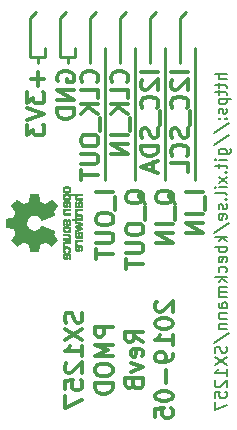
<source format=gbr>
G04 #@! TF.GenerationSoftware,KiCad,Pcbnew,5.1.2*
G04 #@! TF.CreationDate,2019-05-07T22:25:54+02:00*
G04 #@! TF.ProjectId,SX1257_pmod,53583132-3537-45f7-906d-6f642e6b6963,rev?*
G04 #@! TF.SameCoordinates,Original*
G04 #@! TF.FileFunction,Legend,Bot*
G04 #@! TF.FilePolarity,Positive*
%FSLAX46Y46*%
G04 Gerber Fmt 4.6, Leading zero omitted, Abs format (unit mm)*
G04 Created by KiCad (PCBNEW 5.1.2) date 2019-05-07 22:25:54*
%MOMM*%
%LPD*%
G04 APERTURE LIST*
%ADD10C,0.150000*%
%ADD11C,0.254000*%
%ADD12C,0.300000*%
%ADD13C,0.010000*%
G04 APERTURE END LIST*
D10*
X133452380Y-32735595D02*
X132452380Y-32735595D01*
X133452380Y-33164166D02*
X132928571Y-33164166D01*
X132833333Y-33116547D01*
X132785714Y-33021309D01*
X132785714Y-32878452D01*
X132833333Y-32783214D01*
X132880952Y-32735595D01*
X132785714Y-33497500D02*
X132785714Y-33878452D01*
X132452380Y-33640357D02*
X133309523Y-33640357D01*
X133404761Y-33687976D01*
X133452380Y-33783214D01*
X133452380Y-33878452D01*
X132785714Y-34068928D02*
X132785714Y-34449880D01*
X132452380Y-34211785D02*
X133309523Y-34211785D01*
X133404761Y-34259404D01*
X133452380Y-34354642D01*
X133452380Y-34449880D01*
X132785714Y-34783214D02*
X133785714Y-34783214D01*
X132833333Y-34783214D02*
X132785714Y-34878452D01*
X132785714Y-35068928D01*
X132833333Y-35164166D01*
X132880952Y-35211785D01*
X132976190Y-35259404D01*
X133261904Y-35259404D01*
X133357142Y-35211785D01*
X133404761Y-35164166D01*
X133452380Y-35068928D01*
X133452380Y-34878452D01*
X133404761Y-34783214D01*
X133404761Y-35640357D02*
X133452380Y-35735595D01*
X133452380Y-35926071D01*
X133404761Y-36021309D01*
X133309523Y-36068928D01*
X133261904Y-36068928D01*
X133166666Y-36021309D01*
X133119047Y-35926071D01*
X133119047Y-35783214D01*
X133071428Y-35687976D01*
X132976190Y-35640357D01*
X132928571Y-35640357D01*
X132833333Y-35687976D01*
X132785714Y-35783214D01*
X132785714Y-35926071D01*
X132833333Y-36021309D01*
X133357142Y-36497500D02*
X133404761Y-36545119D01*
X133452380Y-36497500D01*
X133404761Y-36449880D01*
X133357142Y-36497500D01*
X133452380Y-36497500D01*
X132833333Y-36497500D02*
X132880952Y-36545119D01*
X132928571Y-36497500D01*
X132880952Y-36449880D01*
X132833333Y-36497500D01*
X132928571Y-36497500D01*
X132404761Y-37687976D02*
X133690476Y-36830833D01*
X132404761Y-38735595D02*
X133690476Y-37878452D01*
X132785714Y-39497500D02*
X133595238Y-39497500D01*
X133690476Y-39449880D01*
X133738095Y-39402261D01*
X133785714Y-39307023D01*
X133785714Y-39164166D01*
X133738095Y-39068928D01*
X133404761Y-39497500D02*
X133452380Y-39402261D01*
X133452380Y-39211785D01*
X133404761Y-39116547D01*
X133357142Y-39068928D01*
X133261904Y-39021309D01*
X132976190Y-39021309D01*
X132880952Y-39068928D01*
X132833333Y-39116547D01*
X132785714Y-39211785D01*
X132785714Y-39402261D01*
X132833333Y-39497500D01*
X133452380Y-39973690D02*
X132785714Y-39973690D01*
X132452380Y-39973690D02*
X132500000Y-39926071D01*
X132547619Y-39973690D01*
X132500000Y-40021309D01*
X132452380Y-39973690D01*
X132547619Y-39973690D01*
X132785714Y-40307023D02*
X132785714Y-40687976D01*
X132452380Y-40449880D02*
X133309523Y-40449880D01*
X133404761Y-40497500D01*
X133452380Y-40592738D01*
X133452380Y-40687976D01*
X133357142Y-41021309D02*
X133404761Y-41068928D01*
X133452380Y-41021309D01*
X133404761Y-40973690D01*
X133357142Y-41021309D01*
X133452380Y-41021309D01*
X133452380Y-41402261D02*
X132785714Y-41926071D01*
X132785714Y-41402261D02*
X133452380Y-41926071D01*
X133452380Y-42307023D02*
X132785714Y-42307023D01*
X132452380Y-42307023D02*
X132500000Y-42259404D01*
X132547619Y-42307023D01*
X132500000Y-42354642D01*
X132452380Y-42307023D01*
X132547619Y-42307023D01*
X133452380Y-42926071D02*
X133404761Y-42830833D01*
X133309523Y-42783214D01*
X132452380Y-42783214D01*
X133357142Y-43307023D02*
X133404761Y-43354642D01*
X133452380Y-43307023D01*
X133404761Y-43259404D01*
X133357142Y-43307023D01*
X133452380Y-43307023D01*
X133404761Y-43735595D02*
X133452380Y-43830833D01*
X133452380Y-44021309D01*
X133404761Y-44116547D01*
X133309523Y-44164166D01*
X133261904Y-44164166D01*
X133166666Y-44116547D01*
X133119047Y-44021309D01*
X133119047Y-43878452D01*
X133071428Y-43783214D01*
X132976190Y-43735595D01*
X132928571Y-43735595D01*
X132833333Y-43783214D01*
X132785714Y-43878452D01*
X132785714Y-44021309D01*
X132833333Y-44116547D01*
X133404761Y-44973690D02*
X133452380Y-44878452D01*
X133452380Y-44687976D01*
X133404761Y-44592738D01*
X133309523Y-44545119D01*
X132928571Y-44545119D01*
X132833333Y-44592738D01*
X132785714Y-44687976D01*
X132785714Y-44878452D01*
X132833333Y-44973690D01*
X132928571Y-45021309D01*
X133023809Y-45021309D01*
X133119047Y-44545119D01*
X132404761Y-46164166D02*
X133690476Y-45307023D01*
X133452380Y-46497500D02*
X132452380Y-46497500D01*
X133071428Y-46592738D02*
X133452380Y-46878452D01*
X132785714Y-46878452D02*
X133166666Y-46497500D01*
X133452380Y-47307023D02*
X132452380Y-47307023D01*
X132833333Y-47307023D02*
X132785714Y-47402261D01*
X132785714Y-47592738D01*
X132833333Y-47687976D01*
X132880952Y-47735595D01*
X132976190Y-47783214D01*
X133261904Y-47783214D01*
X133357142Y-47735595D01*
X133404761Y-47687976D01*
X133452380Y-47592738D01*
X133452380Y-47402261D01*
X133404761Y-47307023D01*
X133404761Y-48592738D02*
X133452380Y-48497500D01*
X133452380Y-48307023D01*
X133404761Y-48211785D01*
X133309523Y-48164166D01*
X132928571Y-48164166D01*
X132833333Y-48211785D01*
X132785714Y-48307023D01*
X132785714Y-48497500D01*
X132833333Y-48592738D01*
X132928571Y-48640357D01*
X133023809Y-48640357D01*
X133119047Y-48164166D01*
X133404761Y-49497500D02*
X133452380Y-49402261D01*
X133452380Y-49211785D01*
X133404761Y-49116547D01*
X133357142Y-49068928D01*
X133261904Y-49021309D01*
X132976190Y-49021309D01*
X132880952Y-49068928D01*
X132833333Y-49116547D01*
X132785714Y-49211785D01*
X132785714Y-49402261D01*
X132833333Y-49497500D01*
X133452380Y-49926071D02*
X132452380Y-49926071D01*
X133071428Y-50021309D02*
X133452380Y-50307023D01*
X132785714Y-50307023D02*
X133166666Y-49926071D01*
X133452380Y-50735595D02*
X132785714Y-50735595D01*
X132880952Y-50735595D02*
X132833333Y-50783214D01*
X132785714Y-50878452D01*
X132785714Y-51021309D01*
X132833333Y-51116547D01*
X132928571Y-51164166D01*
X133452380Y-51164166D01*
X132928571Y-51164166D02*
X132833333Y-51211785D01*
X132785714Y-51307023D01*
X132785714Y-51449880D01*
X132833333Y-51545119D01*
X132928571Y-51592738D01*
X133452380Y-51592738D01*
X133452380Y-52497500D02*
X132928571Y-52497500D01*
X132833333Y-52449880D01*
X132785714Y-52354642D01*
X132785714Y-52164166D01*
X132833333Y-52068928D01*
X133404761Y-52497500D02*
X133452380Y-52402261D01*
X133452380Y-52164166D01*
X133404761Y-52068928D01*
X133309523Y-52021309D01*
X133214285Y-52021309D01*
X133119047Y-52068928D01*
X133071428Y-52164166D01*
X133071428Y-52402261D01*
X133023809Y-52497500D01*
X132785714Y-52973690D02*
X133452380Y-52973690D01*
X132880952Y-52973690D02*
X132833333Y-53021309D01*
X132785714Y-53116547D01*
X132785714Y-53259404D01*
X132833333Y-53354642D01*
X132928571Y-53402261D01*
X133452380Y-53402261D01*
X132785714Y-53878452D02*
X133452380Y-53878452D01*
X132880952Y-53878452D02*
X132833333Y-53926071D01*
X132785714Y-54021309D01*
X132785714Y-54164166D01*
X132833333Y-54259404D01*
X132928571Y-54307023D01*
X133452380Y-54307023D01*
X132404761Y-55497500D02*
X133690476Y-54640357D01*
X133404761Y-55783214D02*
X133452380Y-55926071D01*
X133452380Y-56164166D01*
X133404761Y-56259404D01*
X133357142Y-56307023D01*
X133261904Y-56354642D01*
X133166666Y-56354642D01*
X133071428Y-56307023D01*
X133023809Y-56259404D01*
X132976190Y-56164166D01*
X132928571Y-55973690D01*
X132880952Y-55878452D01*
X132833333Y-55830833D01*
X132738095Y-55783214D01*
X132642857Y-55783214D01*
X132547619Y-55830833D01*
X132500000Y-55878452D01*
X132452380Y-55973690D01*
X132452380Y-56211785D01*
X132500000Y-56354642D01*
X132452380Y-56687976D02*
X133452380Y-57354642D01*
X132452380Y-57354642D02*
X133452380Y-56687976D01*
X133452380Y-58259404D02*
X133452380Y-57687976D01*
X133452380Y-57973690D02*
X132452380Y-57973690D01*
X132595238Y-57878452D01*
X132690476Y-57783214D01*
X132738095Y-57687976D01*
X132547619Y-58640357D02*
X132500000Y-58687976D01*
X132452380Y-58783214D01*
X132452380Y-59021309D01*
X132500000Y-59116547D01*
X132547619Y-59164166D01*
X132642857Y-59211785D01*
X132738095Y-59211785D01*
X132880952Y-59164166D01*
X133452380Y-58592738D01*
X133452380Y-59211785D01*
X132452380Y-60116547D02*
X132452380Y-59640357D01*
X132928571Y-59592738D01*
X132880952Y-59640357D01*
X132833333Y-59735595D01*
X132833333Y-59973690D01*
X132880952Y-60068928D01*
X132928571Y-60116547D01*
X133023809Y-60164166D01*
X133261904Y-60164166D01*
X133357142Y-60116547D01*
X133404761Y-60068928D01*
X133452380Y-59973690D01*
X133452380Y-59735595D01*
X133404761Y-59640357D01*
X133357142Y-59592738D01*
X132452380Y-60497500D02*
X132452380Y-61164166D01*
X133452380Y-60735595D01*
D11*
X120015000Y-31242000D02*
X120015000Y-31800000D01*
X117475000Y-31242000D02*
X117475000Y-31800000D01*
D12*
X131488571Y-42716142D02*
X129988571Y-42716142D01*
X131631428Y-43073285D02*
X131631428Y-44216142D01*
X131488571Y-44573285D02*
X129988571Y-44573285D01*
X131488571Y-45287571D02*
X129988571Y-45287571D01*
X131488571Y-46144714D01*
X129988571Y-46144714D01*
X129091428Y-43716142D02*
X129020000Y-43573285D01*
X128877142Y-43430428D01*
X128662857Y-43216142D01*
X128591428Y-43073285D01*
X128591428Y-42930428D01*
X128948571Y-43001857D02*
X128877142Y-42859000D01*
X128734285Y-42716142D01*
X128448571Y-42644714D01*
X127948571Y-42644714D01*
X127662857Y-42716142D01*
X127520000Y-42859000D01*
X127448571Y-43001857D01*
X127448571Y-43287571D01*
X127520000Y-43430428D01*
X127662857Y-43573285D01*
X127948571Y-43644714D01*
X128448571Y-43644714D01*
X128734285Y-43573285D01*
X128877142Y-43430428D01*
X128948571Y-43287571D01*
X128948571Y-43001857D01*
X129091428Y-43930428D02*
X129091428Y-45073285D01*
X128948571Y-45430428D02*
X127448571Y-45430428D01*
X128948571Y-46144714D02*
X127448571Y-46144714D01*
X128948571Y-47001857D01*
X127448571Y-47001857D01*
X126551428Y-43716142D02*
X126480000Y-43573285D01*
X126337142Y-43430428D01*
X126122857Y-43216142D01*
X126051428Y-43073285D01*
X126051428Y-42930428D01*
X126408571Y-43001857D02*
X126337142Y-42859000D01*
X126194285Y-42716142D01*
X125908571Y-42644714D01*
X125408571Y-42644714D01*
X125122857Y-42716142D01*
X124980000Y-42859000D01*
X124908571Y-43001857D01*
X124908571Y-43287571D01*
X124980000Y-43430428D01*
X125122857Y-43573285D01*
X125408571Y-43644714D01*
X125908571Y-43644714D01*
X126194285Y-43573285D01*
X126337142Y-43430428D01*
X126408571Y-43287571D01*
X126408571Y-43001857D01*
X126551428Y-43930428D02*
X126551428Y-45073285D01*
X124908571Y-45716142D02*
X124908571Y-46001857D01*
X124980000Y-46144714D01*
X125122857Y-46287571D01*
X125408571Y-46359000D01*
X125908571Y-46359000D01*
X126194285Y-46287571D01*
X126337142Y-46144714D01*
X126408571Y-46001857D01*
X126408571Y-45716142D01*
X126337142Y-45573285D01*
X126194285Y-45430428D01*
X125908571Y-45359000D01*
X125408571Y-45359000D01*
X125122857Y-45430428D01*
X124980000Y-45573285D01*
X124908571Y-45716142D01*
X124908571Y-47001857D02*
X126122857Y-47001857D01*
X126265714Y-47073285D01*
X126337142Y-47144714D01*
X126408571Y-47287571D01*
X126408571Y-47573285D01*
X126337142Y-47716142D01*
X126265714Y-47787571D01*
X126122857Y-47859000D01*
X124908571Y-47859000D01*
X124908571Y-48359000D02*
X124908571Y-49216142D01*
X126408571Y-48787571D02*
X124908571Y-48787571D01*
D11*
X118110000Y-31242000D02*
X116840000Y-31242000D01*
X116840000Y-27940000D02*
X116840000Y-31242000D01*
X118110000Y-30480000D02*
X118110000Y-31242000D01*
X129540000Y-27940000D02*
X129540000Y-31800000D01*
X127000000Y-27940000D02*
X127000000Y-31800000D01*
X124460000Y-27940000D02*
X124460000Y-31800000D01*
D12*
X123868571Y-42716142D02*
X122368571Y-42716142D01*
X124011428Y-43073285D02*
X124011428Y-44216142D01*
X122368571Y-44859000D02*
X122368571Y-45144714D01*
X122440000Y-45287571D01*
X122582857Y-45430428D01*
X122868571Y-45501857D01*
X123368571Y-45501857D01*
X123654285Y-45430428D01*
X123797142Y-45287571D01*
X123868571Y-45144714D01*
X123868571Y-44859000D01*
X123797142Y-44716142D01*
X123654285Y-44573285D01*
X123368571Y-44501857D01*
X122868571Y-44501857D01*
X122582857Y-44573285D01*
X122440000Y-44716142D01*
X122368571Y-44859000D01*
X122368571Y-46144714D02*
X123582857Y-46144714D01*
X123725714Y-46216142D01*
X123797142Y-46287571D01*
X123868571Y-46430428D01*
X123868571Y-46716142D01*
X123797142Y-46859000D01*
X123725714Y-46930428D01*
X123582857Y-47001857D01*
X122368571Y-47001857D01*
X122368571Y-47501857D02*
X122368571Y-48359000D01*
X123868571Y-47930428D02*
X122368571Y-47930428D01*
X130218571Y-32548142D02*
X128718571Y-32548142D01*
X128861428Y-33191000D02*
X128790000Y-33262428D01*
X128718571Y-33405285D01*
X128718571Y-33762428D01*
X128790000Y-33905285D01*
X128861428Y-33976714D01*
X129004285Y-34048142D01*
X129147142Y-34048142D01*
X129361428Y-33976714D01*
X130218571Y-33119571D01*
X130218571Y-34048142D01*
X130075714Y-35548142D02*
X130147142Y-35476714D01*
X130218571Y-35262428D01*
X130218571Y-35119571D01*
X130147142Y-34905285D01*
X130004285Y-34762428D01*
X129861428Y-34691000D01*
X129575714Y-34619571D01*
X129361428Y-34619571D01*
X129075714Y-34691000D01*
X128932857Y-34762428D01*
X128790000Y-34905285D01*
X128718571Y-35119571D01*
X128718571Y-35262428D01*
X128790000Y-35476714D01*
X128861428Y-35548142D01*
X130361428Y-35833857D02*
X130361428Y-36976714D01*
X130147142Y-37262428D02*
X130218571Y-37476714D01*
X130218571Y-37833857D01*
X130147142Y-37976714D01*
X130075714Y-38048142D01*
X129932857Y-38119571D01*
X129790000Y-38119571D01*
X129647142Y-38048142D01*
X129575714Y-37976714D01*
X129504285Y-37833857D01*
X129432857Y-37548142D01*
X129361428Y-37405285D01*
X129290000Y-37333857D01*
X129147142Y-37262428D01*
X129004285Y-37262428D01*
X128861428Y-37333857D01*
X128790000Y-37405285D01*
X128718571Y-37548142D01*
X128718571Y-37905285D01*
X128790000Y-38119571D01*
X130075714Y-39619571D02*
X130147142Y-39548142D01*
X130218571Y-39333857D01*
X130218571Y-39191000D01*
X130147142Y-38976714D01*
X130004285Y-38833857D01*
X129861428Y-38762428D01*
X129575714Y-38691000D01*
X129361428Y-38691000D01*
X129075714Y-38762428D01*
X128932857Y-38833857D01*
X128790000Y-38976714D01*
X128718571Y-39191000D01*
X128718571Y-39333857D01*
X128790000Y-39548142D01*
X128861428Y-39619571D01*
X130218571Y-40976714D02*
X130218571Y-40262428D01*
X128718571Y-40262428D01*
X127678571Y-32548142D02*
X126178571Y-32548142D01*
X126321428Y-33191000D02*
X126250000Y-33262428D01*
X126178571Y-33405285D01*
X126178571Y-33762428D01*
X126250000Y-33905285D01*
X126321428Y-33976714D01*
X126464285Y-34048142D01*
X126607142Y-34048142D01*
X126821428Y-33976714D01*
X127678571Y-33119571D01*
X127678571Y-34048142D01*
X127535714Y-35548142D02*
X127607142Y-35476714D01*
X127678571Y-35262428D01*
X127678571Y-35119571D01*
X127607142Y-34905285D01*
X127464285Y-34762428D01*
X127321428Y-34691000D01*
X127035714Y-34619571D01*
X126821428Y-34619571D01*
X126535714Y-34691000D01*
X126392857Y-34762428D01*
X126250000Y-34905285D01*
X126178571Y-35119571D01*
X126178571Y-35262428D01*
X126250000Y-35476714D01*
X126321428Y-35548142D01*
X127821428Y-35833857D02*
X127821428Y-36976714D01*
X127607142Y-37262428D02*
X127678571Y-37476714D01*
X127678571Y-37833857D01*
X127607142Y-37976714D01*
X127535714Y-38048142D01*
X127392857Y-38119571D01*
X127250000Y-38119571D01*
X127107142Y-38048142D01*
X127035714Y-37976714D01*
X126964285Y-37833857D01*
X126892857Y-37548142D01*
X126821428Y-37405285D01*
X126750000Y-37333857D01*
X126607142Y-37262428D01*
X126464285Y-37262428D01*
X126321428Y-37333857D01*
X126250000Y-37405285D01*
X126178571Y-37548142D01*
X126178571Y-37905285D01*
X126250000Y-38119571D01*
X127678571Y-38762428D02*
X126178571Y-38762428D01*
X126178571Y-39119571D01*
X126250000Y-39333857D01*
X126392857Y-39476714D01*
X126535714Y-39548142D01*
X126821428Y-39619571D01*
X127035714Y-39619571D01*
X127321428Y-39548142D01*
X127464285Y-39476714D01*
X127607142Y-39333857D01*
X127678571Y-39119571D01*
X127678571Y-38762428D01*
X127250000Y-40191000D02*
X127250000Y-40905285D01*
X127678571Y-40048142D02*
X126178571Y-40548142D01*
X127678571Y-41048142D01*
X124995714Y-33405285D02*
X125067142Y-33333857D01*
X125138571Y-33119571D01*
X125138571Y-32976714D01*
X125067142Y-32762428D01*
X124924285Y-32619571D01*
X124781428Y-32548142D01*
X124495714Y-32476714D01*
X124281428Y-32476714D01*
X123995714Y-32548142D01*
X123852857Y-32619571D01*
X123710000Y-32762428D01*
X123638571Y-32976714D01*
X123638571Y-33119571D01*
X123710000Y-33333857D01*
X123781428Y-33405285D01*
X125138571Y-34762428D02*
X125138571Y-34048142D01*
X123638571Y-34048142D01*
X125138571Y-35262428D02*
X123638571Y-35262428D01*
X125138571Y-36119571D02*
X124281428Y-35476714D01*
X123638571Y-36119571D02*
X124495714Y-35262428D01*
X125281428Y-36405285D02*
X125281428Y-37548142D01*
X125138571Y-37905285D02*
X123638571Y-37905285D01*
X125138571Y-38619571D02*
X123638571Y-38619571D01*
X125138571Y-39476714D01*
X123638571Y-39476714D01*
D11*
X120650000Y-31242000D02*
X119380000Y-31242000D01*
D12*
X122455714Y-33405285D02*
X122527142Y-33333857D01*
X122598571Y-33119571D01*
X122598571Y-32976714D01*
X122527142Y-32762428D01*
X122384285Y-32619571D01*
X122241428Y-32548142D01*
X121955714Y-32476714D01*
X121741428Y-32476714D01*
X121455714Y-32548142D01*
X121312857Y-32619571D01*
X121170000Y-32762428D01*
X121098571Y-32976714D01*
X121098571Y-33119571D01*
X121170000Y-33333857D01*
X121241428Y-33405285D01*
X122598571Y-34762428D02*
X122598571Y-34048142D01*
X121098571Y-34048142D01*
X122598571Y-35262428D02*
X121098571Y-35262428D01*
X122598571Y-36119571D02*
X121741428Y-35476714D01*
X121098571Y-36119571D02*
X121955714Y-35262428D01*
X122741428Y-36405285D02*
X122741428Y-37548142D01*
X121098571Y-38191000D02*
X121098571Y-38476714D01*
X121170000Y-38619571D01*
X121312857Y-38762428D01*
X121598571Y-38833857D01*
X122098571Y-38833857D01*
X122384285Y-38762428D01*
X122527142Y-38619571D01*
X122598571Y-38476714D01*
X122598571Y-38191000D01*
X122527142Y-38048142D01*
X122384285Y-37905285D01*
X122098571Y-37833857D01*
X121598571Y-37833857D01*
X121312857Y-37905285D01*
X121170000Y-38048142D01*
X121098571Y-38191000D01*
X121098571Y-39476714D02*
X122312857Y-39476714D01*
X122455714Y-39548142D01*
X122527142Y-39619571D01*
X122598571Y-39762428D01*
X122598571Y-40048142D01*
X122527142Y-40190999D01*
X122455714Y-40262428D01*
X122312857Y-40333857D01*
X121098571Y-40333857D01*
X121098571Y-40833857D02*
X121098571Y-41690999D01*
X122598571Y-41262428D02*
X121098571Y-41262428D01*
X117455142Y-32548142D02*
X117455142Y-33691000D01*
X118026571Y-33119571D02*
X116883714Y-33119571D01*
X116526571Y-34262428D02*
X116526571Y-35191000D01*
X117098000Y-34691000D01*
X117098000Y-34905285D01*
X117169428Y-35048142D01*
X117240857Y-35119571D01*
X117383714Y-35191000D01*
X117740857Y-35191000D01*
X117883714Y-35119571D01*
X117955142Y-35048142D01*
X118026571Y-34905285D01*
X118026571Y-34476714D01*
X117955142Y-34333857D01*
X117883714Y-34262428D01*
X116526571Y-35619571D02*
X118026571Y-36119571D01*
X116526571Y-36619571D01*
X116526571Y-36976714D02*
X116526571Y-37905285D01*
X117098000Y-37405285D01*
X117098000Y-37619571D01*
X117169428Y-37762428D01*
X117240857Y-37833857D01*
X117383714Y-37905285D01*
X117740857Y-37905285D01*
X117883714Y-37833857D01*
X117955142Y-37762428D01*
X118026571Y-37619571D01*
X118026571Y-37191000D01*
X117955142Y-37048142D01*
X117883714Y-36976714D01*
D11*
X130810000Y-30480000D02*
X130810000Y-41656000D01*
X128270000Y-30480000D02*
X128270000Y-41656000D01*
X125730000Y-30480000D02*
X125730000Y-41656000D01*
X123190000Y-30480000D02*
X123190000Y-41656000D01*
X120650000Y-30480000D02*
X120650000Y-31242000D01*
D12*
X119138000Y-33333857D02*
X119066571Y-33191000D01*
X119066571Y-32976714D01*
X119138000Y-32762428D01*
X119280857Y-32619571D01*
X119423714Y-32548142D01*
X119709428Y-32476714D01*
X119923714Y-32476714D01*
X120209428Y-32548142D01*
X120352285Y-32619571D01*
X120495142Y-32762428D01*
X120566571Y-32976714D01*
X120566571Y-33119571D01*
X120495142Y-33333857D01*
X120423714Y-33405285D01*
X119923714Y-33405285D01*
X119923714Y-33119571D01*
X120566571Y-34048142D02*
X119066571Y-34048142D01*
X120566571Y-34905285D01*
X119066571Y-34905285D01*
X120566571Y-35619571D02*
X119066571Y-35619571D01*
X119066571Y-35976714D01*
X119138000Y-36191000D01*
X119280857Y-36333857D01*
X119423714Y-36405285D01*
X119709428Y-36476714D01*
X119923714Y-36476714D01*
X120209428Y-36405285D01*
X120352285Y-36333857D01*
X120495142Y-36191000D01*
X120566571Y-35976714D01*
X120566571Y-35619571D01*
D11*
X117348000Y-27432000D02*
X116840000Y-27940000D01*
X119380000Y-27940000D02*
X119380000Y-31242000D01*
X119888000Y-27432000D02*
X119380000Y-27940000D01*
X121920000Y-27940000D02*
X121920000Y-31800000D01*
X122428000Y-27432000D02*
X121920000Y-27940000D01*
X124968000Y-27432000D02*
X124460000Y-27940000D01*
X127508000Y-27432000D02*
X127000000Y-27940000D01*
X130048000Y-27432000D02*
X129540000Y-27940000D01*
D12*
X121182142Y-52896000D02*
X121253571Y-53110285D01*
X121253571Y-53467428D01*
X121182142Y-53610285D01*
X121110714Y-53681714D01*
X120967857Y-53753142D01*
X120825000Y-53753142D01*
X120682142Y-53681714D01*
X120610714Y-53610285D01*
X120539285Y-53467428D01*
X120467857Y-53181714D01*
X120396428Y-53038857D01*
X120325000Y-52967428D01*
X120182142Y-52896000D01*
X120039285Y-52896000D01*
X119896428Y-52967428D01*
X119825000Y-53038857D01*
X119753571Y-53181714D01*
X119753571Y-53538857D01*
X119825000Y-53753142D01*
X119753571Y-54253142D02*
X121253571Y-55253142D01*
X119753571Y-55253142D02*
X121253571Y-54253142D01*
X121253571Y-56610285D02*
X121253571Y-55753142D01*
X121253571Y-56181714D02*
X119753571Y-56181714D01*
X119967857Y-56038857D01*
X120110714Y-55896000D01*
X120182142Y-55753142D01*
X119896428Y-57181714D02*
X119825000Y-57253142D01*
X119753571Y-57396000D01*
X119753571Y-57753142D01*
X119825000Y-57896000D01*
X119896428Y-57967428D01*
X120039285Y-58038857D01*
X120182142Y-58038857D01*
X120396428Y-57967428D01*
X121253571Y-57110285D01*
X121253571Y-58038857D01*
X119753571Y-59396000D02*
X119753571Y-58681714D01*
X120467857Y-58610285D01*
X120396428Y-58681714D01*
X120325000Y-58824571D01*
X120325000Y-59181714D01*
X120396428Y-59324571D01*
X120467857Y-59396000D01*
X120610714Y-59467428D01*
X120967857Y-59467428D01*
X121110714Y-59396000D01*
X121182142Y-59324571D01*
X121253571Y-59181714D01*
X121253571Y-58824571D01*
X121182142Y-58681714D01*
X121110714Y-58610285D01*
X119753571Y-59967428D02*
X119753571Y-60967428D01*
X121253571Y-60324571D01*
X123803571Y-54110285D02*
X122303571Y-54110285D01*
X122303571Y-54681714D01*
X122375000Y-54824571D01*
X122446428Y-54896000D01*
X122589285Y-54967428D01*
X122803571Y-54967428D01*
X122946428Y-54896000D01*
X123017857Y-54824571D01*
X123089285Y-54681714D01*
X123089285Y-54110285D01*
X123803571Y-55610285D02*
X122303571Y-55610285D01*
X123375000Y-56110285D01*
X122303571Y-56610285D01*
X123803571Y-56610285D01*
X122303571Y-57610285D02*
X122303571Y-57896000D01*
X122375000Y-58038857D01*
X122517857Y-58181714D01*
X122803571Y-58253142D01*
X123303571Y-58253142D01*
X123589285Y-58181714D01*
X123732142Y-58038857D01*
X123803571Y-57896000D01*
X123803571Y-57610285D01*
X123732142Y-57467428D01*
X123589285Y-57324571D01*
X123303571Y-57253142D01*
X122803571Y-57253142D01*
X122517857Y-57324571D01*
X122375000Y-57467428D01*
X122303571Y-57610285D01*
X123803571Y-58896000D02*
X122303571Y-58896000D01*
X122303571Y-59253142D01*
X122375000Y-59467428D01*
X122517857Y-59610285D01*
X122660714Y-59681714D01*
X122946428Y-59753142D01*
X123160714Y-59753142D01*
X123446428Y-59681714D01*
X123589285Y-59610285D01*
X123732142Y-59467428D01*
X123803571Y-59253142D01*
X123803571Y-58896000D01*
X126353571Y-55396000D02*
X125639285Y-54896000D01*
X126353571Y-54538857D02*
X124853571Y-54538857D01*
X124853571Y-55110285D01*
X124925000Y-55253142D01*
X124996428Y-55324571D01*
X125139285Y-55396000D01*
X125353571Y-55396000D01*
X125496428Y-55324571D01*
X125567857Y-55253142D01*
X125639285Y-55110285D01*
X125639285Y-54538857D01*
X126282142Y-56610285D02*
X126353571Y-56467428D01*
X126353571Y-56181714D01*
X126282142Y-56038857D01*
X126139285Y-55967428D01*
X125567857Y-55967428D01*
X125425000Y-56038857D01*
X125353571Y-56181714D01*
X125353571Y-56467428D01*
X125425000Y-56610285D01*
X125567857Y-56681714D01*
X125710714Y-56681714D01*
X125853571Y-55967428D01*
X125353571Y-57181714D02*
X126353571Y-57538857D01*
X125353571Y-57896000D01*
X125567857Y-58967428D02*
X125639285Y-59181714D01*
X125710714Y-59253142D01*
X125853571Y-59324571D01*
X126067857Y-59324571D01*
X126210714Y-59253142D01*
X126282142Y-59181714D01*
X126353571Y-59038857D01*
X126353571Y-58467428D01*
X124853571Y-58467428D01*
X124853571Y-58967428D01*
X124925000Y-59110285D01*
X124996428Y-59181714D01*
X125139285Y-59253142D01*
X125282142Y-59253142D01*
X125425000Y-59181714D01*
X125496428Y-59110285D01*
X125567857Y-58967428D01*
X125567857Y-58467428D01*
X127546428Y-51967428D02*
X127475000Y-52038857D01*
X127403571Y-52181714D01*
X127403571Y-52538857D01*
X127475000Y-52681714D01*
X127546428Y-52753142D01*
X127689285Y-52824571D01*
X127832142Y-52824571D01*
X128046428Y-52753142D01*
X128903571Y-51896000D01*
X128903571Y-52824571D01*
X127403571Y-53753142D02*
X127403571Y-53896000D01*
X127475000Y-54038857D01*
X127546428Y-54110285D01*
X127689285Y-54181714D01*
X127975000Y-54253142D01*
X128332142Y-54253142D01*
X128617857Y-54181714D01*
X128760714Y-54110285D01*
X128832142Y-54038857D01*
X128903571Y-53896000D01*
X128903571Y-53753142D01*
X128832142Y-53610285D01*
X128760714Y-53538857D01*
X128617857Y-53467428D01*
X128332142Y-53396000D01*
X127975000Y-53396000D01*
X127689285Y-53467428D01*
X127546428Y-53538857D01*
X127475000Y-53610285D01*
X127403571Y-53753142D01*
X128903571Y-55681714D02*
X128903571Y-54824571D01*
X128903571Y-55253142D02*
X127403571Y-55253142D01*
X127617857Y-55110285D01*
X127760714Y-54967428D01*
X127832142Y-54824571D01*
X128903571Y-56396000D02*
X128903571Y-56681714D01*
X128832142Y-56824571D01*
X128760714Y-56896000D01*
X128546428Y-57038857D01*
X128260714Y-57110285D01*
X127689285Y-57110285D01*
X127546428Y-57038857D01*
X127475000Y-56967428D01*
X127403571Y-56824571D01*
X127403571Y-56538857D01*
X127475000Y-56396000D01*
X127546428Y-56324571D01*
X127689285Y-56253142D01*
X128046428Y-56253142D01*
X128189285Y-56324571D01*
X128260714Y-56396000D01*
X128332142Y-56538857D01*
X128332142Y-56824571D01*
X128260714Y-56967428D01*
X128189285Y-57038857D01*
X128046428Y-57110285D01*
X128332142Y-57753142D02*
X128332142Y-58896000D01*
X127403571Y-59896000D02*
X127403571Y-60038857D01*
X127475000Y-60181714D01*
X127546428Y-60253142D01*
X127689285Y-60324571D01*
X127975000Y-60396000D01*
X128332142Y-60396000D01*
X128617857Y-60324571D01*
X128760714Y-60253142D01*
X128832142Y-60181714D01*
X128903571Y-60038857D01*
X128903571Y-59896000D01*
X128832142Y-59753142D01*
X128760714Y-59681714D01*
X128617857Y-59610285D01*
X128332142Y-59538857D01*
X127975000Y-59538857D01*
X127689285Y-59610285D01*
X127546428Y-59681714D01*
X127475000Y-59753142D01*
X127403571Y-59896000D01*
X127403571Y-61753142D02*
X127403571Y-61038857D01*
X128117857Y-60967428D01*
X128046428Y-61038857D01*
X127975000Y-61181714D01*
X127975000Y-61538857D01*
X128046428Y-61681714D01*
X128117857Y-61753142D01*
X128260714Y-61824571D01*
X128617857Y-61824571D01*
X128760714Y-61753142D01*
X128832142Y-61681714D01*
X128903571Y-61538857D01*
X128903571Y-61181714D01*
X128832142Y-61038857D01*
X128760714Y-60967428D01*
D13*
G36*
X120588721Y-43756118D02*
G01*
X120593349Y-43797443D01*
X120601283Y-43833924D01*
X120612634Y-43865916D01*
X120627515Y-43893773D01*
X120646035Y-43917847D01*
X120655996Y-43927925D01*
X120677357Y-43945000D01*
X120701155Y-43958071D01*
X120728981Y-43967976D01*
X120735907Y-43969839D01*
X120740680Y-43970995D01*
X120745648Y-43971997D01*
X120751276Y-43972857D01*
X120758029Y-43973585D01*
X120766372Y-43974193D01*
X120776769Y-43974691D01*
X120789686Y-43975090D01*
X120805589Y-43975401D01*
X120824941Y-43975634D01*
X120848209Y-43975802D01*
X120875857Y-43975913D01*
X120908351Y-43975980D01*
X120946154Y-43976014D01*
X120989733Y-43976024D01*
X121000882Y-43976025D01*
X121241675Y-43976025D01*
X121241675Y-43845850D01*
X121184013Y-43845850D01*
X121201591Y-43829784D01*
X121216066Y-43814318D01*
X121227368Y-43796879D01*
X121235794Y-43776604D01*
X121241639Y-43752628D01*
X121245199Y-43724087D01*
X121246575Y-43698212D01*
X121246850Y-43671181D01*
X121245854Y-43649120D01*
X121243525Y-43630766D01*
X121243201Y-43629007D01*
X121233659Y-43592684D01*
X121219620Y-43559766D01*
X121201424Y-43530735D01*
X121179406Y-43506071D01*
X121153903Y-43486253D01*
X121135997Y-43476376D01*
X121113152Y-43466822D01*
X121091705Y-43460880D01*
X121069013Y-43457981D01*
X121048000Y-43457473D01*
X121042754Y-43457863D01*
X121042754Y-43582325D01*
X121061564Y-43584048D01*
X121076885Y-43589764D01*
X121090727Y-43600293D01*
X121093440Y-43602992D01*
X121105930Y-43620221D01*
X121115125Y-43642665D01*
X121120982Y-43670085D01*
X121123459Y-43702241D01*
X121122513Y-43738896D01*
X121120943Y-43756950D01*
X121116574Y-43783279D01*
X121109352Y-43804251D01*
X121098984Y-43820320D01*
X121085175Y-43831943D01*
X121067630Y-43839574D01*
X121067423Y-43839635D01*
X121060078Y-43840998D01*
X121047914Y-43842388D01*
X121032459Y-43843666D01*
X121015240Y-43844689D01*
X121010268Y-43844913D01*
X120964599Y-43846814D01*
X120966232Y-43751876D01*
X120966753Y-43723993D01*
X120967290Y-43701642D01*
X120967901Y-43684003D01*
X120968641Y-43670257D01*
X120969567Y-43659585D01*
X120970736Y-43651169D01*
X120972205Y-43644189D01*
X120974030Y-43637826D01*
X120974143Y-43637473D01*
X120983520Y-43615709D01*
X120995902Y-43599492D01*
X121011455Y-43588688D01*
X121030345Y-43583163D01*
X121042754Y-43582325D01*
X121042754Y-43457863D01*
X121014015Y-43460001D01*
X120983817Y-43467188D01*
X120956521Y-43479394D01*
X120931245Y-43496975D01*
X120916140Y-43510790D01*
X120897018Y-43532532D01*
X120882344Y-43555607D01*
X120870962Y-43581988D01*
X120866730Y-43595047D01*
X120864844Y-43601704D01*
X120863310Y-43608249D01*
X120862081Y-43615435D01*
X120861110Y-43624016D01*
X120860351Y-43634746D01*
X120859758Y-43648377D01*
X120859285Y-43665664D01*
X120858886Y-43687359D01*
X120858513Y-43714216D01*
X120858293Y-43732343D01*
X120856950Y-43845850D01*
X120820868Y-43845850D01*
X120804405Y-43845533D01*
X120788479Y-43844680D01*
X120775229Y-43843431D01*
X120768571Y-43842372D01*
X120751015Y-43835454D01*
X120736234Y-43822952D01*
X120724486Y-43805114D01*
X120720732Y-43796637D01*
X120718053Y-43789379D01*
X120716095Y-43782464D01*
X120714744Y-43774726D01*
X120713885Y-43764996D01*
X120713406Y-43752107D01*
X120713191Y-43734892D01*
X120713136Y-43718850D01*
X120713308Y-43693081D01*
X120714102Y-43672619D01*
X120715790Y-43656430D01*
X120718645Y-43643482D01*
X120722939Y-43632740D01*
X120728943Y-43623171D01*
X120736931Y-43613743D01*
X120742266Y-43608243D01*
X120759413Y-43591097D01*
X120721730Y-43541662D01*
X120709927Y-43526348D01*
X120699273Y-43512842D01*
X120690415Y-43501940D01*
X120683999Y-43494437D01*
X120680675Y-43491128D01*
X120680523Y-43491053D01*
X120676963Y-43492684D01*
X120670089Y-43498012D01*
X120660979Y-43506145D01*
X120653173Y-43513704D01*
X120639304Y-43528489D01*
X120628679Y-43542368D01*
X120619336Y-43558067D01*
X120614720Y-43567071D01*
X120605028Y-43588672D01*
X120597741Y-43610039D01*
X120592591Y-43632553D01*
X120589314Y-43657595D01*
X120587643Y-43686544D01*
X120587288Y-43709596D01*
X120588721Y-43756118D01*
X120588721Y-43756118D01*
G37*
X120588721Y-43756118D02*
X120593349Y-43797443D01*
X120601283Y-43833924D01*
X120612634Y-43865916D01*
X120627515Y-43893773D01*
X120646035Y-43917847D01*
X120655996Y-43927925D01*
X120677357Y-43945000D01*
X120701155Y-43958071D01*
X120728981Y-43967976D01*
X120735907Y-43969839D01*
X120740680Y-43970995D01*
X120745648Y-43971997D01*
X120751276Y-43972857D01*
X120758029Y-43973585D01*
X120766372Y-43974193D01*
X120776769Y-43974691D01*
X120789686Y-43975090D01*
X120805589Y-43975401D01*
X120824941Y-43975634D01*
X120848209Y-43975802D01*
X120875857Y-43975913D01*
X120908351Y-43975980D01*
X120946154Y-43976014D01*
X120989733Y-43976024D01*
X121000882Y-43976025D01*
X121241675Y-43976025D01*
X121241675Y-43845850D01*
X121184013Y-43845850D01*
X121201591Y-43829784D01*
X121216066Y-43814318D01*
X121227368Y-43796879D01*
X121235794Y-43776604D01*
X121241639Y-43752628D01*
X121245199Y-43724087D01*
X121246575Y-43698212D01*
X121246850Y-43671181D01*
X121245854Y-43649120D01*
X121243525Y-43630766D01*
X121243201Y-43629007D01*
X121233659Y-43592684D01*
X121219620Y-43559766D01*
X121201424Y-43530735D01*
X121179406Y-43506071D01*
X121153903Y-43486253D01*
X121135997Y-43476376D01*
X121113152Y-43466822D01*
X121091705Y-43460880D01*
X121069013Y-43457981D01*
X121048000Y-43457473D01*
X121042754Y-43457863D01*
X121042754Y-43582325D01*
X121061564Y-43584048D01*
X121076885Y-43589764D01*
X121090727Y-43600293D01*
X121093440Y-43602992D01*
X121105930Y-43620221D01*
X121115125Y-43642665D01*
X121120982Y-43670085D01*
X121123459Y-43702241D01*
X121122513Y-43738896D01*
X121120943Y-43756950D01*
X121116574Y-43783279D01*
X121109352Y-43804251D01*
X121098984Y-43820320D01*
X121085175Y-43831943D01*
X121067630Y-43839574D01*
X121067423Y-43839635D01*
X121060078Y-43840998D01*
X121047914Y-43842388D01*
X121032459Y-43843666D01*
X121015240Y-43844689D01*
X121010268Y-43844913D01*
X120964599Y-43846814D01*
X120966232Y-43751876D01*
X120966753Y-43723993D01*
X120967290Y-43701642D01*
X120967901Y-43684003D01*
X120968641Y-43670257D01*
X120969567Y-43659585D01*
X120970736Y-43651169D01*
X120972205Y-43644189D01*
X120974030Y-43637826D01*
X120974143Y-43637473D01*
X120983520Y-43615709D01*
X120995902Y-43599492D01*
X121011455Y-43588688D01*
X121030345Y-43583163D01*
X121042754Y-43582325D01*
X121042754Y-43457863D01*
X121014015Y-43460001D01*
X120983817Y-43467188D01*
X120956521Y-43479394D01*
X120931245Y-43496975D01*
X120916140Y-43510790D01*
X120897018Y-43532532D01*
X120882344Y-43555607D01*
X120870962Y-43581988D01*
X120866730Y-43595047D01*
X120864844Y-43601704D01*
X120863310Y-43608249D01*
X120862081Y-43615435D01*
X120861110Y-43624016D01*
X120860351Y-43634746D01*
X120859758Y-43648377D01*
X120859285Y-43665664D01*
X120858886Y-43687359D01*
X120858513Y-43714216D01*
X120858293Y-43732343D01*
X120856950Y-43845850D01*
X120820868Y-43845850D01*
X120804405Y-43845533D01*
X120788479Y-43844680D01*
X120775229Y-43843431D01*
X120768571Y-43842372D01*
X120751015Y-43835454D01*
X120736234Y-43822952D01*
X120724486Y-43805114D01*
X120720732Y-43796637D01*
X120718053Y-43789379D01*
X120716095Y-43782464D01*
X120714744Y-43774726D01*
X120713885Y-43764996D01*
X120713406Y-43752107D01*
X120713191Y-43734892D01*
X120713136Y-43718850D01*
X120713308Y-43693081D01*
X120714102Y-43672619D01*
X120715790Y-43656430D01*
X120718645Y-43643482D01*
X120722939Y-43632740D01*
X120728943Y-43623171D01*
X120736931Y-43613743D01*
X120742266Y-43608243D01*
X120759413Y-43591097D01*
X120721730Y-43541662D01*
X120709927Y-43526348D01*
X120699273Y-43512842D01*
X120690415Y-43501940D01*
X120683999Y-43494437D01*
X120680675Y-43491128D01*
X120680523Y-43491053D01*
X120676963Y-43492684D01*
X120670089Y-43498012D01*
X120660979Y-43506145D01*
X120653173Y-43513704D01*
X120639304Y-43528489D01*
X120628679Y-43542368D01*
X120619336Y-43558067D01*
X120614720Y-43567071D01*
X120605028Y-43588672D01*
X120597741Y-43610039D01*
X120592591Y-43632553D01*
X120589314Y-43657595D01*
X120587643Y-43686544D01*
X120587288Y-43709596D01*
X120588721Y-43756118D01*
G36*
X121241803Y-45071400D02*
G01*
X121240945Y-45005518D01*
X121240087Y-44939637D01*
X121209226Y-44938729D01*
X121178364Y-44937822D01*
X121195487Y-44916603D01*
X121212698Y-44892116D01*
X121227316Y-44865110D01*
X121238034Y-44838086D01*
X121239947Y-44831631D01*
X121243585Y-44813362D01*
X121245848Y-44791518D01*
X121246655Y-44768514D01*
X121245920Y-44746765D01*
X121243560Y-44728687D01*
X121243520Y-44728493D01*
X121233244Y-44693843D01*
X121217812Y-44662013D01*
X121197744Y-44633544D01*
X121173560Y-44608980D01*
X121145780Y-44588860D01*
X121114924Y-44573726D01*
X121086662Y-44565186D01*
X121066589Y-44561707D01*
X121041527Y-44558893D01*
X121012502Y-44556739D01*
X120980540Y-44555242D01*
X120946666Y-44554398D01*
X120911907Y-44554202D01*
X120910503Y-44554220D01*
X120910503Y-44688343D01*
X120935824Y-44688444D01*
X120960265Y-44688979D01*
X120982639Y-44689948D01*
X121001759Y-44691349D01*
X121016439Y-44693182D01*
X121022600Y-44694482D01*
X121050800Y-44704226D01*
X121073449Y-44716824D01*
X121090834Y-44732644D01*
X121103247Y-44752052D01*
X121110977Y-44775416D01*
X121114314Y-44803103D01*
X121114496Y-44810841D01*
X121113872Y-44827680D01*
X121112011Y-44844066D01*
X121109625Y-44855616D01*
X121100187Y-44877826D01*
X121085531Y-44897045D01*
X121066477Y-44912244D01*
X121062615Y-44914490D01*
X121050140Y-44920911D01*
X121038012Y-44925968D01*
X121025207Y-44929839D01*
X121010704Y-44932700D01*
X120993479Y-44934728D01*
X120972508Y-44936100D01*
X120946769Y-44936993D01*
X120930443Y-44937340D01*
X120892571Y-44937513D01*
X120860297Y-44936453D01*
X120832963Y-44934006D01*
X120809911Y-44930021D01*
X120790482Y-44924343D01*
X120774017Y-44916822D01*
X120759858Y-44907304D01*
X120747345Y-44895637D01*
X120746510Y-44894731D01*
X120735191Y-44880694D01*
X120727349Y-44866487D01*
X120722487Y-44850560D01*
X120720107Y-44831361D01*
X120719667Y-44811050D01*
X120720154Y-44793300D01*
X120721459Y-44779865D01*
X120723868Y-44768732D01*
X120726949Y-44759696D01*
X120738315Y-44738751D01*
X120754805Y-44721331D01*
X120776512Y-44707364D01*
X120803531Y-44696780D01*
X120812227Y-44694370D01*
X120824150Y-44692291D01*
X120841125Y-44690650D01*
X120861967Y-44689446D01*
X120885489Y-44688677D01*
X120910503Y-44688343D01*
X120910503Y-44554220D01*
X120877288Y-44554651D01*
X120843834Y-44555741D01*
X120812572Y-44557467D01*
X120784527Y-44559826D01*
X120760725Y-44562814D01*
X120742192Y-44566427D01*
X120741810Y-44566524D01*
X120708705Y-44578205D01*
X120678131Y-44595432D01*
X120650711Y-44617697D01*
X120627065Y-44644491D01*
X120607813Y-44675305D01*
X120606866Y-44677163D01*
X120597154Y-44701938D01*
X120590600Y-44730871D01*
X120587515Y-44762443D01*
X120587311Y-44772950D01*
X120588968Y-44803442D01*
X120594300Y-44831158D01*
X120603812Y-44857501D01*
X120618008Y-44883871D01*
X120637178Y-44911391D01*
X120657519Y-44938050D01*
X120333625Y-44938050D01*
X120333625Y-45071400D01*
X121241803Y-45071400D01*
X121241803Y-45071400D01*
G37*
X121241803Y-45071400D02*
X121240945Y-45005518D01*
X121240087Y-44939637D01*
X121209226Y-44938729D01*
X121178364Y-44937822D01*
X121195487Y-44916603D01*
X121212698Y-44892116D01*
X121227316Y-44865110D01*
X121238034Y-44838086D01*
X121239947Y-44831631D01*
X121243585Y-44813362D01*
X121245848Y-44791518D01*
X121246655Y-44768514D01*
X121245920Y-44746765D01*
X121243560Y-44728687D01*
X121243520Y-44728493D01*
X121233244Y-44693843D01*
X121217812Y-44662013D01*
X121197744Y-44633544D01*
X121173560Y-44608980D01*
X121145780Y-44588860D01*
X121114924Y-44573726D01*
X121086662Y-44565186D01*
X121066589Y-44561707D01*
X121041527Y-44558893D01*
X121012502Y-44556739D01*
X120980540Y-44555242D01*
X120946666Y-44554398D01*
X120911907Y-44554202D01*
X120910503Y-44554220D01*
X120910503Y-44688343D01*
X120935824Y-44688444D01*
X120960265Y-44688979D01*
X120982639Y-44689948D01*
X121001759Y-44691349D01*
X121016439Y-44693182D01*
X121022600Y-44694482D01*
X121050800Y-44704226D01*
X121073449Y-44716824D01*
X121090834Y-44732644D01*
X121103247Y-44752052D01*
X121110977Y-44775416D01*
X121114314Y-44803103D01*
X121114496Y-44810841D01*
X121113872Y-44827680D01*
X121112011Y-44844066D01*
X121109625Y-44855616D01*
X121100187Y-44877826D01*
X121085531Y-44897045D01*
X121066477Y-44912244D01*
X121062615Y-44914490D01*
X121050140Y-44920911D01*
X121038012Y-44925968D01*
X121025207Y-44929839D01*
X121010704Y-44932700D01*
X120993479Y-44934728D01*
X120972508Y-44936100D01*
X120946769Y-44936993D01*
X120930443Y-44937340D01*
X120892571Y-44937513D01*
X120860297Y-44936453D01*
X120832963Y-44934006D01*
X120809911Y-44930021D01*
X120790482Y-44924343D01*
X120774017Y-44916822D01*
X120759858Y-44907304D01*
X120747345Y-44895637D01*
X120746510Y-44894731D01*
X120735191Y-44880694D01*
X120727349Y-44866487D01*
X120722487Y-44850560D01*
X120720107Y-44831361D01*
X120719667Y-44811050D01*
X120720154Y-44793300D01*
X120721459Y-44779865D01*
X120723868Y-44768732D01*
X120726949Y-44759696D01*
X120738315Y-44738751D01*
X120754805Y-44721331D01*
X120776512Y-44707364D01*
X120803531Y-44696780D01*
X120812227Y-44694370D01*
X120824150Y-44692291D01*
X120841125Y-44690650D01*
X120861967Y-44689446D01*
X120885489Y-44688677D01*
X120910503Y-44688343D01*
X120910503Y-44554220D01*
X120877288Y-44554651D01*
X120843834Y-44555741D01*
X120812572Y-44557467D01*
X120784527Y-44559826D01*
X120760725Y-44562814D01*
X120742192Y-44566427D01*
X120741810Y-44566524D01*
X120708705Y-44578205D01*
X120678131Y-44595432D01*
X120650711Y-44617697D01*
X120627065Y-44644491D01*
X120607813Y-44675305D01*
X120606866Y-44677163D01*
X120597154Y-44701938D01*
X120590600Y-44730871D01*
X120587515Y-44762443D01*
X120587311Y-44772950D01*
X120588968Y-44803442D01*
X120594300Y-44831158D01*
X120603812Y-44857501D01*
X120618008Y-44883871D01*
X120637178Y-44911391D01*
X120657519Y-44938050D01*
X120333625Y-44938050D01*
X120333625Y-45071400D01*
X121241803Y-45071400D01*
G36*
X120586989Y-46320976D02*
G01*
X120587760Y-46345327D01*
X120589206Y-46368999D01*
X120591239Y-46390156D01*
X120593772Y-46406960D01*
X120593996Y-46408075D01*
X120604414Y-46447136D01*
X120618529Y-46481073D01*
X120636421Y-46509979D01*
X120658167Y-46533946D01*
X120683846Y-46553068D01*
X120713538Y-46567437D01*
X120734075Y-46574022D01*
X120739126Y-46575344D01*
X120743987Y-46576490D01*
X120749128Y-46577474D01*
X120755018Y-46578307D01*
X120762126Y-46579002D01*
X120770921Y-46579572D01*
X120781874Y-46580028D01*
X120795452Y-46580384D01*
X120812125Y-46580652D01*
X120832363Y-46580845D01*
X120856634Y-46580974D01*
X120885409Y-46581053D01*
X120919155Y-46581094D01*
X120958343Y-46581110D01*
X121000375Y-46581112D01*
X121240087Y-46581112D01*
X121240087Y-46450937D01*
X121212030Y-46450016D01*
X121183973Y-46449094D01*
X121196155Y-46439485D01*
X121209021Y-46426816D01*
X121221300Y-46410350D01*
X121231348Y-46392555D01*
X121236866Y-46378374D01*
X121242929Y-46350585D01*
X121246538Y-46319065D01*
X121247576Y-46285985D01*
X121245928Y-46253519D01*
X121244312Y-46239924D01*
X121236385Y-46203989D01*
X121223508Y-46170961D01*
X121206088Y-46141330D01*
X121184534Y-46115585D01*
X121159252Y-46094218D01*
X121130650Y-46077717D01*
X121100404Y-46066900D01*
X121083177Y-46063863D01*
X121062182Y-46062326D01*
X121043237Y-46062293D01*
X121043237Y-46185964D01*
X121063692Y-46188869D01*
X121081558Y-46197417D01*
X121096609Y-46211361D01*
X121108624Y-46230449D01*
X121117376Y-46254434D01*
X121121251Y-46272779D01*
X121122440Y-46285590D01*
X121122849Y-46302776D01*
X121122556Y-46322537D01*
X121121640Y-46343071D01*
X121120181Y-46362577D01*
X121118257Y-46379254D01*
X121116070Y-46390839D01*
X121108963Y-46410145D01*
X121098501Y-46424739D01*
X121083746Y-46435783D01*
X121076914Y-46439246D01*
X121069221Y-46442520D01*
X121061802Y-46444856D01*
X121053269Y-46446460D01*
X121042232Y-46447537D01*
X121027304Y-46448291D01*
X121012281Y-46448781D01*
X120965450Y-46450135D01*
X120965536Y-46377511D01*
X120965789Y-46342306D01*
X120966492Y-46312831D01*
X120967698Y-46288480D01*
X120969457Y-46268645D01*
X120971823Y-46252721D01*
X120974847Y-46240100D01*
X120978046Y-46231351D01*
X120989514Y-46211973D01*
X121004327Y-46197792D01*
X121022145Y-46189045D01*
X121042629Y-46185966D01*
X121043237Y-46185964D01*
X121043237Y-46062293D01*
X121039818Y-46062286D01*
X121018486Y-46063740D01*
X121000587Y-46066686D01*
X120999245Y-46067019D01*
X120967026Y-46078427D01*
X120938302Y-46095006D01*
X120913388Y-46116435D01*
X120892599Y-46142390D01*
X120876250Y-46172546D01*
X120865083Y-46204923D01*
X120863572Y-46211673D01*
X120862326Y-46219765D01*
X120861307Y-46229911D01*
X120860480Y-46242823D01*
X120859808Y-46259213D01*
X120859254Y-46279794D01*
X120858784Y-46305279D01*
X120858360Y-46336379D01*
X120858347Y-46337431D01*
X120857002Y-46449350D01*
X120816770Y-46449332D01*
X120794768Y-46449013D01*
X120777913Y-46447874D01*
X120765019Y-46445609D01*
X120754903Y-46441909D01*
X120746381Y-46436468D01*
X120738271Y-46428979D01*
X120738264Y-46428973D01*
X120730242Y-46419689D01*
X120724064Y-46409916D01*
X120719508Y-46398684D01*
X120716350Y-46385022D01*
X120714367Y-46367959D01*
X120713337Y-46346526D01*
X120713037Y-46319753D01*
X120713037Y-46319175D01*
X120713064Y-46298465D01*
X120713236Y-46282956D01*
X120713688Y-46271500D01*
X120714554Y-46262948D01*
X120715969Y-46256151D01*
X120718069Y-46249960D01*
X120720989Y-46243226D01*
X120722292Y-46240393D01*
X120733948Y-46220851D01*
X120745744Y-46208213D01*
X120759942Y-46196077D01*
X120721027Y-46145005D01*
X120707339Y-46127205D01*
X120696860Y-46114021D01*
X120689097Y-46104910D01*
X120683555Y-46099333D01*
X120679741Y-46096746D01*
X120677158Y-46096608D01*
X120676938Y-46096714D01*
X120669849Y-46101856D01*
X120660284Y-46110530D01*
X120649675Y-46121265D01*
X120639457Y-46132592D01*
X120631066Y-46143041D01*
X120629285Y-46145542D01*
X120612322Y-46175107D01*
X120599776Y-46208139D01*
X120591478Y-46245181D01*
X120587817Y-46277580D01*
X120586979Y-46297781D01*
X120586989Y-46320976D01*
X120586989Y-46320976D01*
G37*
X120586989Y-46320976D02*
X120587760Y-46345327D01*
X120589206Y-46368999D01*
X120591239Y-46390156D01*
X120593772Y-46406960D01*
X120593996Y-46408075D01*
X120604414Y-46447136D01*
X120618529Y-46481073D01*
X120636421Y-46509979D01*
X120658167Y-46533946D01*
X120683846Y-46553068D01*
X120713538Y-46567437D01*
X120734075Y-46574022D01*
X120739126Y-46575344D01*
X120743987Y-46576490D01*
X120749128Y-46577474D01*
X120755018Y-46578307D01*
X120762126Y-46579002D01*
X120770921Y-46579572D01*
X120781874Y-46580028D01*
X120795452Y-46580384D01*
X120812125Y-46580652D01*
X120832363Y-46580845D01*
X120856634Y-46580974D01*
X120885409Y-46581053D01*
X120919155Y-46581094D01*
X120958343Y-46581110D01*
X121000375Y-46581112D01*
X121240087Y-46581112D01*
X121240087Y-46450937D01*
X121212030Y-46450016D01*
X121183973Y-46449094D01*
X121196155Y-46439485D01*
X121209021Y-46426816D01*
X121221300Y-46410350D01*
X121231348Y-46392555D01*
X121236866Y-46378374D01*
X121242929Y-46350585D01*
X121246538Y-46319065D01*
X121247576Y-46285985D01*
X121245928Y-46253519D01*
X121244312Y-46239924D01*
X121236385Y-46203989D01*
X121223508Y-46170961D01*
X121206088Y-46141330D01*
X121184534Y-46115585D01*
X121159252Y-46094218D01*
X121130650Y-46077717D01*
X121100404Y-46066900D01*
X121083177Y-46063863D01*
X121062182Y-46062326D01*
X121043237Y-46062293D01*
X121043237Y-46185964D01*
X121063692Y-46188869D01*
X121081558Y-46197417D01*
X121096609Y-46211361D01*
X121108624Y-46230449D01*
X121117376Y-46254434D01*
X121121251Y-46272779D01*
X121122440Y-46285590D01*
X121122849Y-46302776D01*
X121122556Y-46322537D01*
X121121640Y-46343071D01*
X121120181Y-46362577D01*
X121118257Y-46379254D01*
X121116070Y-46390839D01*
X121108963Y-46410145D01*
X121098501Y-46424739D01*
X121083746Y-46435783D01*
X121076914Y-46439246D01*
X121069221Y-46442520D01*
X121061802Y-46444856D01*
X121053269Y-46446460D01*
X121042232Y-46447537D01*
X121027304Y-46448291D01*
X121012281Y-46448781D01*
X120965450Y-46450135D01*
X120965536Y-46377511D01*
X120965789Y-46342306D01*
X120966492Y-46312831D01*
X120967698Y-46288480D01*
X120969457Y-46268645D01*
X120971823Y-46252721D01*
X120974847Y-46240100D01*
X120978046Y-46231351D01*
X120989514Y-46211973D01*
X121004327Y-46197792D01*
X121022145Y-46189045D01*
X121042629Y-46185966D01*
X121043237Y-46185964D01*
X121043237Y-46062293D01*
X121039818Y-46062286D01*
X121018486Y-46063740D01*
X121000587Y-46066686D01*
X120999245Y-46067019D01*
X120967026Y-46078427D01*
X120938302Y-46095006D01*
X120913388Y-46116435D01*
X120892599Y-46142390D01*
X120876250Y-46172546D01*
X120865083Y-46204923D01*
X120863572Y-46211673D01*
X120862326Y-46219765D01*
X120861307Y-46229911D01*
X120860480Y-46242823D01*
X120859808Y-46259213D01*
X120859254Y-46279794D01*
X120858784Y-46305279D01*
X120858360Y-46336379D01*
X120858347Y-46337431D01*
X120857002Y-46449350D01*
X120816770Y-46449332D01*
X120794768Y-46449013D01*
X120777913Y-46447874D01*
X120765019Y-46445609D01*
X120754903Y-46441909D01*
X120746381Y-46436468D01*
X120738271Y-46428979D01*
X120738264Y-46428973D01*
X120730242Y-46419689D01*
X120724064Y-46409916D01*
X120719508Y-46398684D01*
X120716350Y-46385022D01*
X120714367Y-46367959D01*
X120713337Y-46346526D01*
X120713037Y-46319753D01*
X120713037Y-46319175D01*
X120713064Y-46298465D01*
X120713236Y-46282956D01*
X120713688Y-46271500D01*
X120714554Y-46262948D01*
X120715969Y-46256151D01*
X120718069Y-46249960D01*
X120720989Y-46243226D01*
X120722292Y-46240393D01*
X120733948Y-46220851D01*
X120745744Y-46208213D01*
X120759942Y-46196077D01*
X120721027Y-46145005D01*
X120707339Y-46127205D01*
X120696860Y-46114021D01*
X120689097Y-46104910D01*
X120683555Y-46099333D01*
X120679741Y-46096746D01*
X120677158Y-46096608D01*
X120676938Y-46096714D01*
X120669849Y-46101856D01*
X120660284Y-46110530D01*
X120649675Y-46121265D01*
X120639457Y-46132592D01*
X120631066Y-46143041D01*
X120629285Y-46145542D01*
X120612322Y-46175107D01*
X120599776Y-46208139D01*
X120591478Y-46245181D01*
X120587817Y-46277580D01*
X120586979Y-46297781D01*
X120586989Y-46320976D01*
G36*
X120590661Y-47475248D02*
G01*
X120600404Y-47512814D01*
X120615253Y-47548254D01*
X120634867Y-47580986D01*
X120658905Y-47610430D01*
X120687026Y-47636004D01*
X120718888Y-47657127D01*
X120749550Y-47671494D01*
X120765787Y-47677390D01*
X120781100Y-47681986D01*
X120796627Y-47685434D01*
X120813510Y-47687883D01*
X120832888Y-47689485D01*
X120855903Y-47690391D01*
X120883694Y-47690750D01*
X120895466Y-47690775D01*
X120968625Y-47690775D01*
X120968625Y-47290725D01*
X120978943Y-47290780D01*
X120994232Y-47292213D01*
X121012381Y-47295910D01*
X121030630Y-47301177D01*
X121046221Y-47307315D01*
X121048043Y-47308209D01*
X121072147Y-47323801D01*
X121091730Y-47343713D01*
X121106625Y-47367643D01*
X121116668Y-47395290D01*
X121121692Y-47426353D01*
X121122270Y-47443125D01*
X121118974Y-47476919D01*
X121109516Y-47509727D01*
X121094063Y-47541104D01*
X121076406Y-47566232D01*
X121061240Y-47584975D01*
X121096183Y-47625969D01*
X121111181Y-47643669D01*
X121122579Y-47657077D01*
X121131072Y-47666579D01*
X121137351Y-47672561D01*
X121142111Y-47675410D01*
X121146045Y-47675513D01*
X121149844Y-47673257D01*
X121154204Y-47669028D01*
X121159816Y-47663214D01*
X121160939Y-47662101D01*
X121183955Y-47635854D01*
X121204593Y-47605089D01*
X121221950Y-47571465D01*
X121235119Y-47536642D01*
X121240553Y-47516227D01*
X121242954Y-47501473D01*
X121244820Y-47482357D01*
X121246079Y-47460852D01*
X121246659Y-47438930D01*
X121246487Y-47418564D01*
X121245491Y-47401725D01*
X121244929Y-47396998D01*
X121236609Y-47355632D01*
X121223884Y-47318534D01*
X121206514Y-47285181D01*
X121184258Y-47255048D01*
X121175564Y-47245473D01*
X121150312Y-47222554D01*
X121121616Y-47203355D01*
X121088896Y-47187598D01*
X121051571Y-47175007D01*
X121009061Y-47165304D01*
X121006725Y-47164878D01*
X120986465Y-47162186D01*
X120961680Y-47160384D01*
X120934132Y-47159473D01*
X120905584Y-47159455D01*
X120877797Y-47160331D01*
X120857500Y-47161754D01*
X120857500Y-47289904D01*
X120857500Y-47560675D01*
X120844006Y-47558768D01*
X120810139Y-47551808D01*
X120781386Y-47541166D01*
X120757619Y-47526748D01*
X120738711Y-47508463D01*
X120724538Y-47486215D01*
X120716112Y-47464097D01*
X120712282Y-47443329D01*
X120711538Y-47420292D01*
X120713740Y-47397338D01*
X120718749Y-47376820D01*
X120721697Y-47369407D01*
X120736044Y-47345613D01*
X120755184Y-47325715D01*
X120778687Y-47309997D01*
X120806124Y-47298741D01*
X120837067Y-47292230D01*
X120839243Y-47291972D01*
X120857500Y-47289904D01*
X120857500Y-47161754D01*
X120852534Y-47162103D01*
X120831604Y-47164762D01*
X120785373Y-47175147D01*
X120743653Y-47189708D01*
X120706560Y-47208337D01*
X120674205Y-47230926D01*
X120646703Y-47257368D01*
X120624168Y-47287555D01*
X120606712Y-47321380D01*
X120594450Y-47358733D01*
X120587860Y-47396062D01*
X120586366Y-47436137D01*
X120590661Y-47475248D01*
X120590661Y-47475248D01*
G37*
X120590661Y-47475248D02*
X120600404Y-47512814D01*
X120615253Y-47548254D01*
X120634867Y-47580986D01*
X120658905Y-47610430D01*
X120687026Y-47636004D01*
X120718888Y-47657127D01*
X120749550Y-47671494D01*
X120765787Y-47677390D01*
X120781100Y-47681986D01*
X120796627Y-47685434D01*
X120813510Y-47687883D01*
X120832888Y-47689485D01*
X120855903Y-47690391D01*
X120883694Y-47690750D01*
X120895466Y-47690775D01*
X120968625Y-47690775D01*
X120968625Y-47290725D01*
X120978943Y-47290780D01*
X120994232Y-47292213D01*
X121012381Y-47295910D01*
X121030630Y-47301177D01*
X121046221Y-47307315D01*
X121048043Y-47308209D01*
X121072147Y-47323801D01*
X121091730Y-47343713D01*
X121106625Y-47367643D01*
X121116668Y-47395290D01*
X121121692Y-47426353D01*
X121122270Y-47443125D01*
X121118974Y-47476919D01*
X121109516Y-47509727D01*
X121094063Y-47541104D01*
X121076406Y-47566232D01*
X121061240Y-47584975D01*
X121096183Y-47625969D01*
X121111181Y-47643669D01*
X121122579Y-47657077D01*
X121131072Y-47666579D01*
X121137351Y-47672561D01*
X121142111Y-47675410D01*
X121146045Y-47675513D01*
X121149844Y-47673257D01*
X121154204Y-47669028D01*
X121159816Y-47663214D01*
X121160939Y-47662101D01*
X121183955Y-47635854D01*
X121204593Y-47605089D01*
X121221950Y-47571465D01*
X121235119Y-47536642D01*
X121240553Y-47516227D01*
X121242954Y-47501473D01*
X121244820Y-47482357D01*
X121246079Y-47460852D01*
X121246659Y-47438930D01*
X121246487Y-47418564D01*
X121245491Y-47401725D01*
X121244929Y-47396998D01*
X121236609Y-47355632D01*
X121223884Y-47318534D01*
X121206514Y-47285181D01*
X121184258Y-47255048D01*
X121175564Y-47245473D01*
X121150312Y-47222554D01*
X121121616Y-47203355D01*
X121088896Y-47187598D01*
X121051571Y-47175007D01*
X121009061Y-47165304D01*
X121006725Y-47164878D01*
X120986465Y-47162186D01*
X120961680Y-47160384D01*
X120934132Y-47159473D01*
X120905584Y-47159455D01*
X120877797Y-47160331D01*
X120857500Y-47161754D01*
X120857500Y-47289904D01*
X120857500Y-47560675D01*
X120844006Y-47558768D01*
X120810139Y-47551808D01*
X120781386Y-47541166D01*
X120757619Y-47526748D01*
X120738711Y-47508463D01*
X120724538Y-47486215D01*
X120716112Y-47464097D01*
X120712282Y-47443329D01*
X120711538Y-47420292D01*
X120713740Y-47397338D01*
X120718749Y-47376820D01*
X120721697Y-47369407D01*
X120736044Y-47345613D01*
X120755184Y-47325715D01*
X120778687Y-47309997D01*
X120806124Y-47298741D01*
X120837067Y-47292230D01*
X120839243Y-47291972D01*
X120857500Y-47289904D01*
X120857500Y-47161754D01*
X120852534Y-47162103D01*
X120831604Y-47164762D01*
X120785373Y-47175147D01*
X120743653Y-47189708D01*
X120706560Y-47208337D01*
X120674205Y-47230926D01*
X120646703Y-47257368D01*
X120624168Y-47287555D01*
X120606712Y-47321380D01*
X120594450Y-47358733D01*
X120587860Y-47396062D01*
X120586366Y-47436137D01*
X120590661Y-47475248D01*
G36*
X119574638Y-43201275D02*
G01*
X119585712Y-43235240D01*
X119602575Y-43267492D01*
X119605137Y-43271437D01*
X119625965Y-43297479D01*
X119651144Y-43320129D01*
X119679513Y-43338601D01*
X119709912Y-43352105D01*
X119733550Y-43358541D01*
X119751727Y-43361291D01*
X119775109Y-43363540D01*
X119802651Y-43365287D01*
X119833305Y-43366533D01*
X119866026Y-43367278D01*
X119899767Y-43367523D01*
X119933483Y-43367268D01*
X119966126Y-43366513D01*
X119996650Y-43365259D01*
X120024010Y-43363506D01*
X120047159Y-43361254D01*
X120065051Y-43358504D01*
X120065433Y-43358427D01*
X120097538Y-43349192D01*
X120126432Y-43335004D01*
X120153286Y-43315256D01*
X120159923Y-43309281D01*
X120180406Y-43288333D01*
X120196307Y-43267545D01*
X120209007Y-43244899D01*
X120217157Y-43225756D01*
X120220963Y-43215538D01*
X120223651Y-43207043D01*
X120225415Y-43198807D01*
X120226449Y-43189367D01*
X120226947Y-43177261D01*
X120227101Y-43161024D01*
X120227110Y-43150525D01*
X120227027Y-43131285D01*
X120226679Y-43116991D01*
X120225901Y-43106239D01*
X120224529Y-43097624D01*
X120222399Y-43089744D01*
X120219346Y-43081193D01*
X120218853Y-43079908D01*
X120204760Y-43049579D01*
X120185941Y-43020051D01*
X120172423Y-43002599D01*
X120155685Y-42982250D01*
X120657518Y-42982250D01*
X120638778Y-43004569D01*
X120617179Y-43034635D01*
X120601502Y-43066517D01*
X120591572Y-43100708D01*
X120587211Y-43137698D01*
X120586964Y-43148846D01*
X120589440Y-43185498D01*
X120597239Y-43219061D01*
X120610618Y-43250154D01*
X120629831Y-43279397D01*
X120650968Y-43303285D01*
X120664730Y-43316655D01*
X120676314Y-43326508D01*
X120687581Y-43334227D01*
X120700391Y-43341194D01*
X120705100Y-43343480D01*
X120713815Y-43347619D01*
X120721729Y-43351228D01*
X120729322Y-43354343D01*
X120737079Y-43357000D01*
X120745480Y-43359237D01*
X120755008Y-43361088D01*
X120766146Y-43362591D01*
X120779377Y-43363781D01*
X120795182Y-43364696D01*
X120814044Y-43365371D01*
X120836446Y-43365842D01*
X120862869Y-43366147D01*
X120893797Y-43366322D01*
X120929712Y-43366402D01*
X120971096Y-43366424D01*
X121009733Y-43366425D01*
X121241675Y-43366425D01*
X121241675Y-43236544D01*
X121031331Y-43235508D01*
X120988042Y-43235297D01*
X120950610Y-43235093D01*
X120918541Y-43234850D01*
X120891342Y-43234525D01*
X120868520Y-43234073D01*
X120849581Y-43233450D01*
X120834033Y-43232610D01*
X120821381Y-43231510D01*
X120811133Y-43230105D01*
X120802796Y-43228350D01*
X120795876Y-43226201D01*
X120789879Y-43223614D01*
X120784313Y-43220543D01*
X120778685Y-43216945D01*
X120772500Y-43212775D01*
X120771446Y-43212065D01*
X120753635Y-43198180D01*
X120740388Y-43182901D01*
X120729962Y-43164113D01*
X120727805Y-43159136D01*
X120721812Y-43138364D01*
X120719243Y-43114656D01*
X120720119Y-43090436D01*
X120724461Y-43068131D01*
X120726953Y-43060841D01*
X120736689Y-43042605D01*
X120750734Y-43024759D01*
X120767267Y-43009349D01*
X120780919Y-43000225D01*
X120787411Y-42996800D01*
X120793731Y-42993843D01*
X120800379Y-42991319D01*
X120807854Y-42989194D01*
X120816656Y-42987433D01*
X120827284Y-42986002D01*
X120840236Y-42984867D01*
X120856012Y-42983993D01*
X120875112Y-42983346D01*
X120898034Y-42982891D01*
X120925277Y-42982593D01*
X120957342Y-42982420D01*
X120994727Y-42982335D01*
X121037931Y-42982305D01*
X121040856Y-42982305D01*
X121241675Y-42982250D01*
X121241675Y-42852075D01*
X119891398Y-42852075D01*
X119891398Y-42983086D01*
X119916334Y-42983429D01*
X119941714Y-42984606D01*
X119965959Y-42986512D01*
X119987488Y-42989042D01*
X120004719Y-42992089D01*
X120008706Y-42993059D01*
X120036219Y-43002950D01*
X120058693Y-43016698D01*
X120076123Y-43034297D01*
X120088503Y-43055742D01*
X120095328Y-43078356D01*
X120098097Y-43103572D01*
X120097082Y-43129409D01*
X120095105Y-43141637D01*
X120086914Y-43166538D01*
X120073906Y-43188001D01*
X120056624Y-43205368D01*
X120035611Y-43217981D01*
X120030327Y-43220134D01*
X120017087Y-43224636D01*
X120003614Y-43228141D01*
X119988900Y-43230758D01*
X119971939Y-43232593D01*
X119951722Y-43233752D01*
X119927241Y-43234344D01*
X119897489Y-43234475D01*
X119895475Y-43234471D01*
X119866186Y-43234221D01*
X119842213Y-43233536D01*
X119822527Y-43232262D01*
X119806100Y-43230246D01*
X119791904Y-43227337D01*
X119778910Y-43223381D01*
X119766089Y-43218225D01*
X119756764Y-43213868D01*
X119740345Y-43204249D01*
X119727688Y-43192623D01*
X119717185Y-43177298D01*
X119711611Y-43166400D01*
X119708114Y-43158421D01*
X119705772Y-43151059D01*
X119704357Y-43142732D01*
X119703643Y-43131860D01*
X119703402Y-43116862D01*
X119703387Y-43109250D01*
X119703485Y-43092308D01*
X119703941Y-43080138D01*
X119704996Y-43071164D01*
X119706890Y-43063808D01*
X119709867Y-43056494D01*
X119712213Y-43051590D01*
X119723028Y-43033909D01*
X119736891Y-43019258D01*
X119754317Y-43007413D01*
X119775820Y-42998149D01*
X119801917Y-42991243D01*
X119833123Y-42986471D01*
X119868487Y-42983684D01*
X119891398Y-42983086D01*
X119891398Y-42852075D01*
X119574800Y-42852075D01*
X119574800Y-42982250D01*
X119608336Y-42982249D01*
X119641872Y-42982249D01*
X119626720Y-42999435D01*
X119604197Y-43029460D01*
X119587140Y-43061833D01*
X119575602Y-43095878D01*
X119569636Y-43130917D01*
X119569297Y-43166275D01*
X119574638Y-43201275D01*
X119574638Y-43201275D01*
G37*
X119574638Y-43201275D02*
X119585712Y-43235240D01*
X119602575Y-43267492D01*
X119605137Y-43271437D01*
X119625965Y-43297479D01*
X119651144Y-43320129D01*
X119679513Y-43338601D01*
X119709912Y-43352105D01*
X119733550Y-43358541D01*
X119751727Y-43361291D01*
X119775109Y-43363540D01*
X119802651Y-43365287D01*
X119833305Y-43366533D01*
X119866026Y-43367278D01*
X119899767Y-43367523D01*
X119933483Y-43367268D01*
X119966126Y-43366513D01*
X119996650Y-43365259D01*
X120024010Y-43363506D01*
X120047159Y-43361254D01*
X120065051Y-43358504D01*
X120065433Y-43358427D01*
X120097538Y-43349192D01*
X120126432Y-43335004D01*
X120153286Y-43315256D01*
X120159923Y-43309281D01*
X120180406Y-43288333D01*
X120196307Y-43267545D01*
X120209007Y-43244899D01*
X120217157Y-43225756D01*
X120220963Y-43215538D01*
X120223651Y-43207043D01*
X120225415Y-43198807D01*
X120226449Y-43189367D01*
X120226947Y-43177261D01*
X120227101Y-43161024D01*
X120227110Y-43150525D01*
X120227027Y-43131285D01*
X120226679Y-43116991D01*
X120225901Y-43106239D01*
X120224529Y-43097624D01*
X120222399Y-43089744D01*
X120219346Y-43081193D01*
X120218853Y-43079908D01*
X120204760Y-43049579D01*
X120185941Y-43020051D01*
X120172423Y-43002599D01*
X120155685Y-42982250D01*
X120657518Y-42982250D01*
X120638778Y-43004569D01*
X120617179Y-43034635D01*
X120601502Y-43066517D01*
X120591572Y-43100708D01*
X120587211Y-43137698D01*
X120586964Y-43148846D01*
X120589440Y-43185498D01*
X120597239Y-43219061D01*
X120610618Y-43250154D01*
X120629831Y-43279397D01*
X120650968Y-43303285D01*
X120664730Y-43316655D01*
X120676314Y-43326508D01*
X120687581Y-43334227D01*
X120700391Y-43341194D01*
X120705100Y-43343480D01*
X120713815Y-43347619D01*
X120721729Y-43351228D01*
X120729322Y-43354343D01*
X120737079Y-43357000D01*
X120745480Y-43359237D01*
X120755008Y-43361088D01*
X120766146Y-43362591D01*
X120779377Y-43363781D01*
X120795182Y-43364696D01*
X120814044Y-43365371D01*
X120836446Y-43365842D01*
X120862869Y-43366147D01*
X120893797Y-43366322D01*
X120929712Y-43366402D01*
X120971096Y-43366424D01*
X121009733Y-43366425D01*
X121241675Y-43366425D01*
X121241675Y-43236544D01*
X121031331Y-43235508D01*
X120988042Y-43235297D01*
X120950610Y-43235093D01*
X120918541Y-43234850D01*
X120891342Y-43234525D01*
X120868520Y-43234073D01*
X120849581Y-43233450D01*
X120834033Y-43232610D01*
X120821381Y-43231510D01*
X120811133Y-43230105D01*
X120802796Y-43228350D01*
X120795876Y-43226201D01*
X120789879Y-43223614D01*
X120784313Y-43220543D01*
X120778685Y-43216945D01*
X120772500Y-43212775D01*
X120771446Y-43212065D01*
X120753635Y-43198180D01*
X120740388Y-43182901D01*
X120729962Y-43164113D01*
X120727805Y-43159136D01*
X120721812Y-43138364D01*
X120719243Y-43114656D01*
X120720119Y-43090436D01*
X120724461Y-43068131D01*
X120726953Y-43060841D01*
X120736689Y-43042605D01*
X120750734Y-43024759D01*
X120767267Y-43009349D01*
X120780919Y-43000225D01*
X120787411Y-42996800D01*
X120793731Y-42993843D01*
X120800379Y-42991319D01*
X120807854Y-42989194D01*
X120816656Y-42987433D01*
X120827284Y-42986002D01*
X120840236Y-42984867D01*
X120856012Y-42983993D01*
X120875112Y-42983346D01*
X120898034Y-42982891D01*
X120925277Y-42982593D01*
X120957342Y-42982420D01*
X120994727Y-42982335D01*
X121037931Y-42982305D01*
X121040856Y-42982305D01*
X121241675Y-42982250D01*
X121241675Y-42852075D01*
X119891398Y-42852075D01*
X119891398Y-42983086D01*
X119916334Y-42983429D01*
X119941714Y-42984606D01*
X119965959Y-42986512D01*
X119987488Y-42989042D01*
X120004719Y-42992089D01*
X120008706Y-42993059D01*
X120036219Y-43002950D01*
X120058693Y-43016698D01*
X120076123Y-43034297D01*
X120088503Y-43055742D01*
X120095328Y-43078356D01*
X120098097Y-43103572D01*
X120097082Y-43129409D01*
X120095105Y-43141637D01*
X120086914Y-43166538D01*
X120073906Y-43188001D01*
X120056624Y-43205368D01*
X120035611Y-43217981D01*
X120030327Y-43220134D01*
X120017087Y-43224636D01*
X120003614Y-43228141D01*
X119988900Y-43230758D01*
X119971939Y-43232593D01*
X119951722Y-43233752D01*
X119927241Y-43234344D01*
X119897489Y-43234475D01*
X119895475Y-43234471D01*
X119866186Y-43234221D01*
X119842213Y-43233536D01*
X119822527Y-43232262D01*
X119806100Y-43230246D01*
X119791904Y-43227337D01*
X119778910Y-43223381D01*
X119766089Y-43218225D01*
X119756764Y-43213868D01*
X119740345Y-43204249D01*
X119727688Y-43192623D01*
X119717185Y-43177298D01*
X119711611Y-43166400D01*
X119708114Y-43158421D01*
X119705772Y-43151059D01*
X119704357Y-43142732D01*
X119703643Y-43131860D01*
X119703402Y-43116862D01*
X119703387Y-43109250D01*
X119703485Y-43092308D01*
X119703941Y-43080138D01*
X119704996Y-43071164D01*
X119706890Y-43063808D01*
X119709867Y-43056494D01*
X119712213Y-43051590D01*
X119723028Y-43033909D01*
X119736891Y-43019258D01*
X119754317Y-43007413D01*
X119775820Y-42998149D01*
X119801917Y-42991243D01*
X119833123Y-42986471D01*
X119868487Y-42983684D01*
X119891398Y-42983086D01*
X119891398Y-42852075D01*
X119574800Y-42852075D01*
X119574800Y-42982250D01*
X119608336Y-42982249D01*
X119641872Y-42982249D01*
X119626720Y-42999435D01*
X119604197Y-43029460D01*
X119587140Y-43061833D01*
X119575602Y-43095878D01*
X119569636Y-43130917D01*
X119569297Y-43166275D01*
X119574638Y-43201275D01*
G36*
X120587386Y-44430100D02*
G01*
X120589381Y-44452764D01*
X120592328Y-44468150D01*
X120597278Y-44483232D01*
X120604577Y-44500697D01*
X120613185Y-44518397D01*
X120622062Y-44534189D01*
X120629825Y-44545504D01*
X120637132Y-44554595D01*
X120690959Y-44509451D01*
X120706751Y-44496195D01*
X120720949Y-44484258D01*
X120732815Y-44474260D01*
X120741611Y-44466825D01*
X120746599Y-44462574D01*
X120747392Y-44461876D01*
X120747137Y-44458191D01*
X120743955Y-44450879D01*
X120738616Y-44441656D01*
X120726681Y-44417752D01*
X120720090Y-44392533D01*
X120718639Y-44366921D01*
X120722122Y-44341838D01*
X120730336Y-44318205D01*
X120743077Y-44296942D01*
X120760139Y-44278972D01*
X120777294Y-44267296D01*
X120783813Y-44263826D01*
X120790041Y-44260829D01*
X120796476Y-44258271D01*
X120803617Y-44256117D01*
X120811963Y-44254332D01*
X120822014Y-44252882D01*
X120834269Y-44251730D01*
X120849227Y-44250843D01*
X120867387Y-44250186D01*
X120889248Y-44249724D01*
X120915309Y-44249421D01*
X120946070Y-44249244D01*
X120982030Y-44249157D01*
X121023687Y-44249125D01*
X121037681Y-44249121D01*
X121241675Y-44249075D01*
X121241675Y-44184516D01*
X121241575Y-44164881D01*
X121241297Y-44147441D01*
X121240871Y-44133182D01*
X121240330Y-44123087D01*
X121239704Y-44118141D01*
X121239558Y-44117841D01*
X121236155Y-44117547D01*
X121226828Y-44117266D01*
X121212003Y-44116999D01*
X121192106Y-44116750D01*
X121167563Y-44116521D01*
X121138800Y-44116316D01*
X121106243Y-44116136D01*
X121070318Y-44115986D01*
X121031450Y-44115867D01*
X120990066Y-44115782D01*
X120946592Y-44115734D01*
X120915708Y-44115725D01*
X120593975Y-44115725D01*
X120593975Y-44249075D01*
X120661244Y-44249075D01*
X120640711Y-44271252D01*
X120619199Y-44299083D01*
X120602707Y-44330395D01*
X120592402Y-44361555D01*
X120588898Y-44382075D01*
X120587226Y-44405731D01*
X120587386Y-44430100D01*
X120587386Y-44430100D01*
G37*
X120587386Y-44430100D02*
X120589381Y-44452764D01*
X120592328Y-44468150D01*
X120597278Y-44483232D01*
X120604577Y-44500697D01*
X120613185Y-44518397D01*
X120622062Y-44534189D01*
X120629825Y-44545504D01*
X120637132Y-44554595D01*
X120690959Y-44509451D01*
X120706751Y-44496195D01*
X120720949Y-44484258D01*
X120732815Y-44474260D01*
X120741611Y-44466825D01*
X120746599Y-44462574D01*
X120747392Y-44461876D01*
X120747137Y-44458191D01*
X120743955Y-44450879D01*
X120738616Y-44441656D01*
X120726681Y-44417752D01*
X120720090Y-44392533D01*
X120718639Y-44366921D01*
X120722122Y-44341838D01*
X120730336Y-44318205D01*
X120743077Y-44296942D01*
X120760139Y-44278972D01*
X120777294Y-44267296D01*
X120783813Y-44263826D01*
X120790041Y-44260829D01*
X120796476Y-44258271D01*
X120803617Y-44256117D01*
X120811963Y-44254332D01*
X120822014Y-44252882D01*
X120834269Y-44251730D01*
X120849227Y-44250843D01*
X120867387Y-44250186D01*
X120889248Y-44249724D01*
X120915309Y-44249421D01*
X120946070Y-44249244D01*
X120982030Y-44249157D01*
X121023687Y-44249125D01*
X121037681Y-44249121D01*
X121241675Y-44249075D01*
X121241675Y-44184516D01*
X121241575Y-44164881D01*
X121241297Y-44147441D01*
X121240871Y-44133182D01*
X121240330Y-44123087D01*
X121239704Y-44118141D01*
X121239558Y-44117841D01*
X121236155Y-44117547D01*
X121226828Y-44117266D01*
X121212003Y-44116999D01*
X121192106Y-44116750D01*
X121167563Y-44116521D01*
X121138800Y-44116316D01*
X121106243Y-44116136D01*
X121070318Y-44115986D01*
X121031450Y-44115867D01*
X120990066Y-44115782D01*
X120946592Y-44115734D01*
X120915708Y-44115725D01*
X120593975Y-44115725D01*
X120593975Y-44249075D01*
X120661244Y-44249075D01*
X120640711Y-44271252D01*
X120619199Y-44299083D01*
X120602707Y-44330395D01*
X120592402Y-44361555D01*
X120588898Y-44382075D01*
X120587226Y-44405731D01*
X120587386Y-44430100D01*
G36*
X120605881Y-45281001D02*
G01*
X120610896Y-45282411D01*
X120621508Y-45285352D01*
X120637185Y-45289677D01*
X120657400Y-45295242D01*
X120681622Y-45301900D01*
X120709322Y-45309507D01*
X120739972Y-45317917D01*
X120773041Y-45326984D01*
X120808001Y-45336563D01*
X120830512Y-45342728D01*
X120875299Y-45355033D01*
X120914147Y-45365796D01*
X120947262Y-45375079D01*
X120974848Y-45382942D01*
X120997111Y-45389445D01*
X121014257Y-45394650D01*
X121026491Y-45398616D01*
X121034019Y-45401405D01*
X121037046Y-45403076D01*
X121036887Y-45403533D01*
X121032883Y-45404913D01*
X121023332Y-45408088D01*
X121008731Y-45412895D01*
X120989575Y-45419172D01*
X120966359Y-45426758D01*
X120939578Y-45435492D01*
X120909728Y-45445211D01*
X120877303Y-45455754D01*
X120842800Y-45466959D01*
X120813050Y-45476610D01*
X120595562Y-45547129D01*
X120595562Y-45644267D01*
X120816225Y-45715948D01*
X120852250Y-45727653D01*
X120886549Y-45738804D01*
X120918636Y-45749241D01*
X120948028Y-45758808D01*
X120974241Y-45767346D01*
X120996792Y-45774699D01*
X121015196Y-45780708D01*
X121028969Y-45785215D01*
X121037629Y-45788064D01*
X121040658Y-45789082D01*
X121038354Y-45790147D01*
X121030426Y-45792723D01*
X121017379Y-45796664D01*
X120999721Y-45801826D01*
X120977957Y-45808064D01*
X120952593Y-45815234D01*
X120924136Y-45823190D01*
X120893091Y-45831788D01*
X120859965Y-45840882D01*
X120853333Y-45842694D01*
X120818521Y-45852196D01*
X120784637Y-45861447D01*
X120752331Y-45870268D01*
X120722255Y-45878482D01*
X120695058Y-45885911D01*
X120671390Y-45892378D01*
X120651901Y-45897705D01*
X120637243Y-45901715D01*
X120628106Y-45904218D01*
X120593975Y-45913585D01*
X120593975Y-45983030D01*
X120594078Y-46003250D01*
X120594368Y-46021142D01*
X120594814Y-46035800D01*
X120595383Y-46046315D01*
X120596046Y-46051782D01*
X120596356Y-46052355D01*
X120599642Y-46051390D01*
X120608578Y-46048615D01*
X120622768Y-46044154D01*
X120641813Y-46038134D01*
X120665318Y-46030682D01*
X120692886Y-46021923D01*
X120724119Y-46011984D01*
X120758620Y-46000992D01*
X120795992Y-45989071D01*
X120835839Y-45976349D01*
X120877764Y-45962951D01*
X120919412Y-45949631D01*
X121240087Y-45847027D01*
X121240087Y-45730554D01*
X121015679Y-45663708D01*
X120979379Y-45652862D01*
X120944958Y-45642513D01*
X120912882Y-45632805D01*
X120883622Y-45623883D01*
X120857647Y-45615893D01*
X120835423Y-45608979D01*
X120817422Y-45603286D01*
X120804111Y-45598959D01*
X120795959Y-45596144D01*
X120793429Y-45594989D01*
X120796756Y-45593797D01*
X120805682Y-45590954D01*
X120819717Y-45586607D01*
X120838370Y-45580906D01*
X120861150Y-45573998D01*
X120887566Y-45566032D01*
X120917129Y-45557157D01*
X120949347Y-45547520D01*
X120983731Y-45537270D01*
X121011487Y-45529020D01*
X121047365Y-45518356D01*
X121081578Y-45508163D01*
X121113620Y-45498594D01*
X121142984Y-45489799D01*
X121169166Y-45481932D01*
X121191660Y-45475145D01*
X121209960Y-45469589D01*
X121223560Y-45465417D01*
X121231956Y-45462782D01*
X121234531Y-45461905D01*
X121237071Y-45460636D01*
X121238924Y-45458688D01*
X121240198Y-45455151D01*
X121241002Y-45449113D01*
X121241444Y-45439664D01*
X121241632Y-45425892D01*
X121241674Y-45406885D01*
X121241675Y-45401806D01*
X121241675Y-45344726D01*
X121215508Y-45336460D01*
X121204405Y-45332941D01*
X121188432Y-45327861D01*
X121168081Y-45321379D01*
X121143844Y-45313651D01*
X121116212Y-45304834D01*
X121085677Y-45295086D01*
X121052730Y-45284564D01*
X121017864Y-45273425D01*
X120981569Y-45261826D01*
X120944337Y-45249925D01*
X120906660Y-45237879D01*
X120869030Y-45225844D01*
X120831937Y-45213979D01*
X120795874Y-45202440D01*
X120761333Y-45191385D01*
X120728804Y-45180971D01*
X120698779Y-45171354D01*
X120671750Y-45162693D01*
X120648209Y-45155145D01*
X120628647Y-45148866D01*
X120613555Y-45144014D01*
X120603426Y-45140746D01*
X120598751Y-45139219D01*
X120598508Y-45139135D01*
X120597010Y-45139372D01*
X120595874Y-45141854D01*
X120595052Y-45147290D01*
X120594499Y-45156385D01*
X120594166Y-45169846D01*
X120594008Y-45188382D01*
X120593975Y-45207457D01*
X120593975Y-45277520D01*
X120605881Y-45281001D01*
X120605881Y-45281001D01*
G37*
X120605881Y-45281001D02*
X120610896Y-45282411D01*
X120621508Y-45285352D01*
X120637185Y-45289677D01*
X120657400Y-45295242D01*
X120681622Y-45301900D01*
X120709322Y-45309507D01*
X120739972Y-45317917D01*
X120773041Y-45326984D01*
X120808001Y-45336563D01*
X120830512Y-45342728D01*
X120875299Y-45355033D01*
X120914147Y-45365796D01*
X120947262Y-45375079D01*
X120974848Y-45382942D01*
X120997111Y-45389445D01*
X121014257Y-45394650D01*
X121026491Y-45398616D01*
X121034019Y-45401405D01*
X121037046Y-45403076D01*
X121036887Y-45403533D01*
X121032883Y-45404913D01*
X121023332Y-45408088D01*
X121008731Y-45412895D01*
X120989575Y-45419172D01*
X120966359Y-45426758D01*
X120939578Y-45435492D01*
X120909728Y-45445211D01*
X120877303Y-45455754D01*
X120842800Y-45466959D01*
X120813050Y-45476610D01*
X120595562Y-45547129D01*
X120595562Y-45644267D01*
X120816225Y-45715948D01*
X120852250Y-45727653D01*
X120886549Y-45738804D01*
X120918636Y-45749241D01*
X120948028Y-45758808D01*
X120974241Y-45767346D01*
X120996792Y-45774699D01*
X121015196Y-45780708D01*
X121028969Y-45785215D01*
X121037629Y-45788064D01*
X121040658Y-45789082D01*
X121038354Y-45790147D01*
X121030426Y-45792723D01*
X121017379Y-45796664D01*
X120999721Y-45801826D01*
X120977957Y-45808064D01*
X120952593Y-45815234D01*
X120924136Y-45823190D01*
X120893091Y-45831788D01*
X120859965Y-45840882D01*
X120853333Y-45842694D01*
X120818521Y-45852196D01*
X120784637Y-45861447D01*
X120752331Y-45870268D01*
X120722255Y-45878482D01*
X120695058Y-45885911D01*
X120671390Y-45892378D01*
X120651901Y-45897705D01*
X120637243Y-45901715D01*
X120628106Y-45904218D01*
X120593975Y-45913585D01*
X120593975Y-45983030D01*
X120594078Y-46003250D01*
X120594368Y-46021142D01*
X120594814Y-46035800D01*
X120595383Y-46046315D01*
X120596046Y-46051782D01*
X120596356Y-46052355D01*
X120599642Y-46051390D01*
X120608578Y-46048615D01*
X120622768Y-46044154D01*
X120641813Y-46038134D01*
X120665318Y-46030682D01*
X120692886Y-46021923D01*
X120724119Y-46011984D01*
X120758620Y-46000992D01*
X120795992Y-45989071D01*
X120835839Y-45976349D01*
X120877764Y-45962951D01*
X120919412Y-45949631D01*
X121240087Y-45847027D01*
X121240087Y-45730554D01*
X121015679Y-45663708D01*
X120979379Y-45652862D01*
X120944958Y-45642513D01*
X120912882Y-45632805D01*
X120883622Y-45623883D01*
X120857647Y-45615893D01*
X120835423Y-45608979D01*
X120817422Y-45603286D01*
X120804111Y-45598959D01*
X120795959Y-45596144D01*
X120793429Y-45594989D01*
X120796756Y-45593797D01*
X120805682Y-45590954D01*
X120819717Y-45586607D01*
X120838370Y-45580906D01*
X120861150Y-45573998D01*
X120887566Y-45566032D01*
X120917129Y-45557157D01*
X120949347Y-45547520D01*
X120983731Y-45537270D01*
X121011487Y-45529020D01*
X121047365Y-45518356D01*
X121081578Y-45508163D01*
X121113620Y-45498594D01*
X121142984Y-45489799D01*
X121169166Y-45481932D01*
X121191660Y-45475145D01*
X121209960Y-45469589D01*
X121223560Y-45465417D01*
X121231956Y-45462782D01*
X121234531Y-45461905D01*
X121237071Y-45460636D01*
X121238924Y-45458688D01*
X121240198Y-45455151D01*
X121241002Y-45449113D01*
X121241444Y-45439664D01*
X121241632Y-45425892D01*
X121241674Y-45406885D01*
X121241675Y-45401806D01*
X121241675Y-45344726D01*
X121215508Y-45336460D01*
X121204405Y-45332941D01*
X121188432Y-45327861D01*
X121168081Y-45321379D01*
X121143844Y-45313651D01*
X121116212Y-45304834D01*
X121085677Y-45295086D01*
X121052730Y-45284564D01*
X121017864Y-45273425D01*
X120981569Y-45261826D01*
X120944337Y-45249925D01*
X120906660Y-45237879D01*
X120869030Y-45225844D01*
X120831937Y-45213979D01*
X120795874Y-45202440D01*
X120761333Y-45191385D01*
X120728804Y-45180971D01*
X120698779Y-45171354D01*
X120671750Y-45162693D01*
X120648209Y-45155145D01*
X120628647Y-45148866D01*
X120613555Y-45144014D01*
X120603426Y-45140746D01*
X120598751Y-45139219D01*
X120598508Y-45139135D01*
X120597010Y-45139372D01*
X120595874Y-45141854D01*
X120595052Y-45147290D01*
X120594499Y-45156385D01*
X120594166Y-45169846D01*
X120594008Y-45188382D01*
X120593975Y-45207457D01*
X120593975Y-45277520D01*
X120605881Y-45281001D01*
G36*
X120588658Y-47049786D02*
G01*
X120591516Y-47068556D01*
X120592254Y-47071650D01*
X120597780Y-47089002D01*
X120605462Y-47107721D01*
X120614307Y-47125716D01*
X120623322Y-47140898D01*
X120628514Y-47147924D01*
X120637431Y-47158605D01*
X120687934Y-47116208D01*
X120703472Y-47103140D01*
X120717640Y-47091181D01*
X120729608Y-47081033D01*
X120738549Y-47073399D01*
X120743635Y-47068982D01*
X120744163Y-47068503D01*
X120747068Y-47065289D01*
X120747606Y-47061914D01*
X120745393Y-47056769D01*
X120740043Y-47048247D01*
X120738874Y-47046469D01*
X120726170Y-47021653D01*
X120719440Y-46995286D01*
X120718721Y-46968071D01*
X120724050Y-46940712D01*
X120732188Y-46920215D01*
X120746659Y-46897355D01*
X120765342Y-46879240D01*
X120788199Y-46865897D01*
X120815191Y-46857353D01*
X120822848Y-46855927D01*
X120830533Y-46855220D01*
X120844208Y-46854585D01*
X120863517Y-46854028D01*
X120888100Y-46853555D01*
X120917599Y-46853170D01*
X120951655Y-46852880D01*
X120989910Y-46852689D01*
X121032005Y-46852603D01*
X121042443Y-46852598D01*
X121241675Y-46852575D01*
X121241675Y-46722400D01*
X120593975Y-46722400D01*
X120593975Y-46852575D01*
X120661378Y-46852575D01*
X120642168Y-46873109D01*
X120625803Y-46893755D01*
X120610986Y-46918389D01*
X120598992Y-46944654D01*
X120592278Y-46965287D01*
X120589116Y-46983084D01*
X120587459Y-47004680D01*
X120587306Y-47027704D01*
X120588658Y-47049786D01*
X120588658Y-47049786D01*
G37*
X120588658Y-47049786D02*
X120591516Y-47068556D01*
X120592254Y-47071650D01*
X120597780Y-47089002D01*
X120605462Y-47107721D01*
X120614307Y-47125716D01*
X120623322Y-47140898D01*
X120628514Y-47147924D01*
X120637431Y-47158605D01*
X120687934Y-47116208D01*
X120703472Y-47103140D01*
X120717640Y-47091181D01*
X120729608Y-47081033D01*
X120738549Y-47073399D01*
X120743635Y-47068982D01*
X120744163Y-47068503D01*
X120747068Y-47065289D01*
X120747606Y-47061914D01*
X120745393Y-47056769D01*
X120740043Y-47048247D01*
X120738874Y-47046469D01*
X120726170Y-47021653D01*
X120719440Y-46995286D01*
X120718721Y-46968071D01*
X120724050Y-46940712D01*
X120732188Y-46920215D01*
X120746659Y-46897355D01*
X120765342Y-46879240D01*
X120788199Y-46865897D01*
X120815191Y-46857353D01*
X120822848Y-46855927D01*
X120830533Y-46855220D01*
X120844208Y-46854585D01*
X120863517Y-46854028D01*
X120888100Y-46853555D01*
X120917599Y-46853170D01*
X120951655Y-46852880D01*
X120989910Y-46852689D01*
X121032005Y-46852603D01*
X121042443Y-46852598D01*
X121241675Y-46852575D01*
X121241675Y-46722400D01*
X120593975Y-46722400D01*
X120593975Y-46852575D01*
X120661378Y-46852575D01*
X120642168Y-46873109D01*
X120625803Y-46893755D01*
X120610986Y-46918389D01*
X120598992Y-46944654D01*
X120592278Y-46965287D01*
X120589116Y-46983084D01*
X120587459Y-47004680D01*
X120587306Y-47027704D01*
X120588658Y-47049786D01*
G36*
X119569926Y-42504156D02*
G01*
X119575652Y-42543398D01*
X119586789Y-42579629D01*
X119603464Y-42613198D01*
X119625808Y-42644459D01*
X119644480Y-42664750D01*
X119664785Y-42683514D01*
X119684855Y-42698944D01*
X119705647Y-42711403D01*
X119728118Y-42721252D01*
X119753222Y-42728853D01*
X119781917Y-42734570D01*
X119815159Y-42738763D01*
X119846656Y-42741332D01*
X119877395Y-42742706D01*
X119909749Y-42742943D01*
X119942182Y-42742110D01*
X119973156Y-42740278D01*
X120001134Y-42737513D01*
X120024578Y-42733886D01*
X120027603Y-42733272D01*
X120066347Y-42722165D01*
X120101730Y-42705779D01*
X120134065Y-42683926D01*
X120163663Y-42656417D01*
X120174235Y-42644468D01*
X120184248Y-42630642D01*
X120194921Y-42612726D01*
X120205221Y-42592748D01*
X120214114Y-42572738D01*
X120220566Y-42554724D01*
X120221338Y-42552037D01*
X120224077Y-42537915D01*
X120226103Y-42519186D01*
X120227387Y-42497555D01*
X120227897Y-42474729D01*
X120227603Y-42452414D01*
X120226477Y-42432315D01*
X120224487Y-42416138D01*
X120223796Y-42412658D01*
X120212564Y-42374800D01*
X120196360Y-42340658D01*
X120174871Y-42309633D01*
X120162748Y-42295842D01*
X120137532Y-42271686D01*
X120111579Y-42252322D01*
X120083797Y-42237232D01*
X120053095Y-42225896D01*
X120018380Y-42217796D01*
X119989750Y-42213614D01*
X119973934Y-42212309D01*
X119953724Y-42211467D01*
X119930288Y-42211063D01*
X119904790Y-42211067D01*
X119897062Y-42211180D01*
X119897062Y-42342892D01*
X119925728Y-42342987D01*
X119949052Y-42343476D01*
X119968034Y-42344500D01*
X119983678Y-42346198D01*
X119996986Y-42348710D01*
X120008959Y-42352177D01*
X120020599Y-42356738D01*
X120031034Y-42361606D01*
X120052625Y-42374825D01*
X120069691Y-42391366D01*
X120082817Y-42411991D01*
X120092586Y-42437456D01*
X120094421Y-42444087D01*
X120097043Y-42461739D01*
X120097102Y-42482495D01*
X120094772Y-42503728D01*
X120090224Y-42522811D01*
X120089020Y-42526255D01*
X120077225Y-42550446D01*
X120061441Y-42570248D01*
X120041378Y-42585860D01*
X120016745Y-42597481D01*
X119987252Y-42605307D01*
X119969418Y-42608001D01*
X119953950Y-42609264D01*
X119934522Y-42609999D01*
X119912456Y-42610239D01*
X119889073Y-42610020D01*
X119865694Y-42609374D01*
X119843640Y-42608335D01*
X119824233Y-42606939D01*
X119808794Y-42605219D01*
X119800198Y-42603635D01*
X119772056Y-42593750D01*
X119748363Y-42579433D01*
X119729330Y-42560979D01*
X119715163Y-42538682D01*
X119706072Y-42512836D01*
X119702266Y-42483736D01*
X119702537Y-42465864D01*
X119706579Y-42438123D01*
X119715122Y-42414268D01*
X119728535Y-42393362D01*
X119733490Y-42387607D01*
X119745485Y-42375594D01*
X119757833Y-42365863D01*
X119771347Y-42358191D01*
X119786837Y-42352356D01*
X119805116Y-42348137D01*
X119826995Y-42345312D01*
X119853287Y-42343659D01*
X119884803Y-42342955D01*
X119897062Y-42342892D01*
X119897062Y-42211180D01*
X119878395Y-42211455D01*
X119852270Y-42212199D01*
X119827580Y-42213272D01*
X119805489Y-42214648D01*
X119787163Y-42216299D01*
X119773769Y-42218198D01*
X119771650Y-42218636D01*
X119736823Y-42228348D01*
X119706324Y-42241255D01*
X119678572Y-42258230D01*
X119651985Y-42280141D01*
X119641498Y-42290306D01*
X119616664Y-42318980D01*
X119597318Y-42349666D01*
X119583195Y-42382997D01*
X119574028Y-42419605D01*
X119569550Y-42460123D01*
X119569479Y-42461550D01*
X119569926Y-42504156D01*
X119569926Y-42504156D01*
G37*
X119569926Y-42504156D02*
X119575652Y-42543398D01*
X119586789Y-42579629D01*
X119603464Y-42613198D01*
X119625808Y-42644459D01*
X119644480Y-42664750D01*
X119664785Y-42683514D01*
X119684855Y-42698944D01*
X119705647Y-42711403D01*
X119728118Y-42721252D01*
X119753222Y-42728853D01*
X119781917Y-42734570D01*
X119815159Y-42738763D01*
X119846656Y-42741332D01*
X119877395Y-42742706D01*
X119909749Y-42742943D01*
X119942182Y-42742110D01*
X119973156Y-42740278D01*
X120001134Y-42737513D01*
X120024578Y-42733886D01*
X120027603Y-42733272D01*
X120066347Y-42722165D01*
X120101730Y-42705779D01*
X120134065Y-42683926D01*
X120163663Y-42656417D01*
X120174235Y-42644468D01*
X120184248Y-42630642D01*
X120194921Y-42612726D01*
X120205221Y-42592748D01*
X120214114Y-42572738D01*
X120220566Y-42554724D01*
X120221338Y-42552037D01*
X120224077Y-42537915D01*
X120226103Y-42519186D01*
X120227387Y-42497555D01*
X120227897Y-42474729D01*
X120227603Y-42452414D01*
X120226477Y-42432315D01*
X120224487Y-42416138D01*
X120223796Y-42412658D01*
X120212564Y-42374800D01*
X120196360Y-42340658D01*
X120174871Y-42309633D01*
X120162748Y-42295842D01*
X120137532Y-42271686D01*
X120111579Y-42252322D01*
X120083797Y-42237232D01*
X120053095Y-42225896D01*
X120018380Y-42217796D01*
X119989750Y-42213614D01*
X119973934Y-42212309D01*
X119953724Y-42211467D01*
X119930288Y-42211063D01*
X119904790Y-42211067D01*
X119897062Y-42211180D01*
X119897062Y-42342892D01*
X119925728Y-42342987D01*
X119949052Y-42343476D01*
X119968034Y-42344500D01*
X119983678Y-42346198D01*
X119996986Y-42348710D01*
X120008959Y-42352177D01*
X120020599Y-42356738D01*
X120031034Y-42361606D01*
X120052625Y-42374825D01*
X120069691Y-42391366D01*
X120082817Y-42411991D01*
X120092586Y-42437456D01*
X120094421Y-42444087D01*
X120097043Y-42461739D01*
X120097102Y-42482495D01*
X120094772Y-42503728D01*
X120090224Y-42522811D01*
X120089020Y-42526255D01*
X120077225Y-42550446D01*
X120061441Y-42570248D01*
X120041378Y-42585860D01*
X120016745Y-42597481D01*
X119987252Y-42605307D01*
X119969418Y-42608001D01*
X119953950Y-42609264D01*
X119934522Y-42609999D01*
X119912456Y-42610239D01*
X119889073Y-42610020D01*
X119865694Y-42609374D01*
X119843640Y-42608335D01*
X119824233Y-42606939D01*
X119808794Y-42605219D01*
X119800198Y-42603635D01*
X119772056Y-42593750D01*
X119748363Y-42579433D01*
X119729330Y-42560979D01*
X119715163Y-42538682D01*
X119706072Y-42512836D01*
X119702266Y-42483736D01*
X119702537Y-42465864D01*
X119706579Y-42438123D01*
X119715122Y-42414268D01*
X119728535Y-42393362D01*
X119733490Y-42387607D01*
X119745485Y-42375594D01*
X119757833Y-42365863D01*
X119771347Y-42358191D01*
X119786837Y-42352356D01*
X119805116Y-42348137D01*
X119826995Y-42345312D01*
X119853287Y-42343659D01*
X119884803Y-42342955D01*
X119897062Y-42342892D01*
X119897062Y-42211180D01*
X119878395Y-42211455D01*
X119852270Y-42212199D01*
X119827580Y-42213272D01*
X119805489Y-42214648D01*
X119787163Y-42216299D01*
X119773769Y-42218198D01*
X119771650Y-42218636D01*
X119736823Y-42228348D01*
X119706324Y-42241255D01*
X119678572Y-42258230D01*
X119651985Y-42280141D01*
X119641498Y-42290306D01*
X119616664Y-42318980D01*
X119597318Y-42349666D01*
X119583195Y-42382997D01*
X119574028Y-42419605D01*
X119569550Y-42460123D01*
X119569479Y-42461550D01*
X119569926Y-42504156D01*
G36*
X119569436Y-43737658D02*
G01*
X119574946Y-43778348D01*
X119586091Y-43816732D01*
X119602518Y-43852350D01*
X119623877Y-43884746D01*
X119649816Y-43913460D01*
X119679984Y-43938034D01*
X119714028Y-43958011D01*
X119749425Y-43972244D01*
X119763524Y-43976460D01*
X119777087Y-43979710D01*
X119791248Y-43982110D01*
X119807142Y-43983777D01*
X119825903Y-43984828D01*
X119848666Y-43985380D01*
X119876565Y-43985549D01*
X119878595Y-43985550D01*
X119949450Y-43985550D01*
X119949450Y-43585500D01*
X119959768Y-43585555D01*
X119968192Y-43586249D01*
X119980130Y-43588009D01*
X119992257Y-43590306D01*
X120021954Y-43599444D01*
X120047434Y-43613245D01*
X120068508Y-43631464D01*
X120084983Y-43653851D01*
X120096669Y-43680161D01*
X120103374Y-43710145D01*
X120105025Y-43736312D01*
X120102086Y-43768580D01*
X120093631Y-43800381D01*
X120080198Y-43830259D01*
X120062327Y-43856755D01*
X120058957Y-43860738D01*
X120051800Y-43869185D01*
X120046682Y-43875732D01*
X120044700Y-43878975D01*
X120044700Y-43878987D01*
X120046670Y-43881968D01*
X120052056Y-43888792D01*
X120060074Y-43898542D01*
X120069936Y-43910301D01*
X120080857Y-43923152D01*
X120092051Y-43936177D01*
X120102732Y-43948460D01*
X120112114Y-43959082D01*
X120119412Y-43967127D01*
X120123839Y-43971678D01*
X120124690Y-43972344D01*
X120128389Y-43970754D01*
X120135047Y-43965097D01*
X120143767Y-43956354D01*
X120153655Y-43945505D01*
X120163814Y-43933530D01*
X120173347Y-43921407D01*
X120180773Y-43911003D01*
X120200010Y-43877061D01*
X120214944Y-43839627D01*
X120222620Y-43811484D01*
X120225567Y-43793177D01*
X120227529Y-43770602D01*
X120228487Y-43745724D01*
X120228420Y-43720513D01*
X120227306Y-43696936D01*
X120225125Y-43676962D01*
X120224113Y-43671225D01*
X120213217Y-43630606D01*
X120197645Y-43594204D01*
X120177356Y-43561981D01*
X120152309Y-43533901D01*
X120122464Y-43509926D01*
X120087779Y-43490019D01*
X120048214Y-43474144D01*
X120003727Y-43462263D01*
X119989568Y-43459500D01*
X119969598Y-43456860D01*
X119945065Y-43455102D01*
X119917693Y-43454221D01*
X119889206Y-43454215D01*
X119861329Y-43455078D01*
X119841500Y-43456420D01*
X119841500Y-43584679D01*
X119841500Y-43855253D01*
X119826418Y-43853480D01*
X119793750Y-43847140D01*
X119765239Y-43836404D01*
X119741114Y-43821462D01*
X119721604Y-43802504D01*
X119706938Y-43779722D01*
X119697345Y-43753307D01*
X119695407Y-43744250D01*
X119692963Y-43714814D01*
X119696338Y-43687279D01*
X119705170Y-43662097D01*
X119719097Y-43639721D01*
X119737756Y-43620600D01*
X119760785Y-43605189D01*
X119787820Y-43593938D01*
X119818499Y-43587300D01*
X119821656Y-43586918D01*
X119841500Y-43584679D01*
X119841500Y-43456420D01*
X119835787Y-43456807D01*
X119814303Y-43459399D01*
X119811337Y-43459897D01*
X119776723Y-43467577D01*
X119742866Y-43478056D01*
X119711832Y-43490632D01*
X119693522Y-43499950D01*
X119675835Y-43511595D01*
X119656873Y-43526911D01*
X119638193Y-43544397D01*
X119621353Y-43562554D01*
X119607909Y-43579878D01*
X119603618Y-43586601D01*
X119587737Y-43619488D01*
X119576504Y-43655683D01*
X119570218Y-43693869D01*
X119569177Y-43732727D01*
X119569436Y-43737658D01*
X119569436Y-43737658D01*
G37*
X119569436Y-43737658D02*
X119574946Y-43778348D01*
X119586091Y-43816732D01*
X119602518Y-43852350D01*
X119623877Y-43884746D01*
X119649816Y-43913460D01*
X119679984Y-43938034D01*
X119714028Y-43958011D01*
X119749425Y-43972244D01*
X119763524Y-43976460D01*
X119777087Y-43979710D01*
X119791248Y-43982110D01*
X119807142Y-43983777D01*
X119825903Y-43984828D01*
X119848666Y-43985380D01*
X119876565Y-43985549D01*
X119878595Y-43985550D01*
X119949450Y-43985550D01*
X119949450Y-43585500D01*
X119959768Y-43585555D01*
X119968192Y-43586249D01*
X119980130Y-43588009D01*
X119992257Y-43590306D01*
X120021954Y-43599444D01*
X120047434Y-43613245D01*
X120068508Y-43631464D01*
X120084983Y-43653851D01*
X120096669Y-43680161D01*
X120103374Y-43710145D01*
X120105025Y-43736312D01*
X120102086Y-43768580D01*
X120093631Y-43800381D01*
X120080198Y-43830259D01*
X120062327Y-43856755D01*
X120058957Y-43860738D01*
X120051800Y-43869185D01*
X120046682Y-43875732D01*
X120044700Y-43878975D01*
X120044700Y-43878987D01*
X120046670Y-43881968D01*
X120052056Y-43888792D01*
X120060074Y-43898542D01*
X120069936Y-43910301D01*
X120080857Y-43923152D01*
X120092051Y-43936177D01*
X120102732Y-43948460D01*
X120112114Y-43959082D01*
X120119412Y-43967127D01*
X120123839Y-43971678D01*
X120124690Y-43972344D01*
X120128389Y-43970754D01*
X120135047Y-43965097D01*
X120143767Y-43956354D01*
X120153655Y-43945505D01*
X120163814Y-43933530D01*
X120173347Y-43921407D01*
X120180773Y-43911003D01*
X120200010Y-43877061D01*
X120214944Y-43839627D01*
X120222620Y-43811484D01*
X120225567Y-43793177D01*
X120227529Y-43770602D01*
X120228487Y-43745724D01*
X120228420Y-43720513D01*
X120227306Y-43696936D01*
X120225125Y-43676962D01*
X120224113Y-43671225D01*
X120213217Y-43630606D01*
X120197645Y-43594204D01*
X120177356Y-43561981D01*
X120152309Y-43533901D01*
X120122464Y-43509926D01*
X120087779Y-43490019D01*
X120048214Y-43474144D01*
X120003727Y-43462263D01*
X119989568Y-43459500D01*
X119969598Y-43456860D01*
X119945065Y-43455102D01*
X119917693Y-43454221D01*
X119889206Y-43454215D01*
X119861329Y-43455078D01*
X119841500Y-43456420D01*
X119841500Y-43584679D01*
X119841500Y-43855253D01*
X119826418Y-43853480D01*
X119793750Y-43847140D01*
X119765239Y-43836404D01*
X119741114Y-43821462D01*
X119721604Y-43802504D01*
X119706938Y-43779722D01*
X119697345Y-43753307D01*
X119695407Y-43744250D01*
X119692963Y-43714814D01*
X119696338Y-43687279D01*
X119705170Y-43662097D01*
X119719097Y-43639721D01*
X119737756Y-43620600D01*
X119760785Y-43605189D01*
X119787820Y-43593938D01*
X119818499Y-43587300D01*
X119821656Y-43586918D01*
X119841500Y-43584679D01*
X119841500Y-43456420D01*
X119835787Y-43456807D01*
X119814303Y-43459399D01*
X119811337Y-43459897D01*
X119776723Y-43467577D01*
X119742866Y-43478056D01*
X119711832Y-43490632D01*
X119693522Y-43499950D01*
X119675835Y-43511595D01*
X119656873Y-43526911D01*
X119638193Y-43544397D01*
X119621353Y-43562554D01*
X119607909Y-43579878D01*
X119603618Y-43586601D01*
X119587737Y-43619488D01*
X119576504Y-43655683D01*
X119570218Y-43693869D01*
X119569177Y-43732727D01*
X119569436Y-43737658D01*
G36*
X119569771Y-45276078D02*
G01*
X119575717Y-45324870D01*
X119587284Y-45371320D01*
X119604387Y-45414986D01*
X119606340Y-45419062D01*
X119613668Y-45433144D01*
X119622139Y-45447911D01*
X119631053Y-45462313D01*
X119639712Y-45475300D01*
X119647415Y-45485820D01*
X119653463Y-45492823D01*
X119657073Y-45495262D01*
X119660264Y-45493302D01*
X119667481Y-45487845D01*
X119677927Y-45479525D01*
X119690807Y-45468977D01*
X119705325Y-45456837D01*
X119706284Y-45456026D01*
X119752695Y-45416791D01*
X119746607Y-45406814D01*
X119730088Y-45378678D01*
X119717278Y-45354074D01*
X119707764Y-45331705D01*
X119701133Y-45310275D01*
X119696971Y-45288485D01*
X119694866Y-45265038D01*
X119694384Y-45242850D01*
X119694614Y-45224357D01*
X119695385Y-45210506D01*
X119696900Y-45199597D01*
X119699355Y-45189931D01*
X119701254Y-45184323D01*
X119711260Y-45163875D01*
X119724462Y-45148896D01*
X119740823Y-45139412D01*
X119760304Y-45135450D01*
X119770572Y-45135506D01*
X119782449Y-45136677D01*
X119790471Y-45138960D01*
X119797132Y-45143310D01*
X119801578Y-45147373D01*
X119808229Y-45154375D01*
X119813636Y-45161695D01*
X119818006Y-45170149D01*
X119821544Y-45180555D01*
X119824456Y-45193727D01*
X119826949Y-45210484D01*
X119829227Y-45231640D01*
X119831498Y-45258012D01*
X119832405Y-45269622D01*
X119835147Y-45302525D01*
X119837973Y-45329970D01*
X119841054Y-45352851D01*
X119844562Y-45372059D01*
X119848667Y-45388488D01*
X119853540Y-45403030D01*
X119859352Y-45416576D01*
X119861336Y-45420643D01*
X119876955Y-45445029D01*
X119897634Y-45466686D01*
X119922406Y-45484879D01*
X119950304Y-45498874D01*
X119974850Y-45506708D01*
X119990639Y-45509349D01*
X120009798Y-45510808D01*
X120030425Y-45511113D01*
X120050618Y-45510290D01*
X120068476Y-45508368D01*
X120082097Y-45505373D01*
X120082800Y-45505139D01*
X120105268Y-45496318D01*
X120123927Y-45486125D01*
X120141173Y-45473054D01*
X120155964Y-45459106D01*
X120179445Y-45431056D01*
X120198458Y-45398749D01*
X120213078Y-45362033D01*
X120223373Y-45320760D01*
X120224189Y-45316252D01*
X120226797Y-45295538D01*
X120228295Y-45270883D01*
X120228703Y-45244211D01*
X120228042Y-45217447D01*
X120226333Y-45192518D01*
X120223597Y-45171347D01*
X120222562Y-45165938D01*
X120210142Y-45120162D01*
X120192720Y-45075877D01*
X120170866Y-45034238D01*
X120145155Y-44996398D01*
X120128749Y-44976701D01*
X120113526Y-44959791D01*
X120068395Y-45004841D01*
X120023264Y-45049892D01*
X120044855Y-45076801D01*
X120066355Y-45106708D01*
X120082544Y-45136701D01*
X120093922Y-45168138D01*
X120100991Y-45202377D01*
X120104103Y-45237111D01*
X120104160Y-45271974D01*
X120100874Y-45301650D01*
X120094143Y-45326413D01*
X120083866Y-45346535D01*
X120069941Y-45362292D01*
X120053557Y-45373303D01*
X120039339Y-45377883D01*
X120022578Y-45379240D01*
X120006255Y-45377284D01*
X119998979Y-45374949D01*
X119987583Y-45367308D01*
X119977302Y-45355188D01*
X119969662Y-45340448D01*
X119968871Y-45338227D01*
X119967573Y-45332131D01*
X119965838Y-45320690D01*
X119963785Y-45304887D01*
X119961537Y-45285703D01*
X119959216Y-45264119D01*
X119957270Y-45244564D01*
X119954448Y-45216993D01*
X119951519Y-45191820D01*
X119948609Y-45169982D01*
X119945845Y-45152415D01*
X119943354Y-45140052D01*
X119942881Y-45138218D01*
X119930792Y-45104733D01*
X119914164Y-45075472D01*
X119893337Y-45050701D01*
X119868653Y-45030684D01*
X119840453Y-45015686D01*
X119809078Y-45005971D01*
X119774870Y-45001805D01*
X119766887Y-45001660D01*
X119732273Y-45004537D01*
X119699831Y-45013022D01*
X119670151Y-45026896D01*
X119643821Y-45045940D01*
X119640941Y-45048537D01*
X119618024Y-45073471D01*
X119599653Y-45101908D01*
X119585689Y-45134188D01*
X119575997Y-45170652D01*
X119570438Y-45211639D01*
X119569529Y-45225387D01*
X119569771Y-45276078D01*
X119569771Y-45276078D01*
G37*
X119569771Y-45276078D02*
X119575717Y-45324870D01*
X119587284Y-45371320D01*
X119604387Y-45414986D01*
X119606340Y-45419062D01*
X119613668Y-45433144D01*
X119622139Y-45447911D01*
X119631053Y-45462313D01*
X119639712Y-45475300D01*
X119647415Y-45485820D01*
X119653463Y-45492823D01*
X119657073Y-45495262D01*
X119660264Y-45493302D01*
X119667481Y-45487845D01*
X119677927Y-45479525D01*
X119690807Y-45468977D01*
X119705325Y-45456837D01*
X119706284Y-45456026D01*
X119752695Y-45416791D01*
X119746607Y-45406814D01*
X119730088Y-45378678D01*
X119717278Y-45354074D01*
X119707764Y-45331705D01*
X119701133Y-45310275D01*
X119696971Y-45288485D01*
X119694866Y-45265038D01*
X119694384Y-45242850D01*
X119694614Y-45224357D01*
X119695385Y-45210506D01*
X119696900Y-45199597D01*
X119699355Y-45189931D01*
X119701254Y-45184323D01*
X119711260Y-45163875D01*
X119724462Y-45148896D01*
X119740823Y-45139412D01*
X119760304Y-45135450D01*
X119770572Y-45135506D01*
X119782449Y-45136677D01*
X119790471Y-45138960D01*
X119797132Y-45143310D01*
X119801578Y-45147373D01*
X119808229Y-45154375D01*
X119813636Y-45161695D01*
X119818006Y-45170149D01*
X119821544Y-45180555D01*
X119824456Y-45193727D01*
X119826949Y-45210484D01*
X119829227Y-45231640D01*
X119831498Y-45258012D01*
X119832405Y-45269622D01*
X119835147Y-45302525D01*
X119837973Y-45329970D01*
X119841054Y-45352851D01*
X119844562Y-45372059D01*
X119848667Y-45388488D01*
X119853540Y-45403030D01*
X119859352Y-45416576D01*
X119861336Y-45420643D01*
X119876955Y-45445029D01*
X119897634Y-45466686D01*
X119922406Y-45484879D01*
X119950304Y-45498874D01*
X119974850Y-45506708D01*
X119990639Y-45509349D01*
X120009798Y-45510808D01*
X120030425Y-45511113D01*
X120050618Y-45510290D01*
X120068476Y-45508368D01*
X120082097Y-45505373D01*
X120082800Y-45505139D01*
X120105268Y-45496318D01*
X120123927Y-45486125D01*
X120141173Y-45473054D01*
X120155964Y-45459106D01*
X120179445Y-45431056D01*
X120198458Y-45398749D01*
X120213078Y-45362033D01*
X120223373Y-45320760D01*
X120224189Y-45316252D01*
X120226797Y-45295538D01*
X120228295Y-45270883D01*
X120228703Y-45244211D01*
X120228042Y-45217447D01*
X120226333Y-45192518D01*
X120223597Y-45171347D01*
X120222562Y-45165938D01*
X120210142Y-45120162D01*
X120192720Y-45075877D01*
X120170866Y-45034238D01*
X120145155Y-44996398D01*
X120128749Y-44976701D01*
X120113526Y-44959791D01*
X120068395Y-45004841D01*
X120023264Y-45049892D01*
X120044855Y-45076801D01*
X120066355Y-45106708D01*
X120082544Y-45136701D01*
X120093922Y-45168138D01*
X120100991Y-45202377D01*
X120104103Y-45237111D01*
X120104160Y-45271974D01*
X120100874Y-45301650D01*
X120094143Y-45326413D01*
X120083866Y-45346535D01*
X120069941Y-45362292D01*
X120053557Y-45373303D01*
X120039339Y-45377883D01*
X120022578Y-45379240D01*
X120006255Y-45377284D01*
X119998979Y-45374949D01*
X119987583Y-45367308D01*
X119977302Y-45355188D01*
X119969662Y-45340448D01*
X119968871Y-45338227D01*
X119967573Y-45332131D01*
X119965838Y-45320690D01*
X119963785Y-45304887D01*
X119961537Y-45285703D01*
X119959216Y-45264119D01*
X119957270Y-45244564D01*
X119954448Y-45216993D01*
X119951519Y-45191820D01*
X119948609Y-45169982D01*
X119945845Y-45152415D01*
X119943354Y-45140052D01*
X119942881Y-45138218D01*
X119930792Y-45104733D01*
X119914164Y-45075472D01*
X119893337Y-45050701D01*
X119868653Y-45030684D01*
X119840453Y-45015686D01*
X119809078Y-45005971D01*
X119774870Y-45001805D01*
X119766887Y-45001660D01*
X119732273Y-45004537D01*
X119699831Y-45013022D01*
X119670151Y-45026896D01*
X119643821Y-45045940D01*
X119640941Y-45048537D01*
X119618024Y-45073471D01*
X119599653Y-45101908D01*
X119585689Y-45134188D01*
X119575997Y-45170652D01*
X119570438Y-45211639D01*
X119569529Y-45225387D01*
X119569771Y-45276078D01*
G36*
X119569500Y-45865150D02*
G01*
X119571665Y-45892835D01*
X119575549Y-45916564D01*
X119581710Y-45938625D01*
X119590706Y-45961303D01*
X119595440Y-45971512D01*
X119614475Y-46004253D01*
X119638296Y-46033701D01*
X119666146Y-46059226D01*
X119697267Y-46080197D01*
X119730901Y-46095982D01*
X119753529Y-46103106D01*
X119773382Y-46107601D01*
X119794063Y-46111020D01*
X119816580Y-46113433D01*
X119841940Y-46114911D01*
X119871149Y-46115526D01*
X119905215Y-46115349D01*
X119922217Y-46115034D01*
X119952276Y-46114227D01*
X119977067Y-46113152D01*
X119997670Y-46111666D01*
X120015165Y-46109625D01*
X120030633Y-46106885D01*
X120045154Y-46103303D01*
X120059809Y-46098734D01*
X120068993Y-46095504D01*
X120090292Y-46086560D01*
X120109735Y-46075544D01*
X120128846Y-46061421D01*
X120149152Y-46043156D01*
X120155819Y-46036600D01*
X120178433Y-46011704D01*
X120195953Y-45986893D01*
X120209394Y-45960500D01*
X120219486Y-45931825D01*
X120222687Y-45916960D01*
X120225200Y-45897654D01*
X120226967Y-45875591D01*
X120227928Y-45852454D01*
X120228025Y-45829929D01*
X120227198Y-45809698D01*
X120225388Y-45793445D01*
X120224498Y-45788950D01*
X120212287Y-45749207D01*
X120194966Y-45713194D01*
X120172444Y-45680779D01*
X120144628Y-45651833D01*
X120111427Y-45626227D01*
X120107341Y-45623543D01*
X120089749Y-45614021D01*
X120067797Y-45605011D01*
X120043474Y-45597247D01*
X120022477Y-45592188D01*
X120002345Y-45589018D01*
X119977406Y-45586525D01*
X119949172Y-45584768D01*
X119919156Y-45583807D01*
X119901825Y-45583748D01*
X119901825Y-45717580D01*
X119930806Y-45717751D01*
X119954395Y-45718300D01*
X119973545Y-45719367D01*
X119989209Y-45721092D01*
X120002341Y-45723614D01*
X120013894Y-45727073D01*
X120024820Y-45731608D01*
X120035756Y-45737185D01*
X120056416Y-45751916D01*
X120073377Y-45771110D01*
X120086232Y-45793799D01*
X120094576Y-45819017D01*
X120098003Y-45845798D01*
X120096108Y-45873174D01*
X120095086Y-45878487D01*
X120087164Y-45904254D01*
X120075291Y-45927379D01*
X120065554Y-45940467D01*
X120053840Y-45950963D01*
X120037885Y-45961267D01*
X120019737Y-45970299D01*
X120001442Y-45976984D01*
X119991687Y-45979339D01*
X119972173Y-45982036D01*
X119948653Y-45983826D01*
X119922474Y-45984738D01*
X119894980Y-45984802D01*
X119867516Y-45984050D01*
X119841429Y-45982510D01*
X119818064Y-45980214D01*
X119798766Y-45977192D01*
X119788784Y-45974776D01*
X119767812Y-45965913D01*
X119747702Y-45952687D01*
X119730804Y-45936740D01*
X119726412Y-45931265D01*
X119713495Y-45908666D01*
X119705376Y-45883124D01*
X119702075Y-45855884D01*
X119703615Y-45828190D01*
X119710019Y-45801286D01*
X119721308Y-45776416D01*
X119723577Y-45772697D01*
X119734204Y-45758881D01*
X119747679Y-45747218D01*
X119765568Y-45736411D01*
X119770062Y-45734113D01*
X119780675Y-45729230D01*
X119791323Y-45725384D01*
X119802933Y-45722460D01*
X119816429Y-45720340D01*
X119832737Y-45718909D01*
X119852783Y-45718051D01*
X119877491Y-45717650D01*
X119901825Y-45717580D01*
X119901825Y-45583748D01*
X119888871Y-45583703D01*
X119859828Y-45584515D01*
X119846984Y-45585233D01*
X119809275Y-45588434D01*
X119776893Y-45592869D01*
X119748874Y-45598905D01*
X119724256Y-45606905D01*
X119702073Y-45617235D01*
X119681365Y-45630260D01*
X119661166Y-45646344D01*
X119644432Y-45661950D01*
X119618147Y-45691717D01*
X119597594Y-45723705D01*
X119582663Y-45758213D01*
X119573242Y-45795543D01*
X119569221Y-45835994D01*
X119569500Y-45865150D01*
X119569500Y-45865150D01*
G37*
X119569500Y-45865150D02*
X119571665Y-45892835D01*
X119575549Y-45916564D01*
X119581710Y-45938625D01*
X119590706Y-45961303D01*
X119595440Y-45971512D01*
X119614475Y-46004253D01*
X119638296Y-46033701D01*
X119666146Y-46059226D01*
X119697267Y-46080197D01*
X119730901Y-46095982D01*
X119753529Y-46103106D01*
X119773382Y-46107601D01*
X119794063Y-46111020D01*
X119816580Y-46113433D01*
X119841940Y-46114911D01*
X119871149Y-46115526D01*
X119905215Y-46115349D01*
X119922217Y-46115034D01*
X119952276Y-46114227D01*
X119977067Y-46113152D01*
X119997670Y-46111666D01*
X120015165Y-46109625D01*
X120030633Y-46106885D01*
X120045154Y-46103303D01*
X120059809Y-46098734D01*
X120068993Y-46095504D01*
X120090292Y-46086560D01*
X120109735Y-46075544D01*
X120128846Y-46061421D01*
X120149152Y-46043156D01*
X120155819Y-46036600D01*
X120178433Y-46011704D01*
X120195953Y-45986893D01*
X120209394Y-45960500D01*
X120219486Y-45931825D01*
X120222687Y-45916960D01*
X120225200Y-45897654D01*
X120226967Y-45875591D01*
X120227928Y-45852454D01*
X120228025Y-45829929D01*
X120227198Y-45809698D01*
X120225388Y-45793445D01*
X120224498Y-45788950D01*
X120212287Y-45749207D01*
X120194966Y-45713194D01*
X120172444Y-45680779D01*
X120144628Y-45651833D01*
X120111427Y-45626227D01*
X120107341Y-45623543D01*
X120089749Y-45614021D01*
X120067797Y-45605011D01*
X120043474Y-45597247D01*
X120022477Y-45592188D01*
X120002345Y-45589018D01*
X119977406Y-45586525D01*
X119949172Y-45584768D01*
X119919156Y-45583807D01*
X119901825Y-45583748D01*
X119901825Y-45717580D01*
X119930806Y-45717751D01*
X119954395Y-45718300D01*
X119973545Y-45719367D01*
X119989209Y-45721092D01*
X120002341Y-45723614D01*
X120013894Y-45727073D01*
X120024820Y-45731608D01*
X120035756Y-45737185D01*
X120056416Y-45751916D01*
X120073377Y-45771110D01*
X120086232Y-45793799D01*
X120094576Y-45819017D01*
X120098003Y-45845798D01*
X120096108Y-45873174D01*
X120095086Y-45878487D01*
X120087164Y-45904254D01*
X120075291Y-45927379D01*
X120065554Y-45940467D01*
X120053840Y-45950963D01*
X120037885Y-45961267D01*
X120019737Y-45970299D01*
X120001442Y-45976984D01*
X119991687Y-45979339D01*
X119972173Y-45982036D01*
X119948653Y-45983826D01*
X119922474Y-45984738D01*
X119894980Y-45984802D01*
X119867516Y-45984050D01*
X119841429Y-45982510D01*
X119818064Y-45980214D01*
X119798766Y-45977192D01*
X119788784Y-45974776D01*
X119767812Y-45965913D01*
X119747702Y-45952687D01*
X119730804Y-45936740D01*
X119726412Y-45931265D01*
X119713495Y-45908666D01*
X119705376Y-45883124D01*
X119702075Y-45855884D01*
X119703615Y-45828190D01*
X119710019Y-45801286D01*
X119721308Y-45776416D01*
X119723577Y-45772697D01*
X119734204Y-45758881D01*
X119747679Y-45747218D01*
X119765568Y-45736411D01*
X119770062Y-45734113D01*
X119780675Y-45729230D01*
X119791323Y-45725384D01*
X119802933Y-45722460D01*
X119816429Y-45720340D01*
X119832737Y-45718909D01*
X119852783Y-45718051D01*
X119877491Y-45717650D01*
X119901825Y-45717580D01*
X119901825Y-45583748D01*
X119888871Y-45583703D01*
X119859828Y-45584515D01*
X119846984Y-45585233D01*
X119809275Y-45588434D01*
X119776893Y-45592869D01*
X119748874Y-45598905D01*
X119724256Y-45606905D01*
X119702073Y-45617235D01*
X119681365Y-45630260D01*
X119661166Y-45646344D01*
X119644432Y-45661950D01*
X119618147Y-45691717D01*
X119597594Y-45723705D01*
X119582663Y-45758213D01*
X119573242Y-45795543D01*
X119569221Y-45835994D01*
X119569500Y-45865150D01*
G36*
X119775914Y-46357275D02*
G01*
X119818585Y-46357327D01*
X119857510Y-46357483D01*
X119892335Y-46357735D01*
X119922706Y-46358080D01*
X119948268Y-46358511D01*
X119968667Y-46359023D01*
X119983548Y-46359612D01*
X119992557Y-46360271D01*
X119994246Y-46360515D01*
X120022154Y-46368725D01*
X120046328Y-46381854D01*
X120066375Y-46399514D01*
X120081903Y-46421318D01*
X120092520Y-46446878D01*
X120095837Y-46460798D01*
X120098101Y-46489165D01*
X120094351Y-46516258D01*
X120084772Y-46541457D01*
X120069551Y-46564145D01*
X120062440Y-46571865D01*
X120045901Y-46586171D01*
X120028273Y-46596487D01*
X120007829Y-46603621D01*
X119984921Y-46608085D01*
X119977901Y-46608643D01*
X119965143Y-46609169D01*
X119947260Y-46609654D01*
X119924863Y-46610090D01*
X119898566Y-46610467D01*
X119868980Y-46610776D01*
X119836718Y-46611010D01*
X119802392Y-46611158D01*
X119769268Y-46611212D01*
X119574800Y-46611275D01*
X119574800Y-46741450D01*
X120222500Y-46741450D01*
X120222500Y-46611275D01*
X120155262Y-46611275D01*
X120174237Y-46590567D01*
X120196201Y-46562351D01*
X120212421Y-46531790D01*
X120223009Y-46498575D01*
X120228081Y-46462396D01*
X120228585Y-46443285D01*
X120228010Y-46426764D01*
X120226685Y-46410249D01*
X120224842Y-46396240D01*
X120223721Y-46390634D01*
X120220117Y-46378782D01*
X120214574Y-46363980D01*
X120208113Y-46348898D01*
X120206090Y-46344596D01*
X120190783Y-46319002D01*
X120170628Y-46294565D01*
X120147119Y-46272791D01*
X120121749Y-46255183D01*
X120112285Y-46250073D01*
X120103346Y-46245641D01*
X120095231Y-46241777D01*
X120087456Y-46238442D01*
X120079535Y-46235597D01*
X120070984Y-46233203D01*
X120061319Y-46231222D01*
X120050055Y-46229613D01*
X120036708Y-46228339D01*
X120020792Y-46227361D01*
X120001823Y-46226639D01*
X119979316Y-46226134D01*
X119952788Y-46225808D01*
X119921753Y-46225622D01*
X119885726Y-46225536D01*
X119844224Y-46225513D01*
X119806575Y-46225512D01*
X119576387Y-46225512D01*
X119575529Y-46291393D01*
X119574671Y-46357275D01*
X119775914Y-46357275D01*
X119775914Y-46357275D01*
G37*
X119775914Y-46357275D02*
X119818585Y-46357327D01*
X119857510Y-46357483D01*
X119892335Y-46357735D01*
X119922706Y-46358080D01*
X119948268Y-46358511D01*
X119968667Y-46359023D01*
X119983548Y-46359612D01*
X119992557Y-46360271D01*
X119994246Y-46360515D01*
X120022154Y-46368725D01*
X120046328Y-46381854D01*
X120066375Y-46399514D01*
X120081903Y-46421318D01*
X120092520Y-46446878D01*
X120095837Y-46460798D01*
X120098101Y-46489165D01*
X120094351Y-46516258D01*
X120084772Y-46541457D01*
X120069551Y-46564145D01*
X120062440Y-46571865D01*
X120045901Y-46586171D01*
X120028273Y-46596487D01*
X120007829Y-46603621D01*
X119984921Y-46608085D01*
X119977901Y-46608643D01*
X119965143Y-46609169D01*
X119947260Y-46609654D01*
X119924863Y-46610090D01*
X119898566Y-46610467D01*
X119868980Y-46610776D01*
X119836718Y-46611010D01*
X119802392Y-46611158D01*
X119769268Y-46611212D01*
X119574800Y-46611275D01*
X119574800Y-46741450D01*
X120222500Y-46741450D01*
X120222500Y-46611275D01*
X120155262Y-46611275D01*
X120174237Y-46590567D01*
X120196201Y-46562351D01*
X120212421Y-46531790D01*
X120223009Y-46498575D01*
X120228081Y-46462396D01*
X120228585Y-46443285D01*
X120228010Y-46426764D01*
X120226685Y-46410249D01*
X120224842Y-46396240D01*
X120223721Y-46390634D01*
X120220117Y-46378782D01*
X120214574Y-46363980D01*
X120208113Y-46348898D01*
X120206090Y-46344596D01*
X120190783Y-46319002D01*
X120170628Y-46294565D01*
X120147119Y-46272791D01*
X120121749Y-46255183D01*
X120112285Y-46250073D01*
X120103346Y-46245641D01*
X120095231Y-46241777D01*
X120087456Y-46238442D01*
X120079535Y-46235597D01*
X120070984Y-46233203D01*
X120061319Y-46231222D01*
X120050055Y-46229613D01*
X120036708Y-46228339D01*
X120020792Y-46227361D01*
X120001823Y-46226639D01*
X119979316Y-46226134D01*
X119952788Y-46225808D01*
X119921753Y-46225622D01*
X119885726Y-46225536D01*
X119844224Y-46225513D01*
X119806575Y-46225512D01*
X119576387Y-46225512D01*
X119575529Y-46291393D01*
X119574671Y-46357275D01*
X119775914Y-46357275D01*
G36*
X119570718Y-47615177D02*
G01*
X119571490Y-47631747D01*
X119572906Y-47645317D01*
X119575128Y-47657557D01*
X119577444Y-47666962D01*
X119590568Y-47704450D01*
X119609350Y-47741134D01*
X119633103Y-47775876D01*
X119661143Y-47807533D01*
X119662852Y-47809218D01*
X119681699Y-47827649D01*
X119768057Y-47730791D01*
X119747679Y-47709189D01*
X119727857Y-47684979D01*
X119713922Y-47660201D01*
X119705431Y-47633772D01*
X119701942Y-47604606D01*
X119701800Y-47596692D01*
X119704054Y-47563349D01*
X119710893Y-47534215D01*
X119722424Y-47508991D01*
X119738758Y-47487381D01*
X119744026Y-47482107D01*
X119763564Y-47466307D01*
X119785435Y-47453992D01*
X119810468Y-47444886D01*
X119839491Y-47438711D01*
X119873332Y-47435189D01*
X119885950Y-47434552D01*
X119928593Y-47434879D01*
X119966458Y-47439381D01*
X119999554Y-47448062D01*
X120027890Y-47460925D01*
X120051475Y-47477972D01*
X120067647Y-47495565D01*
X120080371Y-47515980D01*
X120089490Y-47539425D01*
X120095467Y-47567154D01*
X120096369Y-47573657D01*
X120097606Y-47606222D01*
X120092773Y-47637068D01*
X120081828Y-47666325D01*
X120064727Y-47694125D01*
X120050793Y-47710926D01*
X120031442Y-47732044D01*
X120071946Y-47777290D01*
X120084741Y-47791588D01*
X120096157Y-47804350D01*
X120105488Y-47814788D01*
X120112025Y-47822109D01*
X120115064Y-47825525D01*
X120115107Y-47825573D01*
X120118695Y-47825211D01*
X120125385Y-47820493D01*
X120134456Y-47812136D01*
X120145186Y-47800856D01*
X120156855Y-47787367D01*
X120168742Y-47772386D01*
X120168958Y-47772101D01*
X120189269Y-47742197D01*
X120205262Y-47711251D01*
X120217831Y-47678075D01*
X120221265Y-47666909D01*
X120223726Y-47656883D01*
X120225407Y-47646462D01*
X120226504Y-47634112D01*
X120227208Y-47618297D01*
X120227659Y-47600287D01*
X120227874Y-47575138D01*
X120227325Y-47555302D01*
X120225964Y-47539780D01*
X120224126Y-47529208D01*
X120211713Y-47486812D01*
X120194594Y-47448622D01*
X120172806Y-47414690D01*
X120146388Y-47385070D01*
X120115379Y-47359813D01*
X120086792Y-47342521D01*
X120048004Y-47325435D01*
X120005375Y-47312741D01*
X119959786Y-47304589D01*
X119912120Y-47301126D01*
X119863260Y-47302503D01*
X119854406Y-47303276D01*
X119816429Y-47308228D01*
X119782560Y-47315592D01*
X119750842Y-47325900D01*
X119719316Y-47339687D01*
X119717675Y-47340494D01*
X119702234Y-47348338D01*
X119690205Y-47355176D01*
X119679908Y-47362236D01*
X119669662Y-47370741D01*
X119657787Y-47381918D01*
X119649046Y-47390551D01*
X119635561Y-47404233D01*
X119625562Y-47415209D01*
X119617866Y-47425077D01*
X119611291Y-47435436D01*
X119604653Y-47447884D01*
X119600713Y-47455859D01*
X119588878Y-47482159D01*
X119580361Y-47506348D01*
X119574735Y-47530374D01*
X119571571Y-47556186D01*
X119570444Y-47585733D01*
X119570430Y-47593937D01*
X119570718Y-47615177D01*
X119570718Y-47615177D01*
G37*
X119570718Y-47615177D02*
X119571490Y-47631747D01*
X119572906Y-47645317D01*
X119575128Y-47657557D01*
X119577444Y-47666962D01*
X119590568Y-47704450D01*
X119609350Y-47741134D01*
X119633103Y-47775876D01*
X119661143Y-47807533D01*
X119662852Y-47809218D01*
X119681699Y-47827649D01*
X119768057Y-47730791D01*
X119747679Y-47709189D01*
X119727857Y-47684979D01*
X119713922Y-47660201D01*
X119705431Y-47633772D01*
X119701942Y-47604606D01*
X119701800Y-47596692D01*
X119704054Y-47563349D01*
X119710893Y-47534215D01*
X119722424Y-47508991D01*
X119738758Y-47487381D01*
X119744026Y-47482107D01*
X119763564Y-47466307D01*
X119785435Y-47453992D01*
X119810468Y-47444886D01*
X119839491Y-47438711D01*
X119873332Y-47435189D01*
X119885950Y-47434552D01*
X119928593Y-47434879D01*
X119966458Y-47439381D01*
X119999554Y-47448062D01*
X120027890Y-47460925D01*
X120051475Y-47477972D01*
X120067647Y-47495565D01*
X120080371Y-47515980D01*
X120089490Y-47539425D01*
X120095467Y-47567154D01*
X120096369Y-47573657D01*
X120097606Y-47606222D01*
X120092773Y-47637068D01*
X120081828Y-47666325D01*
X120064727Y-47694125D01*
X120050793Y-47710926D01*
X120031442Y-47732044D01*
X120071946Y-47777290D01*
X120084741Y-47791588D01*
X120096157Y-47804350D01*
X120105488Y-47814788D01*
X120112025Y-47822109D01*
X120115064Y-47825525D01*
X120115107Y-47825573D01*
X120118695Y-47825211D01*
X120125385Y-47820493D01*
X120134456Y-47812136D01*
X120145186Y-47800856D01*
X120156855Y-47787367D01*
X120168742Y-47772386D01*
X120168958Y-47772101D01*
X120189269Y-47742197D01*
X120205262Y-47711251D01*
X120217831Y-47678075D01*
X120221265Y-47666909D01*
X120223726Y-47656883D01*
X120225407Y-47646462D01*
X120226504Y-47634112D01*
X120227208Y-47618297D01*
X120227659Y-47600287D01*
X120227874Y-47575138D01*
X120227325Y-47555302D01*
X120225964Y-47539780D01*
X120224126Y-47529208D01*
X120211713Y-47486812D01*
X120194594Y-47448622D01*
X120172806Y-47414690D01*
X120146388Y-47385070D01*
X120115379Y-47359813D01*
X120086792Y-47342521D01*
X120048004Y-47325435D01*
X120005375Y-47312741D01*
X119959786Y-47304589D01*
X119912120Y-47301126D01*
X119863260Y-47302503D01*
X119854406Y-47303276D01*
X119816429Y-47308228D01*
X119782560Y-47315592D01*
X119750842Y-47325900D01*
X119719316Y-47339687D01*
X119717675Y-47340494D01*
X119702234Y-47348338D01*
X119690205Y-47355176D01*
X119679908Y-47362236D01*
X119669662Y-47370741D01*
X119657787Y-47381918D01*
X119649046Y-47390551D01*
X119635561Y-47404233D01*
X119625562Y-47415209D01*
X119617866Y-47425077D01*
X119611291Y-47435436D01*
X119604653Y-47447884D01*
X119600713Y-47455859D01*
X119588878Y-47482159D01*
X119580361Y-47506348D01*
X119574735Y-47530374D01*
X119571571Y-47556186D01*
X119570444Y-47585733D01*
X119570430Y-47593937D01*
X119570718Y-47615177D01*
G36*
X119569712Y-48150246D02*
G01*
X119576152Y-48188691D01*
X119581701Y-48208300D01*
X119597283Y-48246607D01*
X119617793Y-48281024D01*
X119642939Y-48311279D01*
X119672432Y-48337100D01*
X119705981Y-48358216D01*
X119743297Y-48374357D01*
X119766910Y-48381423D01*
X119777247Y-48383939D01*
X119786572Y-48385854D01*
X119795990Y-48387249D01*
X119806604Y-48388206D01*
X119819519Y-48388805D01*
X119835838Y-48389129D01*
X119856664Y-48389257D01*
X119873657Y-48389275D01*
X119949450Y-48389275D01*
X119949450Y-47989225D01*
X119957521Y-47989225D01*
X119964507Y-47989858D01*
X119975473Y-47991531D01*
X119988203Y-47993899D01*
X119989855Y-47994236D01*
X120020078Y-48003297D01*
X120046024Y-48016977D01*
X120067503Y-48035036D01*
X120084323Y-48057232D01*
X120096296Y-48083324D01*
X120103231Y-48113074D01*
X120105025Y-48140037D01*
X120102271Y-48171444D01*
X120094379Y-48202428D01*
X120081904Y-48231491D01*
X120065398Y-48257131D01*
X120058979Y-48264788D01*
X120051764Y-48273099D01*
X120046630Y-48279557D01*
X120044700Y-48282740D01*
X120046689Y-48286094D01*
X120052132Y-48293204D01*
X120060237Y-48303159D01*
X120070215Y-48315050D01*
X120081274Y-48327964D01*
X120092624Y-48340991D01*
X120103475Y-48353219D01*
X120113036Y-48363737D01*
X120120518Y-48371635D01*
X120125129Y-48376001D01*
X120126104Y-48376575D01*
X120130230Y-48374233D01*
X120137235Y-48367927D01*
X120146137Y-48358734D01*
X120155955Y-48347732D01*
X120165707Y-48335997D01*
X120174412Y-48324606D01*
X120177632Y-48320019D01*
X120198840Y-48283822D01*
X120214841Y-48245077D01*
X120218170Y-48234641D01*
X120221345Y-48223493D01*
X120223660Y-48213341D01*
X120225279Y-48202748D01*
X120226364Y-48190281D01*
X120227078Y-48174505D01*
X120227583Y-48153985D01*
X120227637Y-48151150D01*
X120227885Y-48126725D01*
X120227566Y-48107457D01*
X120226621Y-48092170D01*
X120224994Y-48079692D01*
X120223824Y-48073764D01*
X120211941Y-48032547D01*
X120195591Y-47995754D01*
X120174747Y-47963371D01*
X120149384Y-47935378D01*
X120119476Y-47911760D01*
X120084998Y-47892499D01*
X120045923Y-47877577D01*
X120002226Y-47866978D01*
X119953881Y-47860684D01*
X119901825Y-47858677D01*
X119853973Y-47860201D01*
X119841500Y-47861536D01*
X119841500Y-47988493D01*
X119841500Y-48259695D01*
X119824831Y-48257597D01*
X119803564Y-48253791D01*
X119782512Y-48248043D01*
X119764425Y-48241134D01*
X119760975Y-48239463D01*
X119747829Y-48230968D01*
X119733637Y-48218979D01*
X119720524Y-48205505D01*
X119710616Y-48192556D01*
X119709592Y-48190875D01*
X119699972Y-48168724D01*
X119694671Y-48143358D01*
X119693821Y-48116336D01*
X119697555Y-48089218D01*
X119700125Y-48079472D01*
X119710313Y-48056354D01*
X119725841Y-48035979D01*
X119746145Y-48018753D01*
X119770661Y-48005082D01*
X119798824Y-47995372D01*
X119823356Y-47990760D01*
X119841500Y-47988493D01*
X119841500Y-47861536D01*
X119811007Y-47864803D01*
X119772148Y-47872693D01*
X119736617Y-47884078D01*
X119703635Y-47899166D01*
X119672423Y-47918165D01*
X119668163Y-47921140D01*
X119640163Y-47944790D01*
X119616464Y-47972607D01*
X119597274Y-48003908D01*
X119582797Y-48038007D01*
X119573240Y-48074219D01*
X119568810Y-48111861D01*
X119569712Y-48150246D01*
X119569712Y-48150246D01*
G37*
X119569712Y-48150246D02*
X119576152Y-48188691D01*
X119581701Y-48208300D01*
X119597283Y-48246607D01*
X119617793Y-48281024D01*
X119642939Y-48311279D01*
X119672432Y-48337100D01*
X119705981Y-48358216D01*
X119743297Y-48374357D01*
X119766910Y-48381423D01*
X119777247Y-48383939D01*
X119786572Y-48385854D01*
X119795990Y-48387249D01*
X119806604Y-48388206D01*
X119819519Y-48388805D01*
X119835838Y-48389129D01*
X119856664Y-48389257D01*
X119873657Y-48389275D01*
X119949450Y-48389275D01*
X119949450Y-47989225D01*
X119957521Y-47989225D01*
X119964507Y-47989858D01*
X119975473Y-47991531D01*
X119988203Y-47993899D01*
X119989855Y-47994236D01*
X120020078Y-48003297D01*
X120046024Y-48016977D01*
X120067503Y-48035036D01*
X120084323Y-48057232D01*
X120096296Y-48083324D01*
X120103231Y-48113074D01*
X120105025Y-48140037D01*
X120102271Y-48171444D01*
X120094379Y-48202428D01*
X120081904Y-48231491D01*
X120065398Y-48257131D01*
X120058979Y-48264788D01*
X120051764Y-48273099D01*
X120046630Y-48279557D01*
X120044700Y-48282740D01*
X120046689Y-48286094D01*
X120052132Y-48293204D01*
X120060237Y-48303159D01*
X120070215Y-48315050D01*
X120081274Y-48327964D01*
X120092624Y-48340991D01*
X120103475Y-48353219D01*
X120113036Y-48363737D01*
X120120518Y-48371635D01*
X120125129Y-48376001D01*
X120126104Y-48376575D01*
X120130230Y-48374233D01*
X120137235Y-48367927D01*
X120146137Y-48358734D01*
X120155955Y-48347732D01*
X120165707Y-48335997D01*
X120174412Y-48324606D01*
X120177632Y-48320019D01*
X120198840Y-48283822D01*
X120214841Y-48245077D01*
X120218170Y-48234641D01*
X120221345Y-48223493D01*
X120223660Y-48213341D01*
X120225279Y-48202748D01*
X120226364Y-48190281D01*
X120227078Y-48174505D01*
X120227583Y-48153985D01*
X120227637Y-48151150D01*
X120227885Y-48126725D01*
X120227566Y-48107457D01*
X120226621Y-48092170D01*
X120224994Y-48079692D01*
X120223824Y-48073764D01*
X120211941Y-48032547D01*
X120195591Y-47995754D01*
X120174747Y-47963371D01*
X120149384Y-47935378D01*
X120119476Y-47911760D01*
X120084998Y-47892499D01*
X120045923Y-47877577D01*
X120002226Y-47866978D01*
X119953881Y-47860684D01*
X119901825Y-47858677D01*
X119853973Y-47860201D01*
X119841500Y-47861536D01*
X119841500Y-47988493D01*
X119841500Y-48259695D01*
X119824831Y-48257597D01*
X119803564Y-48253791D01*
X119782512Y-48248043D01*
X119764425Y-48241134D01*
X119760975Y-48239463D01*
X119747829Y-48230968D01*
X119733637Y-48218979D01*
X119720524Y-48205505D01*
X119710616Y-48192556D01*
X119709592Y-48190875D01*
X119699972Y-48168724D01*
X119694671Y-48143358D01*
X119693821Y-48116336D01*
X119697555Y-48089218D01*
X119700125Y-48079472D01*
X119710313Y-48056354D01*
X119725841Y-48035979D01*
X119746145Y-48018753D01*
X119770661Y-48005082D01*
X119798824Y-47995372D01*
X119823356Y-47990760D01*
X119841500Y-47988493D01*
X119841500Y-47861536D01*
X119811007Y-47864803D01*
X119772148Y-47872693D01*
X119736617Y-47884078D01*
X119703635Y-47899166D01*
X119672423Y-47918165D01*
X119668163Y-47921140D01*
X119640163Y-47944790D01*
X119616464Y-47972607D01*
X119597274Y-48003908D01*
X119582797Y-48038007D01*
X119573240Y-48074219D01*
X119568810Y-48111861D01*
X119569712Y-48150246D01*
G36*
X119569371Y-44408773D02*
G01*
X119575011Y-44445442D01*
X119586360Y-44479866D01*
X119603049Y-44511507D01*
X119624708Y-44539825D01*
X119650967Y-44564279D01*
X119681458Y-44584332D01*
X119693862Y-44590585D01*
X119701904Y-44594283D01*
X119709401Y-44597505D01*
X119716832Y-44600285D01*
X119724677Y-44602655D01*
X119733416Y-44604648D01*
X119743528Y-44606297D01*
X119755492Y-44607634D01*
X119769789Y-44608691D01*
X119786896Y-44609502D01*
X119807295Y-44610100D01*
X119831464Y-44610516D01*
X119859883Y-44610784D01*
X119893031Y-44610936D01*
X119931388Y-44611005D01*
X119975433Y-44611024D01*
X119993766Y-44611025D01*
X120222500Y-44611025D01*
X120222500Y-44480850D01*
X120029618Y-44480751D01*
X119994419Y-44480683D01*
X119960508Y-44480522D01*
X119928524Y-44480275D01*
X119899105Y-44479954D01*
X119872889Y-44479567D01*
X119850514Y-44479123D01*
X119832618Y-44478632D01*
X119819839Y-44478104D01*
X119813098Y-44477586D01*
X119784389Y-44471039D01*
X119759024Y-44459458D01*
X119737472Y-44443160D01*
X119720201Y-44422465D01*
X119712655Y-44409239D01*
X119708597Y-44400507D01*
X119705931Y-44392921D01*
X119704370Y-44384748D01*
X119703621Y-44374253D01*
X119703396Y-44359703D01*
X119703387Y-44353850D01*
X119703528Y-44337378D01*
X119704131Y-44325518D01*
X119705464Y-44316535D01*
X119707796Y-44308693D01*
X119711396Y-44300257D01*
X119711834Y-44299318D01*
X119724907Y-44277667D01*
X119741935Y-44259021D01*
X119761434Y-44244996D01*
X119761906Y-44244737D01*
X119768370Y-44241329D01*
X119774672Y-44238386D01*
X119781313Y-44235874D01*
X119788790Y-44233759D01*
X119797602Y-44232007D01*
X119808249Y-44230583D01*
X119821229Y-44229454D01*
X119837041Y-44228584D01*
X119856185Y-44227940D01*
X119879159Y-44227487D01*
X119906462Y-44227191D01*
X119938593Y-44227019D01*
X119976050Y-44226935D01*
X120019334Y-44226905D01*
X120021681Y-44226905D01*
X120222500Y-44226850D01*
X120222500Y-44093469D01*
X119899443Y-44094278D01*
X119576387Y-44095087D01*
X119575529Y-44160968D01*
X119574671Y-44226850D01*
X119644668Y-44226850D01*
X119631954Y-44238335D01*
X119612009Y-44260348D01*
X119595335Y-44286875D01*
X119582360Y-44316753D01*
X119573510Y-44348816D01*
X119569213Y-44381903D01*
X119569371Y-44408773D01*
X119569371Y-44408773D01*
G37*
X119569371Y-44408773D02*
X119575011Y-44445442D01*
X119586360Y-44479866D01*
X119603049Y-44511507D01*
X119624708Y-44539825D01*
X119650967Y-44564279D01*
X119681458Y-44584332D01*
X119693862Y-44590585D01*
X119701904Y-44594283D01*
X119709401Y-44597505D01*
X119716832Y-44600285D01*
X119724677Y-44602655D01*
X119733416Y-44604648D01*
X119743528Y-44606297D01*
X119755492Y-44607634D01*
X119769789Y-44608691D01*
X119786896Y-44609502D01*
X119807295Y-44610100D01*
X119831464Y-44610516D01*
X119859883Y-44610784D01*
X119893031Y-44610936D01*
X119931388Y-44611005D01*
X119975433Y-44611024D01*
X119993766Y-44611025D01*
X120222500Y-44611025D01*
X120222500Y-44480850D01*
X120029618Y-44480751D01*
X119994419Y-44480683D01*
X119960508Y-44480522D01*
X119928524Y-44480275D01*
X119899105Y-44479954D01*
X119872889Y-44479567D01*
X119850514Y-44479123D01*
X119832618Y-44478632D01*
X119819839Y-44478104D01*
X119813098Y-44477586D01*
X119784389Y-44471039D01*
X119759024Y-44459458D01*
X119737472Y-44443160D01*
X119720201Y-44422465D01*
X119712655Y-44409239D01*
X119708597Y-44400507D01*
X119705931Y-44392921D01*
X119704370Y-44384748D01*
X119703621Y-44374253D01*
X119703396Y-44359703D01*
X119703387Y-44353850D01*
X119703528Y-44337378D01*
X119704131Y-44325518D01*
X119705464Y-44316535D01*
X119707796Y-44308693D01*
X119711396Y-44300257D01*
X119711834Y-44299318D01*
X119724907Y-44277667D01*
X119741935Y-44259021D01*
X119761434Y-44244996D01*
X119761906Y-44244737D01*
X119768370Y-44241329D01*
X119774672Y-44238386D01*
X119781313Y-44235874D01*
X119788790Y-44233759D01*
X119797602Y-44232007D01*
X119808249Y-44230583D01*
X119821229Y-44229454D01*
X119837041Y-44228584D01*
X119856185Y-44227940D01*
X119879159Y-44227487D01*
X119906462Y-44227191D01*
X119938593Y-44227019D01*
X119976050Y-44226935D01*
X120019334Y-44226905D01*
X120021681Y-44226905D01*
X120222500Y-44226850D01*
X120222500Y-44093469D01*
X119899443Y-44094278D01*
X119576387Y-44095087D01*
X119575529Y-44160968D01*
X119574671Y-44226850D01*
X119644668Y-44226850D01*
X119631954Y-44238335D01*
X119612009Y-44260348D01*
X119595335Y-44286875D01*
X119582360Y-44316753D01*
X119573510Y-44348816D01*
X119569213Y-44381903D01*
X119569371Y-44408773D01*
G36*
X119570548Y-47205822D02*
G01*
X119577740Y-47241676D01*
X119591105Y-47276043D01*
X119610639Y-47308915D01*
X119617965Y-47318823D01*
X119620561Y-47317291D01*
X119627121Y-47312278D01*
X119636823Y-47304479D01*
X119648848Y-47294588D01*
X119662374Y-47283301D01*
X119676582Y-47271313D01*
X119690652Y-47259318D01*
X119703762Y-47248011D01*
X119715092Y-47238088D01*
X119723821Y-47230242D01*
X119729130Y-47225170D01*
X119730375Y-47223616D01*
X119728795Y-47219733D01*
X119724729Y-47212406D01*
X119720952Y-47206237D01*
X119711048Y-47188274D01*
X119705052Y-47170869D01*
X119702421Y-47151811D01*
X119702510Y-47130852D01*
X119706557Y-47101969D01*
X119715608Y-47076985D01*
X119729611Y-47055968D01*
X119748512Y-47038981D01*
X119772258Y-47026093D01*
X119792857Y-47019247D01*
X119797469Y-47018268D01*
X119803539Y-47017428D01*
X119811541Y-47016718D01*
X119821947Y-47016128D01*
X119835231Y-47015647D01*
X119851866Y-47015266D01*
X119872326Y-47014974D01*
X119897084Y-47014762D01*
X119926613Y-47014619D01*
X119961387Y-47014536D01*
X120001879Y-47014502D01*
X120016792Y-47014500D01*
X120222500Y-47014500D01*
X120222500Y-46881119D01*
X119899443Y-46881928D01*
X119576387Y-46882737D01*
X119575529Y-46948618D01*
X119574671Y-47014500D01*
X119642007Y-47014500D01*
X119624015Y-47034343D01*
X119602293Y-47062291D01*
X119586245Y-47092217D01*
X119575592Y-47124808D01*
X119570053Y-47160754D01*
X119569530Y-47168487D01*
X119570548Y-47205822D01*
X119570548Y-47205822D01*
G37*
X119570548Y-47205822D02*
X119577740Y-47241676D01*
X119591105Y-47276043D01*
X119610639Y-47308915D01*
X119617965Y-47318823D01*
X119620561Y-47317291D01*
X119627121Y-47312278D01*
X119636823Y-47304479D01*
X119648848Y-47294588D01*
X119662374Y-47283301D01*
X119676582Y-47271313D01*
X119690652Y-47259318D01*
X119703762Y-47248011D01*
X119715092Y-47238088D01*
X119723821Y-47230242D01*
X119729130Y-47225170D01*
X119730375Y-47223616D01*
X119728795Y-47219733D01*
X119724729Y-47212406D01*
X119720952Y-47206237D01*
X119711048Y-47188274D01*
X119705052Y-47170869D01*
X119702421Y-47151811D01*
X119702510Y-47130852D01*
X119706557Y-47101969D01*
X119715608Y-47076985D01*
X119729611Y-47055968D01*
X119748512Y-47038981D01*
X119772258Y-47026093D01*
X119792857Y-47019247D01*
X119797469Y-47018268D01*
X119803539Y-47017428D01*
X119811541Y-47016718D01*
X119821947Y-47016128D01*
X119835231Y-47015647D01*
X119851866Y-47015266D01*
X119872326Y-47014974D01*
X119897084Y-47014762D01*
X119926613Y-47014619D01*
X119961387Y-47014536D01*
X120001879Y-47014502D01*
X120016792Y-47014500D01*
X120222500Y-47014500D01*
X120222500Y-46881119D01*
X119899443Y-46881928D01*
X119576387Y-46882737D01*
X119575529Y-46948618D01*
X119574671Y-47014500D01*
X119642007Y-47014500D01*
X119624015Y-47034343D01*
X119602293Y-47062291D01*
X119586245Y-47092217D01*
X119575592Y-47124808D01*
X119570053Y-47160754D01*
X119569530Y-47168487D01*
X119570548Y-47205822D01*
G36*
X114752516Y-45502018D02*
G01*
X114752661Y-45528238D01*
X114752912Y-45550358D01*
X114753285Y-45568751D01*
X114753799Y-45583794D01*
X114754469Y-45595861D01*
X114755312Y-45605327D01*
X114756346Y-45612567D01*
X114757587Y-45617955D01*
X114759053Y-45621867D01*
X114760759Y-45624677D01*
X114762724Y-45626761D01*
X114764963Y-45628493D01*
X114767494Y-45630248D01*
X114767850Y-45630500D01*
X114771454Y-45631932D01*
X114779353Y-45634078D01*
X114791739Y-45636976D01*
X114808804Y-45640665D01*
X114830741Y-45645183D01*
X114857744Y-45650568D01*
X114890004Y-45656859D01*
X114927715Y-45664093D01*
X114971069Y-45672310D01*
X115020259Y-45681548D01*
X115075478Y-45691845D01*
X115085200Y-45693651D01*
X115140429Y-45703937D01*
X115189650Y-45713160D01*
X115233107Y-45721371D01*
X115271045Y-45728618D01*
X115303708Y-45734949D01*
X115331340Y-45740413D01*
X115354186Y-45745059D01*
X115372490Y-45748936D01*
X115386496Y-45752093D01*
X115396449Y-45754577D01*
X115402592Y-45756439D01*
X115404743Y-45757389D01*
X115413113Y-45764705D01*
X115419791Y-45774044D01*
X115420159Y-45774789D01*
X115422230Y-45779549D01*
X115426493Y-45789681D01*
X115432741Y-45804681D01*
X115440764Y-45824040D01*
X115450354Y-45847255D01*
X115461303Y-45873819D01*
X115473400Y-45903227D01*
X115486438Y-45934972D01*
X115500207Y-45968548D01*
X115509397Y-45990985D01*
X115526650Y-46033213D01*
X115541571Y-46069939D01*
X115554297Y-46101515D01*
X115564962Y-46128292D01*
X115573701Y-46150619D01*
X115580648Y-46168849D01*
X115585938Y-46183331D01*
X115589706Y-46194416D01*
X115592086Y-46202456D01*
X115593213Y-46207800D01*
X115593349Y-46209582D01*
X115592733Y-46216988D01*
X115590431Y-46224452D01*
X115585764Y-46233480D01*
X115578052Y-46245580D01*
X115575259Y-46249717D01*
X115570755Y-46256314D01*
X115562950Y-46267716D01*
X115552141Y-46283493D01*
X115538620Y-46303215D01*
X115522683Y-46326454D01*
X115504624Y-46352779D01*
X115484739Y-46381762D01*
X115463322Y-46412971D01*
X115440666Y-46445979D01*
X115417069Y-46480354D01*
X115396938Y-46509675D01*
X115373170Y-46544331D01*
X115350397Y-46577614D01*
X115328882Y-46609133D01*
X115308888Y-46638502D01*
X115290676Y-46665333D01*
X115274510Y-46689237D01*
X115260652Y-46709826D01*
X115249364Y-46726713D01*
X115240909Y-46739509D01*
X115235548Y-46747827D01*
X115233569Y-46751208D01*
X115231985Y-46760486D01*
X115232691Y-46768671D01*
X115234649Y-46771918D01*
X115239741Y-46778163D01*
X115248106Y-46787549D01*
X115259884Y-46800219D01*
X115275212Y-46816317D01*
X115294231Y-46835987D01*
X115317078Y-46859373D01*
X115343893Y-46886617D01*
X115374814Y-46917863D01*
X115409981Y-46953256D01*
X115449532Y-46992937D01*
X115453044Y-46996457D01*
X115484104Y-47027530D01*
X115514028Y-47057383D01*
X115542495Y-47085699D01*
X115569186Y-47112164D01*
X115593778Y-47136462D01*
X115615952Y-47158279D01*
X115635387Y-47177299D01*
X115651762Y-47193206D01*
X115664757Y-47205687D01*
X115674050Y-47214424D01*
X115679321Y-47219104D01*
X115680254Y-47219781D01*
X115692707Y-47223123D01*
X115699304Y-47222648D01*
X115703451Y-47220559D01*
X115712491Y-47215066D01*
X115726096Y-47206387D01*
X115743944Y-47194738D01*
X115765707Y-47180337D01*
X115791063Y-47163400D01*
X115819684Y-47144144D01*
X115851247Y-47122786D01*
X115885426Y-47099544D01*
X115921896Y-47074633D01*
X115952125Y-47053910D01*
X115987659Y-47029514D01*
X116021929Y-47005992D01*
X116054543Y-46983613D01*
X116085109Y-46962646D01*
X116113234Y-46943359D01*
X116138525Y-46926021D01*
X116160592Y-46910902D01*
X116179040Y-46898271D01*
X116193479Y-46888395D01*
X116203516Y-46881544D01*
X116208759Y-46877987D01*
X116209050Y-46877793D01*
X116213584Y-46874762D01*
X116217758Y-46872217D01*
X116221988Y-46870294D01*
X116226690Y-46869125D01*
X116232278Y-46868845D01*
X116239170Y-46869588D01*
X116247780Y-46871490D01*
X116258525Y-46874683D01*
X116271819Y-46879302D01*
X116288078Y-46885482D01*
X116307719Y-46893356D01*
X116331156Y-46903060D01*
X116358805Y-46914726D01*
X116391082Y-46928490D01*
X116428402Y-46944486D01*
X116467572Y-46961298D01*
X116512541Y-46980662D01*
X116552973Y-46998205D01*
X116588697Y-47013852D01*
X116619542Y-47027524D01*
X116645335Y-47039144D01*
X116665907Y-47048636D01*
X116681084Y-47055922D01*
X116690696Y-47060925D01*
X116694218Y-47063193D01*
X116701711Y-47071898D01*
X116707116Y-47081897D01*
X116707758Y-47083850D01*
X116708796Y-47088609D01*
X116710900Y-47099158D01*
X116713982Y-47115040D01*
X116717956Y-47135801D01*
X116722738Y-47160986D01*
X116728241Y-47190138D01*
X116734379Y-47222803D01*
X116741066Y-47258524D01*
X116748217Y-47296847D01*
X116755745Y-47337317D01*
X116763564Y-47379477D01*
X116765061Y-47387562D01*
X116775087Y-47441574D01*
X116784058Y-47489557D01*
X116792020Y-47531738D01*
X116799016Y-47568343D01*
X116805092Y-47599597D01*
X116810292Y-47625726D01*
X116814663Y-47646957D01*
X116818249Y-47663514D01*
X116821095Y-47675623D01*
X116823246Y-47683511D01*
X116824747Y-47687404D01*
X116824875Y-47687600D01*
X116826692Y-47690171D01*
X116828445Y-47692446D01*
X116830513Y-47694445D01*
X116833272Y-47696184D01*
X116837100Y-47697683D01*
X116842375Y-47698958D01*
X116849472Y-47700028D01*
X116858770Y-47700911D01*
X116870646Y-47701626D01*
X116885477Y-47702189D01*
X116903640Y-47702619D01*
X116925512Y-47702935D01*
X116951471Y-47703154D01*
X116981893Y-47703294D01*
X117017157Y-47703373D01*
X117057639Y-47703410D01*
X117103717Y-47703422D01*
X117155767Y-47703428D01*
X117155774Y-47703428D01*
X117465660Y-47703474D01*
X117476204Y-47696331D01*
X117483758Y-47689681D01*
X117488835Y-47682467D01*
X117489315Y-47681250D01*
X117490258Y-47677030D01*
X117492273Y-47667016D01*
X117495274Y-47651657D01*
X117499175Y-47631403D01*
X117503892Y-47606702D01*
X117509340Y-47578005D01*
X117515432Y-47545761D01*
X117522084Y-47510419D01*
X117529211Y-47472428D01*
X117536727Y-47432239D01*
X117544546Y-47390299D01*
X117545892Y-47383073D01*
X117554477Y-47337133D01*
X117562636Y-47293868D01*
X117570296Y-47253644D01*
X117577384Y-47216829D01*
X117583827Y-47183788D01*
X117589554Y-47154889D01*
X117594491Y-47130499D01*
X117598566Y-47110985D01*
X117601707Y-47096712D01*
X117603842Y-47088049D01*
X117604732Y-47085461D01*
X117611196Y-47077969D01*
X117616662Y-47073524D01*
X117621503Y-47071132D01*
X117631612Y-47066704D01*
X117646441Y-47060456D01*
X117665440Y-47052606D01*
X117688060Y-47043371D01*
X117713752Y-47032968D01*
X117741966Y-47021614D01*
X117772155Y-47009526D01*
X117803768Y-46996922D01*
X117836257Y-46984019D01*
X117869071Y-46971033D01*
X117901663Y-46958183D01*
X117933483Y-46945685D01*
X117963982Y-46933756D01*
X117992611Y-46922614D01*
X118018820Y-46912476D01*
X118042061Y-46903559D01*
X118061784Y-46896080D01*
X118077440Y-46890256D01*
X118088480Y-46886305D01*
X118094356Y-46884443D01*
X118095052Y-46884325D01*
X118104736Y-46885312D01*
X118111716Y-46887121D01*
X118115372Y-46889298D01*
X118123874Y-46894817D01*
X118136836Y-46903415D01*
X118153873Y-46914832D01*
X118174600Y-46928809D01*
X118198633Y-46945083D01*
X118225586Y-46963395D01*
X118255075Y-46983483D01*
X118286714Y-47005088D01*
X118320119Y-47027948D01*
X118354016Y-47051193D01*
X118388864Y-47075103D01*
X118422378Y-47098077D01*
X118454168Y-47119849D01*
X118483842Y-47140150D01*
X118511008Y-47158714D01*
X118535274Y-47175274D01*
X118556248Y-47189560D01*
X118573539Y-47201308D01*
X118586755Y-47210249D01*
X118595505Y-47216115D01*
X118599332Y-47218603D01*
X118602923Y-47220802D01*
X118606178Y-47222679D01*
X118609376Y-47223997D01*
X118612796Y-47224514D01*
X118616719Y-47223993D01*
X118621422Y-47222191D01*
X118627187Y-47218872D01*
X118634292Y-47213793D01*
X118643017Y-47206717D01*
X118653641Y-47197402D01*
X118666444Y-47185611D01*
X118681705Y-47171102D01*
X118699704Y-47153637D01*
X118720720Y-47132975D01*
X118745032Y-47108878D01*
X118772921Y-47081105D01*
X118804665Y-47049417D01*
X118840544Y-47013573D01*
X118853337Y-47000795D01*
X118890395Y-46963774D01*
X118923208Y-46930960D01*
X118952029Y-46902073D01*
X118977109Y-46876835D01*
X118998700Y-46854969D01*
X119017054Y-46836195D01*
X119032422Y-46820235D01*
X119045057Y-46806811D01*
X119055210Y-46795645D01*
X119063133Y-46786458D01*
X119069077Y-46778972D01*
X119073295Y-46772909D01*
X119076038Y-46767990D01*
X119077557Y-46763937D01*
X119078106Y-46760473D01*
X119077935Y-46757317D01*
X119077296Y-46754193D01*
X119077105Y-46753433D01*
X119075071Y-46749804D01*
X119069690Y-46741330D01*
X119061218Y-46728391D01*
X119049914Y-46711369D01*
X119036034Y-46690645D01*
X119019835Y-46666602D01*
X119001574Y-46639621D01*
X118981509Y-46610083D01*
X118959897Y-46578370D01*
X118936995Y-46544864D01*
X118913059Y-46509946D01*
X118911783Y-46508087D01*
X118883621Y-46467048D01*
X118858851Y-46430900D01*
X118837257Y-46399312D01*
X118818620Y-46371950D01*
X118802725Y-46348481D01*
X118789354Y-46328574D01*
X118778291Y-46311894D01*
X118769317Y-46298110D01*
X118762217Y-46286889D01*
X118756773Y-46277898D01*
X118752768Y-46270805D01*
X118749985Y-46265276D01*
X118748207Y-46260979D01*
X118747218Y-46257581D01*
X118746839Y-46255198D01*
X118746585Y-46251270D01*
X118746810Y-46247250D01*
X118747782Y-46242555D01*
X118749770Y-46236599D01*
X118753041Y-46228798D01*
X118757865Y-46218566D01*
X118764508Y-46205318D01*
X118773241Y-46188471D01*
X118784330Y-46167438D01*
X118798046Y-46141635D01*
X118804489Y-46129544D01*
X118817513Y-46104945D01*
X118829544Y-46081904D01*
X118840258Y-46061063D01*
X118849332Y-46043064D01*
X118856444Y-46028550D01*
X118861271Y-46018163D01*
X118863490Y-46012546D01*
X118863600Y-46011929D01*
X118861527Y-46004938D01*
X118856534Y-45997482D01*
X118856456Y-45997396D01*
X118852752Y-45995317D01*
X118843533Y-45990987D01*
X118829165Y-45984555D01*
X118810011Y-45976174D01*
X118786434Y-45965993D01*
X118758799Y-45954165D01*
X118727470Y-45940839D01*
X118692809Y-45926166D01*
X118655183Y-45910299D01*
X118614953Y-45893386D01*
X118572485Y-45875581D01*
X118528141Y-45857032D01*
X118482287Y-45837891D01*
X118435285Y-45818310D01*
X118387500Y-45798439D01*
X118339296Y-45778428D01*
X118291037Y-45758429D01*
X118243085Y-45738593D01*
X118195807Y-45719071D01*
X118149564Y-45700013D01*
X118104722Y-45681570D01*
X118061643Y-45663894D01*
X118020693Y-45647135D01*
X117982234Y-45631444D01*
X117946632Y-45616972D01*
X117914249Y-45603871D01*
X117885449Y-45592290D01*
X117860597Y-45582380D01*
X117840057Y-45574294D01*
X117824191Y-45568180D01*
X117813365Y-45564192D01*
X117807942Y-45562479D01*
X117807530Y-45562422D01*
X117798463Y-45563537D01*
X117790170Y-45567717D01*
X117781804Y-45575719D01*
X117772519Y-45588300D01*
X117764729Y-45600721D01*
X117754740Y-45616629D01*
X117743001Y-45634256D01*
X117731639Y-45650431D01*
X117728731Y-45654381D01*
X117718357Y-45668337D01*
X117707370Y-45683222D01*
X117697642Y-45696495D01*
X117694788Y-45700419D01*
X117657059Y-45747191D01*
X117614258Y-45790726D01*
X117567036Y-45830540D01*
X117516043Y-45866149D01*
X117461930Y-45897070D01*
X117405348Y-45922817D01*
X117385768Y-45930270D01*
X117325276Y-45948828D01*
X117263058Y-45961481D01*
X117199724Y-45968226D01*
X117135888Y-45969061D01*
X117072160Y-45963984D01*
X117009153Y-45952993D01*
X116947478Y-45936086D01*
X116934787Y-45931795D01*
X116913588Y-45923637D01*
X116889271Y-45913063D01*
X116863677Y-45900975D01*
X116838648Y-45888271D01*
X116816025Y-45875854D01*
X116798331Y-45865071D01*
X116743738Y-45825729D01*
X116694276Y-45782661D01*
X116649881Y-45735798D01*
X116610493Y-45685071D01*
X116576050Y-45630410D01*
X116556747Y-45593687D01*
X116531309Y-45534696D01*
X116511944Y-45474794D01*
X116498505Y-45414334D01*
X116490841Y-45353668D01*
X116488804Y-45293146D01*
X116492244Y-45233121D01*
X116501012Y-45173945D01*
X116514959Y-45115968D01*
X116533936Y-45059544D01*
X116557792Y-45005023D01*
X116586380Y-44952758D01*
X116619550Y-44903099D01*
X116657153Y-44856400D01*
X116699039Y-44813011D01*
X116745059Y-44773285D01*
X116795064Y-44737572D01*
X116848906Y-44706225D01*
X116906433Y-44679596D01*
X116951573Y-44663041D01*
X117012915Y-44646247D01*
X117075431Y-44635522D01*
X117138603Y-44630813D01*
X117201911Y-44632069D01*
X117264836Y-44639238D01*
X117326859Y-44652268D01*
X117387461Y-44671107D01*
X117446123Y-44695704D01*
X117485650Y-44716262D01*
X117526779Y-44741245D01*
X117565119Y-44768365D01*
X117601286Y-44798238D01*
X117635896Y-44831484D01*
X117669565Y-44868721D01*
X117702909Y-44910567D01*
X117736545Y-44957641D01*
X117757259Y-44988863D01*
X117766219Y-45002513D01*
X117774451Y-45014702D01*
X117781088Y-45024168D01*
X117785260Y-45029647D01*
X117785476Y-45029891D01*
X117787099Y-45031801D01*
X117788591Y-45033543D01*
X117790210Y-45035021D01*
X117792214Y-45036139D01*
X117794859Y-45036800D01*
X117798403Y-45036908D01*
X117803104Y-45036366D01*
X117809220Y-45035077D01*
X117817008Y-45032945D01*
X117826725Y-45029872D01*
X117838628Y-45025764D01*
X117852976Y-45020522D01*
X117870027Y-45014050D01*
X117890036Y-45006252D01*
X117913262Y-44997031D01*
X117939963Y-44986290D01*
X117970396Y-44973934D01*
X118004818Y-44959864D01*
X118043487Y-44943985D01*
X118086661Y-44926200D01*
X118134597Y-44906412D01*
X118187552Y-44884525D01*
X118245784Y-44860442D01*
X118309550Y-44834067D01*
X118330328Y-44825473D01*
X118400485Y-44796442D01*
X118464924Y-44769740D01*
X118523804Y-44745300D01*
X118577286Y-44723053D01*
X118625532Y-44702933D01*
X118668702Y-44684870D01*
X118706956Y-44668798D01*
X118740456Y-44654646D01*
X118769361Y-44642349D01*
X118793834Y-44631837D01*
X118814035Y-44623043D01*
X118830123Y-44615898D01*
X118842262Y-44610335D01*
X118850610Y-44606286D01*
X118855328Y-44603682D01*
X118856456Y-44602818D01*
X118861436Y-44595402D01*
X118863597Y-44588574D01*
X118863600Y-44588397D01*
X118862144Y-44584255D01*
X118857992Y-44575169D01*
X118851468Y-44561782D01*
X118842897Y-44544738D01*
X118832603Y-44524678D01*
X118820909Y-44502246D01*
X118808140Y-44478084D01*
X118804862Y-44471931D01*
X118789103Y-44442335D01*
X118776158Y-44417746D01*
X118765819Y-44397585D01*
X118757884Y-44381273D01*
X118752145Y-44368231D01*
X118748398Y-44357879D01*
X118746438Y-44349637D01*
X118746059Y-44342927D01*
X118747056Y-44337169D01*
X118749225Y-44331783D01*
X118752359Y-44326191D01*
X118752914Y-44325275D01*
X118755696Y-44321032D01*
X118761801Y-44311952D01*
X118770956Y-44298434D01*
X118782892Y-44280875D01*
X118797335Y-44259673D01*
X118814014Y-44235228D01*
X118832659Y-44207936D01*
X118852996Y-44178196D01*
X118874755Y-44146406D01*
X118897664Y-44112963D01*
X118917537Y-44083975D01*
X118941074Y-44049604D01*
X118963578Y-44016644D01*
X118984790Y-43985482D01*
X119004449Y-43956506D01*
X119022295Y-43930101D01*
X119038067Y-43906655D01*
X119051504Y-43886556D01*
X119062347Y-43870189D01*
X119070335Y-43857942D01*
X119075208Y-43850202D01*
X119076710Y-43847437D01*
X119077336Y-43839552D01*
X119076968Y-43831562D01*
X119076122Y-43829283D01*
X119073806Y-43825699D01*
X119069779Y-43820560D01*
X119063804Y-43813620D01*
X119055641Y-43804631D01*
X119045051Y-43793344D01*
X119031795Y-43779512D01*
X119015634Y-43762887D01*
X118996330Y-43743221D01*
X118973643Y-43720266D01*
X118947335Y-43693775D01*
X118917166Y-43663499D01*
X118882898Y-43629191D01*
X118854661Y-43600963D01*
X118817525Y-43563858D01*
X118784607Y-43530991D01*
X118755627Y-43502114D01*
X118730309Y-43476978D01*
X118708375Y-43455337D01*
X118689546Y-43436941D01*
X118673545Y-43421544D01*
X118660094Y-43408898D01*
X118648915Y-43398754D01*
X118639731Y-43390865D01*
X118632262Y-43384982D01*
X118626233Y-43380859D01*
X118621364Y-43378248D01*
X118617378Y-43376899D01*
X118613997Y-43376567D01*
X118610943Y-43377002D01*
X118607939Y-43377957D01*
X118605629Y-43378836D01*
X118601921Y-43381035D01*
X118593402Y-43386553D01*
X118580494Y-43395107D01*
X118563615Y-43406412D01*
X118543185Y-43420187D01*
X118519623Y-43436146D01*
X118493349Y-43454007D01*
X118464782Y-43473486D01*
X118434342Y-43494299D01*
X118402448Y-43516162D01*
X118398462Y-43518899D01*
X118353509Y-43549768D01*
X118313497Y-43577248D01*
X118278126Y-43601534D01*
X118247097Y-43622823D01*
X118220111Y-43641310D01*
X118196867Y-43657191D01*
X118177066Y-43670663D01*
X118160408Y-43681922D01*
X118146594Y-43691162D01*
X118135324Y-43698582D01*
X118126297Y-43704375D01*
X118119216Y-43708739D01*
X118113779Y-43711869D01*
X118109688Y-43713961D01*
X118106642Y-43715212D01*
X118104343Y-43715817D01*
X118102489Y-43715972D01*
X118100782Y-43715873D01*
X118098923Y-43715717D01*
X118097589Y-43715677D01*
X118093515Y-43715101D01*
X118086692Y-43713291D01*
X118076807Y-43710130D01*
X118063544Y-43705498D01*
X118046589Y-43699276D01*
X118025628Y-43691346D01*
X118000345Y-43681588D01*
X117970427Y-43669883D01*
X117935559Y-43656114D01*
X117895427Y-43640160D01*
X117852889Y-43623172D01*
X117815949Y-43608345D01*
X117780653Y-43594080D01*
X117747463Y-43580570D01*
X117716843Y-43568008D01*
X117689255Y-43556587D01*
X117665163Y-43546500D01*
X117645029Y-43537940D01*
X117629317Y-43531100D01*
X117618490Y-43526172D01*
X117613010Y-43523350D01*
X117612594Y-43523053D01*
X117605418Y-43514917D01*
X117600441Y-43505648D01*
X117600301Y-43505227D01*
X117599256Y-43500654D01*
X117597150Y-43490295D01*
X117594070Y-43474610D01*
X117590103Y-43454059D01*
X117585336Y-43429100D01*
X117579856Y-43400193D01*
X117573750Y-43367797D01*
X117567106Y-43332373D01*
X117560010Y-43294380D01*
X117552550Y-43254277D01*
X117544813Y-43212523D01*
X117544503Y-43210850D01*
X117536739Y-43169029D01*
X117529216Y-43128835D01*
X117522027Y-43090729D01*
X117515258Y-43055170D01*
X117509001Y-43022619D01*
X117503345Y-42993537D01*
X117498379Y-42968383D01*
X117494193Y-42947617D01*
X117490876Y-42931701D01*
X117488518Y-42921093D01*
X117487208Y-42916255D01*
X117487181Y-42916193D01*
X117485803Y-42913013D01*
X117484483Y-42910195D01*
X117482851Y-42907718D01*
X117480536Y-42905558D01*
X117477167Y-42903696D01*
X117472374Y-42902108D01*
X117465785Y-42900773D01*
X117457031Y-42899668D01*
X117445740Y-42898774D01*
X117431541Y-42898066D01*
X117414064Y-42897524D01*
X117392939Y-42897126D01*
X117367793Y-42896850D01*
X117338257Y-42896674D01*
X117303960Y-42896576D01*
X117264531Y-42896535D01*
X117219599Y-42896529D01*
X117168794Y-42896535D01*
X117153170Y-42896536D01*
X117102152Y-42896541D01*
X117057098Y-42896556D01*
X117017623Y-42896588D01*
X116983342Y-42896646D01*
X116953869Y-42896737D01*
X116928820Y-42896869D01*
X116907807Y-42897049D01*
X116890447Y-42897286D01*
X116876354Y-42897586D01*
X116865141Y-42897958D01*
X116856425Y-42898410D01*
X116849819Y-42898949D01*
X116844938Y-42899582D01*
X116841396Y-42900318D01*
X116838809Y-42901163D01*
X116836790Y-42902127D01*
X116835504Y-42902879D01*
X116827733Y-42908969D01*
X116822360Y-42915558D01*
X116821961Y-42916361D01*
X116820939Y-42920452D01*
X116818850Y-42930347D01*
X116815779Y-42945602D01*
X116811811Y-42965776D01*
X116807031Y-42990428D01*
X116801522Y-43019114D01*
X116795371Y-43051394D01*
X116788661Y-43086826D01*
X116781478Y-43124967D01*
X116773906Y-43165376D01*
X116766029Y-43207611D01*
X116763492Y-43221258D01*
X116753670Y-43274014D01*
X116744905Y-43320825D01*
X116737135Y-43361996D01*
X116730300Y-43397831D01*
X116724338Y-43428637D01*
X116719188Y-43454718D01*
X116714789Y-43476379D01*
X116711079Y-43493925D01*
X116707997Y-43507663D01*
X116705481Y-43517896D01*
X116703471Y-43524930D01*
X116701905Y-43529071D01*
X116701509Y-43529801D01*
X116694097Y-43538256D01*
X116684043Y-43545643D01*
X116681461Y-43547006D01*
X116676359Y-43549304D01*
X116665922Y-43553881D01*
X116650654Y-43560521D01*
X116631058Y-43569005D01*
X116607638Y-43579117D01*
X116580898Y-43590640D01*
X116551341Y-43603355D01*
X116519472Y-43617046D01*
X116485792Y-43631496D01*
X116460159Y-43642481D01*
X116418625Y-43660273D01*
X116382507Y-43675714D01*
X116351379Y-43688940D01*
X116324816Y-43700088D01*
X116302391Y-43709292D01*
X116283678Y-43716690D01*
X116268250Y-43722417D01*
X116255682Y-43726609D01*
X116245547Y-43729402D01*
X116237419Y-43730932D01*
X116230872Y-43731336D01*
X116225480Y-43730748D01*
X116220816Y-43729306D01*
X116216455Y-43727145D01*
X116211970Y-43724401D01*
X116209127Y-43722585D01*
X116204482Y-43719502D01*
X116194995Y-43713091D01*
X116181059Y-43703621D01*
X116163066Y-43691359D01*
X116141409Y-43676574D01*
X116116480Y-43659534D01*
X116088672Y-43640508D01*
X116058377Y-43619763D01*
X116025986Y-43597568D01*
X115991893Y-43574190D01*
X115956491Y-43549899D01*
X115952125Y-43546903D01*
X115916757Y-43522667D01*
X115882752Y-43499443D01*
X115850490Y-43477486D01*
X115820352Y-43457052D01*
X115792717Y-43438397D01*
X115767967Y-43421775D01*
X115746482Y-43407442D01*
X115728641Y-43395653D01*
X115714827Y-43386664D01*
X115705419Y-43380730D01*
X115700798Y-43378107D01*
X115700532Y-43378013D01*
X115690047Y-43377865D01*
X115681482Y-43380336D01*
X115677381Y-43383381D01*
X115669264Y-43390557D01*
X115657504Y-43401488D01*
X115642477Y-43415795D01*
X115624558Y-43433104D01*
X115604120Y-43453038D01*
X115581539Y-43475220D01*
X115557189Y-43499274D01*
X115531445Y-43524824D01*
X115504681Y-43551492D01*
X115477273Y-43578903D01*
X115449593Y-43606680D01*
X115422018Y-43634446D01*
X115394922Y-43661826D01*
X115368679Y-43688443D01*
X115343665Y-43713920D01*
X115320252Y-43737880D01*
X115298817Y-43759949D01*
X115279734Y-43779748D01*
X115263378Y-43796902D01*
X115250122Y-43811034D01*
X115240342Y-43821767D01*
X115234412Y-43828726D01*
X115232691Y-43831328D01*
X115232081Y-43841191D01*
X115233617Y-43849062D01*
X115235833Y-43852827D01*
X115241402Y-43861454D01*
X115250074Y-43874575D01*
X115261600Y-43891823D01*
X115275733Y-43912829D01*
X115292222Y-43937226D01*
X115310820Y-43964646D01*
X115331276Y-43994721D01*
X115353343Y-44027083D01*
X115376771Y-44061365D01*
X115401312Y-44097198D01*
X115414003Y-44115698D01*
X115443389Y-44158534D01*
X115469375Y-44196461D01*
X115492171Y-44229798D01*
X115511982Y-44258861D01*
X115529018Y-44283969D01*
X115543486Y-44305439D01*
X115555595Y-44323589D01*
X115565551Y-44338736D01*
X115573564Y-44351199D01*
X115579840Y-44361293D01*
X115584589Y-44369338D01*
X115588017Y-44375650D01*
X115590334Y-44380548D01*
X115591745Y-44384348D01*
X115592461Y-44387369D01*
X115592606Y-44388502D01*
X115592717Y-44391676D01*
X115592371Y-44395503D01*
X115591408Y-44400405D01*
X115589670Y-44406804D01*
X115586997Y-44415120D01*
X115583230Y-44425777D01*
X115578211Y-44439194D01*
X115571781Y-44455796D01*
X115563780Y-44476002D01*
X115554049Y-44500234D01*
X115542431Y-44528916D01*
X115528765Y-44562467D01*
X115512892Y-44601310D01*
X115506449Y-44617058D01*
X115492055Y-44652134D01*
X115478257Y-44685575D01*
X115465257Y-44716904D01*
X115453257Y-44745642D01*
X115442458Y-44771311D01*
X115433064Y-44793431D01*
X115425275Y-44811525D01*
X115419295Y-44825114D01*
X115415325Y-44833719D01*
X115413655Y-44836789D01*
X115407385Y-44841531D01*
X115398186Y-44846249D01*
X115395317Y-44847390D01*
X115390336Y-44848658D01*
X115379568Y-44850983D01*
X115363471Y-44854274D01*
X115342504Y-44858445D01*
X115317125Y-44863406D01*
X115287793Y-44869069D01*
X115254966Y-44875346D01*
X115219103Y-44882148D01*
X115180662Y-44889386D01*
X115140103Y-44896973D01*
X115097883Y-44904820D01*
X115090112Y-44906258D01*
X115047602Y-44914131D01*
X115006639Y-44921732D01*
X114967683Y-44928973D01*
X114931197Y-44935768D01*
X114897643Y-44942032D01*
X114867482Y-44947677D01*
X114841176Y-44952617D01*
X114819187Y-44956766D01*
X114801976Y-44960036D01*
X114790006Y-44962343D01*
X114783737Y-44963599D01*
X114783261Y-44963704D01*
X114772210Y-44967638D01*
X114762948Y-44973288D01*
X114761036Y-44975055D01*
X114753562Y-44983010D01*
X114752790Y-45296286D01*
X114752658Y-45348633D01*
X114752548Y-45395004D01*
X114752477Y-45435776D01*
X114752460Y-45471322D01*
X114752516Y-45502018D01*
X114752516Y-45502018D01*
G37*
X114752516Y-45502018D02*
X114752661Y-45528238D01*
X114752912Y-45550358D01*
X114753285Y-45568751D01*
X114753799Y-45583794D01*
X114754469Y-45595861D01*
X114755312Y-45605327D01*
X114756346Y-45612567D01*
X114757587Y-45617955D01*
X114759053Y-45621867D01*
X114760759Y-45624677D01*
X114762724Y-45626761D01*
X114764963Y-45628493D01*
X114767494Y-45630248D01*
X114767850Y-45630500D01*
X114771454Y-45631932D01*
X114779353Y-45634078D01*
X114791739Y-45636976D01*
X114808804Y-45640665D01*
X114830741Y-45645183D01*
X114857744Y-45650568D01*
X114890004Y-45656859D01*
X114927715Y-45664093D01*
X114971069Y-45672310D01*
X115020259Y-45681548D01*
X115075478Y-45691845D01*
X115085200Y-45693651D01*
X115140429Y-45703937D01*
X115189650Y-45713160D01*
X115233107Y-45721371D01*
X115271045Y-45728618D01*
X115303708Y-45734949D01*
X115331340Y-45740413D01*
X115354186Y-45745059D01*
X115372490Y-45748936D01*
X115386496Y-45752093D01*
X115396449Y-45754577D01*
X115402592Y-45756439D01*
X115404743Y-45757389D01*
X115413113Y-45764705D01*
X115419791Y-45774044D01*
X115420159Y-45774789D01*
X115422230Y-45779549D01*
X115426493Y-45789681D01*
X115432741Y-45804681D01*
X115440764Y-45824040D01*
X115450354Y-45847255D01*
X115461303Y-45873819D01*
X115473400Y-45903227D01*
X115486438Y-45934972D01*
X115500207Y-45968548D01*
X115509397Y-45990985D01*
X115526650Y-46033213D01*
X115541571Y-46069939D01*
X115554297Y-46101515D01*
X115564962Y-46128292D01*
X115573701Y-46150619D01*
X115580648Y-46168849D01*
X115585938Y-46183331D01*
X115589706Y-46194416D01*
X115592086Y-46202456D01*
X115593213Y-46207800D01*
X115593349Y-46209582D01*
X115592733Y-46216988D01*
X115590431Y-46224452D01*
X115585764Y-46233480D01*
X115578052Y-46245580D01*
X115575259Y-46249717D01*
X115570755Y-46256314D01*
X115562950Y-46267716D01*
X115552141Y-46283493D01*
X115538620Y-46303215D01*
X115522683Y-46326454D01*
X115504624Y-46352779D01*
X115484739Y-46381762D01*
X115463322Y-46412971D01*
X115440666Y-46445979D01*
X115417069Y-46480354D01*
X115396938Y-46509675D01*
X115373170Y-46544331D01*
X115350397Y-46577614D01*
X115328882Y-46609133D01*
X115308888Y-46638502D01*
X115290676Y-46665333D01*
X115274510Y-46689237D01*
X115260652Y-46709826D01*
X115249364Y-46726713D01*
X115240909Y-46739509D01*
X115235548Y-46747827D01*
X115233569Y-46751208D01*
X115231985Y-46760486D01*
X115232691Y-46768671D01*
X115234649Y-46771918D01*
X115239741Y-46778163D01*
X115248106Y-46787549D01*
X115259884Y-46800219D01*
X115275212Y-46816317D01*
X115294231Y-46835987D01*
X115317078Y-46859373D01*
X115343893Y-46886617D01*
X115374814Y-46917863D01*
X115409981Y-46953256D01*
X115449532Y-46992937D01*
X115453044Y-46996457D01*
X115484104Y-47027530D01*
X115514028Y-47057383D01*
X115542495Y-47085699D01*
X115569186Y-47112164D01*
X115593778Y-47136462D01*
X115615952Y-47158279D01*
X115635387Y-47177299D01*
X115651762Y-47193206D01*
X115664757Y-47205687D01*
X115674050Y-47214424D01*
X115679321Y-47219104D01*
X115680254Y-47219781D01*
X115692707Y-47223123D01*
X115699304Y-47222648D01*
X115703451Y-47220559D01*
X115712491Y-47215066D01*
X115726096Y-47206387D01*
X115743944Y-47194738D01*
X115765707Y-47180337D01*
X115791063Y-47163400D01*
X115819684Y-47144144D01*
X115851247Y-47122786D01*
X115885426Y-47099544D01*
X115921896Y-47074633D01*
X115952125Y-47053910D01*
X115987659Y-47029514D01*
X116021929Y-47005992D01*
X116054543Y-46983613D01*
X116085109Y-46962646D01*
X116113234Y-46943359D01*
X116138525Y-46926021D01*
X116160592Y-46910902D01*
X116179040Y-46898271D01*
X116193479Y-46888395D01*
X116203516Y-46881544D01*
X116208759Y-46877987D01*
X116209050Y-46877793D01*
X116213584Y-46874762D01*
X116217758Y-46872217D01*
X116221988Y-46870294D01*
X116226690Y-46869125D01*
X116232278Y-46868845D01*
X116239170Y-46869588D01*
X116247780Y-46871490D01*
X116258525Y-46874683D01*
X116271819Y-46879302D01*
X116288078Y-46885482D01*
X116307719Y-46893356D01*
X116331156Y-46903060D01*
X116358805Y-46914726D01*
X116391082Y-46928490D01*
X116428402Y-46944486D01*
X116467572Y-46961298D01*
X116512541Y-46980662D01*
X116552973Y-46998205D01*
X116588697Y-47013852D01*
X116619542Y-47027524D01*
X116645335Y-47039144D01*
X116665907Y-47048636D01*
X116681084Y-47055922D01*
X116690696Y-47060925D01*
X116694218Y-47063193D01*
X116701711Y-47071898D01*
X116707116Y-47081897D01*
X116707758Y-47083850D01*
X116708796Y-47088609D01*
X116710900Y-47099158D01*
X116713982Y-47115040D01*
X116717956Y-47135801D01*
X116722738Y-47160986D01*
X116728241Y-47190138D01*
X116734379Y-47222803D01*
X116741066Y-47258524D01*
X116748217Y-47296847D01*
X116755745Y-47337317D01*
X116763564Y-47379477D01*
X116765061Y-47387562D01*
X116775087Y-47441574D01*
X116784058Y-47489557D01*
X116792020Y-47531738D01*
X116799016Y-47568343D01*
X116805092Y-47599597D01*
X116810292Y-47625726D01*
X116814663Y-47646957D01*
X116818249Y-47663514D01*
X116821095Y-47675623D01*
X116823246Y-47683511D01*
X116824747Y-47687404D01*
X116824875Y-47687600D01*
X116826692Y-47690171D01*
X116828445Y-47692446D01*
X116830513Y-47694445D01*
X116833272Y-47696184D01*
X116837100Y-47697683D01*
X116842375Y-47698958D01*
X116849472Y-47700028D01*
X116858770Y-47700911D01*
X116870646Y-47701626D01*
X116885477Y-47702189D01*
X116903640Y-47702619D01*
X116925512Y-47702935D01*
X116951471Y-47703154D01*
X116981893Y-47703294D01*
X117017157Y-47703373D01*
X117057639Y-47703410D01*
X117103717Y-47703422D01*
X117155767Y-47703428D01*
X117155774Y-47703428D01*
X117465660Y-47703474D01*
X117476204Y-47696331D01*
X117483758Y-47689681D01*
X117488835Y-47682467D01*
X117489315Y-47681250D01*
X117490258Y-47677030D01*
X117492273Y-47667016D01*
X117495274Y-47651657D01*
X117499175Y-47631403D01*
X117503892Y-47606702D01*
X117509340Y-47578005D01*
X117515432Y-47545761D01*
X117522084Y-47510419D01*
X117529211Y-47472428D01*
X117536727Y-47432239D01*
X117544546Y-47390299D01*
X117545892Y-47383073D01*
X117554477Y-47337133D01*
X117562636Y-47293868D01*
X117570296Y-47253644D01*
X117577384Y-47216829D01*
X117583827Y-47183788D01*
X117589554Y-47154889D01*
X117594491Y-47130499D01*
X117598566Y-47110985D01*
X117601707Y-47096712D01*
X117603842Y-47088049D01*
X117604732Y-47085461D01*
X117611196Y-47077969D01*
X117616662Y-47073524D01*
X117621503Y-47071132D01*
X117631612Y-47066704D01*
X117646441Y-47060456D01*
X117665440Y-47052606D01*
X117688060Y-47043371D01*
X117713752Y-47032968D01*
X117741966Y-47021614D01*
X117772155Y-47009526D01*
X117803768Y-46996922D01*
X117836257Y-46984019D01*
X117869071Y-46971033D01*
X117901663Y-46958183D01*
X117933483Y-46945685D01*
X117963982Y-46933756D01*
X117992611Y-46922614D01*
X118018820Y-46912476D01*
X118042061Y-46903559D01*
X118061784Y-46896080D01*
X118077440Y-46890256D01*
X118088480Y-46886305D01*
X118094356Y-46884443D01*
X118095052Y-46884325D01*
X118104736Y-46885312D01*
X118111716Y-46887121D01*
X118115372Y-46889298D01*
X118123874Y-46894817D01*
X118136836Y-46903415D01*
X118153873Y-46914832D01*
X118174600Y-46928809D01*
X118198633Y-46945083D01*
X118225586Y-46963395D01*
X118255075Y-46983483D01*
X118286714Y-47005088D01*
X118320119Y-47027948D01*
X118354016Y-47051193D01*
X118388864Y-47075103D01*
X118422378Y-47098077D01*
X118454168Y-47119849D01*
X118483842Y-47140150D01*
X118511008Y-47158714D01*
X118535274Y-47175274D01*
X118556248Y-47189560D01*
X118573539Y-47201308D01*
X118586755Y-47210249D01*
X118595505Y-47216115D01*
X118599332Y-47218603D01*
X118602923Y-47220802D01*
X118606178Y-47222679D01*
X118609376Y-47223997D01*
X118612796Y-47224514D01*
X118616719Y-47223993D01*
X118621422Y-47222191D01*
X118627187Y-47218872D01*
X118634292Y-47213793D01*
X118643017Y-47206717D01*
X118653641Y-47197402D01*
X118666444Y-47185611D01*
X118681705Y-47171102D01*
X118699704Y-47153637D01*
X118720720Y-47132975D01*
X118745032Y-47108878D01*
X118772921Y-47081105D01*
X118804665Y-47049417D01*
X118840544Y-47013573D01*
X118853337Y-47000795D01*
X118890395Y-46963774D01*
X118923208Y-46930960D01*
X118952029Y-46902073D01*
X118977109Y-46876835D01*
X118998700Y-46854969D01*
X119017054Y-46836195D01*
X119032422Y-46820235D01*
X119045057Y-46806811D01*
X119055210Y-46795645D01*
X119063133Y-46786458D01*
X119069077Y-46778972D01*
X119073295Y-46772909D01*
X119076038Y-46767990D01*
X119077557Y-46763937D01*
X119078106Y-46760473D01*
X119077935Y-46757317D01*
X119077296Y-46754193D01*
X119077105Y-46753433D01*
X119075071Y-46749804D01*
X119069690Y-46741330D01*
X119061218Y-46728391D01*
X119049914Y-46711369D01*
X119036034Y-46690645D01*
X119019835Y-46666602D01*
X119001574Y-46639621D01*
X118981509Y-46610083D01*
X118959897Y-46578370D01*
X118936995Y-46544864D01*
X118913059Y-46509946D01*
X118911783Y-46508087D01*
X118883621Y-46467048D01*
X118858851Y-46430900D01*
X118837257Y-46399312D01*
X118818620Y-46371950D01*
X118802725Y-46348481D01*
X118789354Y-46328574D01*
X118778291Y-46311894D01*
X118769317Y-46298110D01*
X118762217Y-46286889D01*
X118756773Y-46277898D01*
X118752768Y-46270805D01*
X118749985Y-46265276D01*
X118748207Y-46260979D01*
X118747218Y-46257581D01*
X118746839Y-46255198D01*
X118746585Y-46251270D01*
X118746810Y-46247250D01*
X118747782Y-46242555D01*
X118749770Y-46236599D01*
X118753041Y-46228798D01*
X118757865Y-46218566D01*
X118764508Y-46205318D01*
X118773241Y-46188471D01*
X118784330Y-46167438D01*
X118798046Y-46141635D01*
X118804489Y-46129544D01*
X118817513Y-46104945D01*
X118829544Y-46081904D01*
X118840258Y-46061063D01*
X118849332Y-46043064D01*
X118856444Y-46028550D01*
X118861271Y-46018163D01*
X118863490Y-46012546D01*
X118863600Y-46011929D01*
X118861527Y-46004938D01*
X118856534Y-45997482D01*
X118856456Y-45997396D01*
X118852752Y-45995317D01*
X118843533Y-45990987D01*
X118829165Y-45984555D01*
X118810011Y-45976174D01*
X118786434Y-45965993D01*
X118758799Y-45954165D01*
X118727470Y-45940839D01*
X118692809Y-45926166D01*
X118655183Y-45910299D01*
X118614953Y-45893386D01*
X118572485Y-45875581D01*
X118528141Y-45857032D01*
X118482287Y-45837891D01*
X118435285Y-45818310D01*
X118387500Y-45798439D01*
X118339296Y-45778428D01*
X118291037Y-45758429D01*
X118243085Y-45738593D01*
X118195807Y-45719071D01*
X118149564Y-45700013D01*
X118104722Y-45681570D01*
X118061643Y-45663894D01*
X118020693Y-45647135D01*
X117982234Y-45631444D01*
X117946632Y-45616972D01*
X117914249Y-45603871D01*
X117885449Y-45592290D01*
X117860597Y-45582380D01*
X117840057Y-45574294D01*
X117824191Y-45568180D01*
X117813365Y-45564192D01*
X117807942Y-45562479D01*
X117807530Y-45562422D01*
X117798463Y-45563537D01*
X117790170Y-45567717D01*
X117781804Y-45575719D01*
X117772519Y-45588300D01*
X117764729Y-45600721D01*
X117754740Y-45616629D01*
X117743001Y-45634256D01*
X117731639Y-45650431D01*
X117728731Y-45654381D01*
X117718357Y-45668337D01*
X117707370Y-45683222D01*
X117697642Y-45696495D01*
X117694788Y-45700419D01*
X117657059Y-45747191D01*
X117614258Y-45790726D01*
X117567036Y-45830540D01*
X117516043Y-45866149D01*
X117461930Y-45897070D01*
X117405348Y-45922817D01*
X117385768Y-45930270D01*
X117325276Y-45948828D01*
X117263058Y-45961481D01*
X117199724Y-45968226D01*
X117135888Y-45969061D01*
X117072160Y-45963984D01*
X117009153Y-45952993D01*
X116947478Y-45936086D01*
X116934787Y-45931795D01*
X116913588Y-45923637D01*
X116889271Y-45913063D01*
X116863677Y-45900975D01*
X116838648Y-45888271D01*
X116816025Y-45875854D01*
X116798331Y-45865071D01*
X116743738Y-45825729D01*
X116694276Y-45782661D01*
X116649881Y-45735798D01*
X116610493Y-45685071D01*
X116576050Y-45630410D01*
X116556747Y-45593687D01*
X116531309Y-45534696D01*
X116511944Y-45474794D01*
X116498505Y-45414334D01*
X116490841Y-45353668D01*
X116488804Y-45293146D01*
X116492244Y-45233121D01*
X116501012Y-45173945D01*
X116514959Y-45115968D01*
X116533936Y-45059544D01*
X116557792Y-45005023D01*
X116586380Y-44952758D01*
X116619550Y-44903099D01*
X116657153Y-44856400D01*
X116699039Y-44813011D01*
X116745059Y-44773285D01*
X116795064Y-44737572D01*
X116848906Y-44706225D01*
X116906433Y-44679596D01*
X116951573Y-44663041D01*
X117012915Y-44646247D01*
X117075431Y-44635522D01*
X117138603Y-44630813D01*
X117201911Y-44632069D01*
X117264836Y-44639238D01*
X117326859Y-44652268D01*
X117387461Y-44671107D01*
X117446123Y-44695704D01*
X117485650Y-44716262D01*
X117526779Y-44741245D01*
X117565119Y-44768365D01*
X117601286Y-44798238D01*
X117635896Y-44831484D01*
X117669565Y-44868721D01*
X117702909Y-44910567D01*
X117736545Y-44957641D01*
X117757259Y-44988863D01*
X117766219Y-45002513D01*
X117774451Y-45014702D01*
X117781088Y-45024168D01*
X117785260Y-45029647D01*
X117785476Y-45029891D01*
X117787099Y-45031801D01*
X117788591Y-45033543D01*
X117790210Y-45035021D01*
X117792214Y-45036139D01*
X117794859Y-45036800D01*
X117798403Y-45036908D01*
X117803104Y-45036366D01*
X117809220Y-45035077D01*
X117817008Y-45032945D01*
X117826725Y-45029872D01*
X117838628Y-45025764D01*
X117852976Y-45020522D01*
X117870027Y-45014050D01*
X117890036Y-45006252D01*
X117913262Y-44997031D01*
X117939963Y-44986290D01*
X117970396Y-44973934D01*
X118004818Y-44959864D01*
X118043487Y-44943985D01*
X118086661Y-44926200D01*
X118134597Y-44906412D01*
X118187552Y-44884525D01*
X118245784Y-44860442D01*
X118309550Y-44834067D01*
X118330328Y-44825473D01*
X118400485Y-44796442D01*
X118464924Y-44769740D01*
X118523804Y-44745300D01*
X118577286Y-44723053D01*
X118625532Y-44702933D01*
X118668702Y-44684870D01*
X118706956Y-44668798D01*
X118740456Y-44654646D01*
X118769361Y-44642349D01*
X118793834Y-44631837D01*
X118814035Y-44623043D01*
X118830123Y-44615898D01*
X118842262Y-44610335D01*
X118850610Y-44606286D01*
X118855328Y-44603682D01*
X118856456Y-44602818D01*
X118861436Y-44595402D01*
X118863597Y-44588574D01*
X118863600Y-44588397D01*
X118862144Y-44584255D01*
X118857992Y-44575169D01*
X118851468Y-44561782D01*
X118842897Y-44544738D01*
X118832603Y-44524678D01*
X118820909Y-44502246D01*
X118808140Y-44478084D01*
X118804862Y-44471931D01*
X118789103Y-44442335D01*
X118776158Y-44417746D01*
X118765819Y-44397585D01*
X118757884Y-44381273D01*
X118752145Y-44368231D01*
X118748398Y-44357879D01*
X118746438Y-44349637D01*
X118746059Y-44342927D01*
X118747056Y-44337169D01*
X118749225Y-44331783D01*
X118752359Y-44326191D01*
X118752914Y-44325275D01*
X118755696Y-44321032D01*
X118761801Y-44311952D01*
X118770956Y-44298434D01*
X118782892Y-44280875D01*
X118797335Y-44259673D01*
X118814014Y-44235228D01*
X118832659Y-44207936D01*
X118852996Y-44178196D01*
X118874755Y-44146406D01*
X118897664Y-44112963D01*
X118917537Y-44083975D01*
X118941074Y-44049604D01*
X118963578Y-44016644D01*
X118984790Y-43985482D01*
X119004449Y-43956506D01*
X119022295Y-43930101D01*
X119038067Y-43906655D01*
X119051504Y-43886556D01*
X119062347Y-43870189D01*
X119070335Y-43857942D01*
X119075208Y-43850202D01*
X119076710Y-43847437D01*
X119077336Y-43839552D01*
X119076968Y-43831562D01*
X119076122Y-43829283D01*
X119073806Y-43825699D01*
X119069779Y-43820560D01*
X119063804Y-43813620D01*
X119055641Y-43804631D01*
X119045051Y-43793344D01*
X119031795Y-43779512D01*
X119015634Y-43762887D01*
X118996330Y-43743221D01*
X118973643Y-43720266D01*
X118947335Y-43693775D01*
X118917166Y-43663499D01*
X118882898Y-43629191D01*
X118854661Y-43600963D01*
X118817525Y-43563858D01*
X118784607Y-43530991D01*
X118755627Y-43502114D01*
X118730309Y-43476978D01*
X118708375Y-43455337D01*
X118689546Y-43436941D01*
X118673545Y-43421544D01*
X118660094Y-43408898D01*
X118648915Y-43398754D01*
X118639731Y-43390865D01*
X118632262Y-43384982D01*
X118626233Y-43380859D01*
X118621364Y-43378248D01*
X118617378Y-43376899D01*
X118613997Y-43376567D01*
X118610943Y-43377002D01*
X118607939Y-43377957D01*
X118605629Y-43378836D01*
X118601921Y-43381035D01*
X118593402Y-43386553D01*
X118580494Y-43395107D01*
X118563615Y-43406412D01*
X118543185Y-43420187D01*
X118519623Y-43436146D01*
X118493349Y-43454007D01*
X118464782Y-43473486D01*
X118434342Y-43494299D01*
X118402448Y-43516162D01*
X118398462Y-43518899D01*
X118353509Y-43549768D01*
X118313497Y-43577248D01*
X118278126Y-43601534D01*
X118247097Y-43622823D01*
X118220111Y-43641310D01*
X118196867Y-43657191D01*
X118177066Y-43670663D01*
X118160408Y-43681922D01*
X118146594Y-43691162D01*
X118135324Y-43698582D01*
X118126297Y-43704375D01*
X118119216Y-43708739D01*
X118113779Y-43711869D01*
X118109688Y-43713961D01*
X118106642Y-43715212D01*
X118104343Y-43715817D01*
X118102489Y-43715972D01*
X118100782Y-43715873D01*
X118098923Y-43715717D01*
X118097589Y-43715677D01*
X118093515Y-43715101D01*
X118086692Y-43713291D01*
X118076807Y-43710130D01*
X118063544Y-43705498D01*
X118046589Y-43699276D01*
X118025628Y-43691346D01*
X118000345Y-43681588D01*
X117970427Y-43669883D01*
X117935559Y-43656114D01*
X117895427Y-43640160D01*
X117852889Y-43623172D01*
X117815949Y-43608345D01*
X117780653Y-43594080D01*
X117747463Y-43580570D01*
X117716843Y-43568008D01*
X117689255Y-43556587D01*
X117665163Y-43546500D01*
X117645029Y-43537940D01*
X117629317Y-43531100D01*
X117618490Y-43526172D01*
X117613010Y-43523350D01*
X117612594Y-43523053D01*
X117605418Y-43514917D01*
X117600441Y-43505648D01*
X117600301Y-43505227D01*
X117599256Y-43500654D01*
X117597150Y-43490295D01*
X117594070Y-43474610D01*
X117590103Y-43454059D01*
X117585336Y-43429100D01*
X117579856Y-43400193D01*
X117573750Y-43367797D01*
X117567106Y-43332373D01*
X117560010Y-43294380D01*
X117552550Y-43254277D01*
X117544813Y-43212523D01*
X117544503Y-43210850D01*
X117536739Y-43169029D01*
X117529216Y-43128835D01*
X117522027Y-43090729D01*
X117515258Y-43055170D01*
X117509001Y-43022619D01*
X117503345Y-42993537D01*
X117498379Y-42968383D01*
X117494193Y-42947617D01*
X117490876Y-42931701D01*
X117488518Y-42921093D01*
X117487208Y-42916255D01*
X117487181Y-42916193D01*
X117485803Y-42913013D01*
X117484483Y-42910195D01*
X117482851Y-42907718D01*
X117480536Y-42905558D01*
X117477167Y-42903696D01*
X117472374Y-42902108D01*
X117465785Y-42900773D01*
X117457031Y-42899668D01*
X117445740Y-42898774D01*
X117431541Y-42898066D01*
X117414064Y-42897524D01*
X117392939Y-42897126D01*
X117367793Y-42896850D01*
X117338257Y-42896674D01*
X117303960Y-42896576D01*
X117264531Y-42896535D01*
X117219599Y-42896529D01*
X117168794Y-42896535D01*
X117153170Y-42896536D01*
X117102152Y-42896541D01*
X117057098Y-42896556D01*
X117017623Y-42896588D01*
X116983342Y-42896646D01*
X116953869Y-42896737D01*
X116928820Y-42896869D01*
X116907807Y-42897049D01*
X116890447Y-42897286D01*
X116876354Y-42897586D01*
X116865141Y-42897958D01*
X116856425Y-42898410D01*
X116849819Y-42898949D01*
X116844938Y-42899582D01*
X116841396Y-42900318D01*
X116838809Y-42901163D01*
X116836790Y-42902127D01*
X116835504Y-42902879D01*
X116827733Y-42908969D01*
X116822360Y-42915558D01*
X116821961Y-42916361D01*
X116820939Y-42920452D01*
X116818850Y-42930347D01*
X116815779Y-42945602D01*
X116811811Y-42965776D01*
X116807031Y-42990428D01*
X116801522Y-43019114D01*
X116795371Y-43051394D01*
X116788661Y-43086826D01*
X116781478Y-43124967D01*
X116773906Y-43165376D01*
X116766029Y-43207611D01*
X116763492Y-43221258D01*
X116753670Y-43274014D01*
X116744905Y-43320825D01*
X116737135Y-43361996D01*
X116730300Y-43397831D01*
X116724338Y-43428637D01*
X116719188Y-43454718D01*
X116714789Y-43476379D01*
X116711079Y-43493925D01*
X116707997Y-43507663D01*
X116705481Y-43517896D01*
X116703471Y-43524930D01*
X116701905Y-43529071D01*
X116701509Y-43529801D01*
X116694097Y-43538256D01*
X116684043Y-43545643D01*
X116681461Y-43547006D01*
X116676359Y-43549304D01*
X116665922Y-43553881D01*
X116650654Y-43560521D01*
X116631058Y-43569005D01*
X116607638Y-43579117D01*
X116580898Y-43590640D01*
X116551341Y-43603355D01*
X116519472Y-43617046D01*
X116485792Y-43631496D01*
X116460159Y-43642481D01*
X116418625Y-43660273D01*
X116382507Y-43675714D01*
X116351379Y-43688940D01*
X116324816Y-43700088D01*
X116302391Y-43709292D01*
X116283678Y-43716690D01*
X116268250Y-43722417D01*
X116255682Y-43726609D01*
X116245547Y-43729402D01*
X116237419Y-43730932D01*
X116230872Y-43731336D01*
X116225480Y-43730748D01*
X116220816Y-43729306D01*
X116216455Y-43727145D01*
X116211970Y-43724401D01*
X116209127Y-43722585D01*
X116204482Y-43719502D01*
X116194995Y-43713091D01*
X116181059Y-43703621D01*
X116163066Y-43691359D01*
X116141409Y-43676574D01*
X116116480Y-43659534D01*
X116088672Y-43640508D01*
X116058377Y-43619763D01*
X116025986Y-43597568D01*
X115991893Y-43574190D01*
X115956491Y-43549899D01*
X115952125Y-43546903D01*
X115916757Y-43522667D01*
X115882752Y-43499443D01*
X115850490Y-43477486D01*
X115820352Y-43457052D01*
X115792717Y-43438397D01*
X115767967Y-43421775D01*
X115746482Y-43407442D01*
X115728641Y-43395653D01*
X115714827Y-43386664D01*
X115705419Y-43380730D01*
X115700798Y-43378107D01*
X115700532Y-43378013D01*
X115690047Y-43377865D01*
X115681482Y-43380336D01*
X115677381Y-43383381D01*
X115669264Y-43390557D01*
X115657504Y-43401488D01*
X115642477Y-43415795D01*
X115624558Y-43433104D01*
X115604120Y-43453038D01*
X115581539Y-43475220D01*
X115557189Y-43499274D01*
X115531445Y-43524824D01*
X115504681Y-43551492D01*
X115477273Y-43578903D01*
X115449593Y-43606680D01*
X115422018Y-43634446D01*
X115394922Y-43661826D01*
X115368679Y-43688443D01*
X115343665Y-43713920D01*
X115320252Y-43737880D01*
X115298817Y-43759949D01*
X115279734Y-43779748D01*
X115263378Y-43796902D01*
X115250122Y-43811034D01*
X115240342Y-43821767D01*
X115234412Y-43828726D01*
X115232691Y-43831328D01*
X115232081Y-43841191D01*
X115233617Y-43849062D01*
X115235833Y-43852827D01*
X115241402Y-43861454D01*
X115250074Y-43874575D01*
X115261600Y-43891823D01*
X115275733Y-43912829D01*
X115292222Y-43937226D01*
X115310820Y-43964646D01*
X115331276Y-43994721D01*
X115353343Y-44027083D01*
X115376771Y-44061365D01*
X115401312Y-44097198D01*
X115414003Y-44115698D01*
X115443389Y-44158534D01*
X115469375Y-44196461D01*
X115492171Y-44229798D01*
X115511982Y-44258861D01*
X115529018Y-44283969D01*
X115543486Y-44305439D01*
X115555595Y-44323589D01*
X115565551Y-44338736D01*
X115573564Y-44351199D01*
X115579840Y-44361293D01*
X115584589Y-44369338D01*
X115588017Y-44375650D01*
X115590334Y-44380548D01*
X115591745Y-44384348D01*
X115592461Y-44387369D01*
X115592606Y-44388502D01*
X115592717Y-44391676D01*
X115592371Y-44395503D01*
X115591408Y-44400405D01*
X115589670Y-44406804D01*
X115586997Y-44415120D01*
X115583230Y-44425777D01*
X115578211Y-44439194D01*
X115571781Y-44455796D01*
X115563780Y-44476002D01*
X115554049Y-44500234D01*
X115542431Y-44528916D01*
X115528765Y-44562467D01*
X115512892Y-44601310D01*
X115506449Y-44617058D01*
X115492055Y-44652134D01*
X115478257Y-44685575D01*
X115465257Y-44716904D01*
X115453257Y-44745642D01*
X115442458Y-44771311D01*
X115433064Y-44793431D01*
X115425275Y-44811525D01*
X115419295Y-44825114D01*
X115415325Y-44833719D01*
X115413655Y-44836789D01*
X115407385Y-44841531D01*
X115398186Y-44846249D01*
X115395317Y-44847390D01*
X115390336Y-44848658D01*
X115379568Y-44850983D01*
X115363471Y-44854274D01*
X115342504Y-44858445D01*
X115317125Y-44863406D01*
X115287793Y-44869069D01*
X115254966Y-44875346D01*
X115219103Y-44882148D01*
X115180662Y-44889386D01*
X115140103Y-44896973D01*
X115097883Y-44904820D01*
X115090112Y-44906258D01*
X115047602Y-44914131D01*
X115006639Y-44921732D01*
X114967683Y-44928973D01*
X114931197Y-44935768D01*
X114897643Y-44942032D01*
X114867482Y-44947677D01*
X114841176Y-44952617D01*
X114819187Y-44956766D01*
X114801976Y-44960036D01*
X114790006Y-44962343D01*
X114783737Y-44963599D01*
X114783261Y-44963704D01*
X114772210Y-44967638D01*
X114762948Y-44973288D01*
X114761036Y-44975055D01*
X114753562Y-44983010D01*
X114752790Y-45296286D01*
X114752658Y-45348633D01*
X114752548Y-45395004D01*
X114752477Y-45435776D01*
X114752460Y-45471322D01*
X114752516Y-45502018D01*
M02*

</source>
